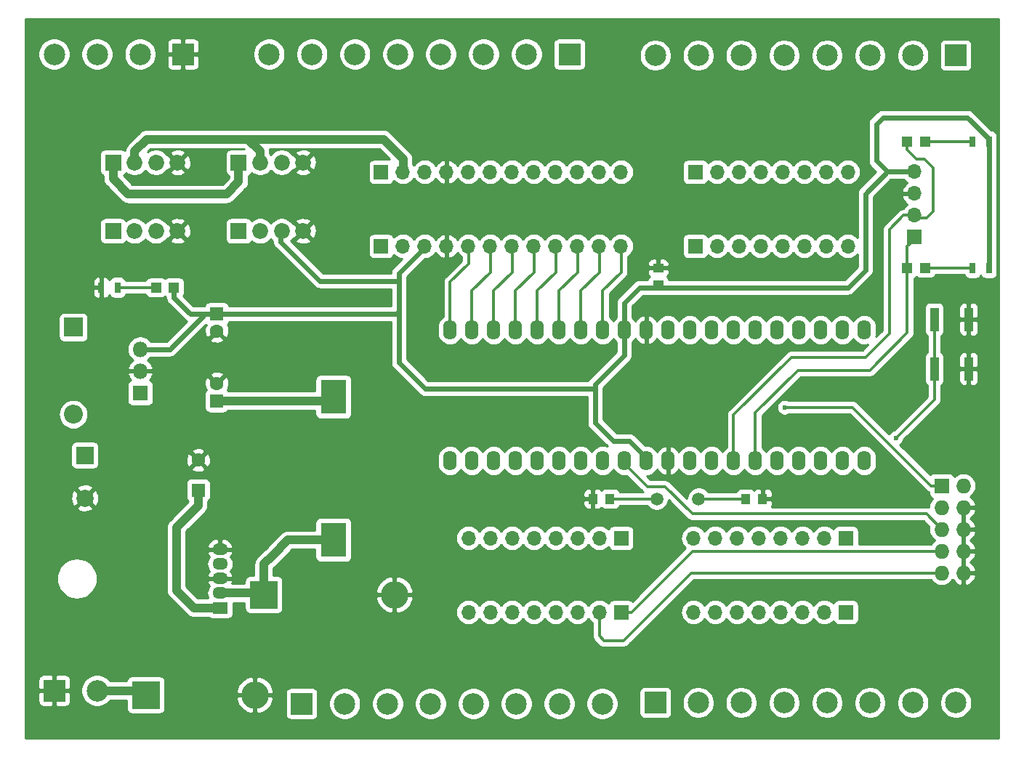
<source format=gbr>
G04 #@! TF.GenerationSoftware,KiCad,Pcbnew,5.1.1*
G04 #@! TF.CreationDate,2019-04-25T13:19:34+05:30*
G04 #@! TF.ProjectId,OpenPLC_V2,4f70656e-504c-4435-9f56-322e6b696361,rev?*
G04 #@! TF.SameCoordinates,Original*
G04 #@! TF.FileFunction,Copper,L1,Top*
G04 #@! TF.FilePolarity,Positive*
%FSLAX46Y46*%
G04 Gerber Fmt 4.6, Leading zero omitted, Abs format (unit mm)*
G04 Created by KiCad (PCBNEW 5.1.1) date 2019-04-25 13:19:34*
%MOMM*%
%LPD*%
G04 APERTURE LIST*
%ADD10C,2.500000*%
%ADD11R,2.500000X2.500000*%
%ADD12O,1.600000X2.300000*%
%ADD13R,1.727200X1.727200*%
%ADD14O,1.727200X1.727200*%
%ADD15O,1.700000X1.700000*%
%ADD16R,1.700000X1.700000*%
%ADD17C,1.501140*%
%ADD18R,1.198880X1.198880*%
%ADD19R,1.250000X1.000000*%
%ADD20R,1.000000X1.250000*%
%ADD21R,1.600000X1.600000*%
%ADD22C,1.600000*%
%ADD23O,2.200000X2.200000*%
%ADD24R,2.200000X2.200000*%
%ADD25O,1.800000X1.800000*%
%ADD26R,1.800000X1.800000*%
%ADD27O,3.200000X3.200000*%
%ADD28R,3.200000X3.200000*%
%ADD29R,3.000000X4.000000*%
%ADD30C,2.000000*%
%ADD31R,2.000000X2.000000*%
%ADD32R,0.700000X1.300000*%
%ADD33R,1.000000X2.750000*%
%ADD34O,1.800000X1.350000*%
%ADD35R,1.800000X1.350000*%
%ADD36R,1.850000X1.850000*%
%ADD37C,1.850000*%
%ADD38C,0.600000*%
%ADD39C,1.000000*%
%ADD40C,0.600000*%
%ADD41C,0.350000*%
%ADD42C,0.254000*%
G04 APERTURE END LIST*
D10*
X121026500Y-44704000D03*
X126026500Y-44704000D03*
X131026500Y-44704000D03*
X136026500Y-44704000D03*
X141026500Y-44704000D03*
X146026500Y-44704000D03*
D11*
X156026500Y-44704000D03*
D10*
X151026500Y-44704000D03*
D12*
X142113000Y-92075000D03*
X144653000Y-92075000D03*
X147193000Y-92075000D03*
X149733000Y-92075000D03*
X152273000Y-92075000D03*
X154813000Y-92075000D03*
X157353000Y-92075000D03*
X159893000Y-92075000D03*
X162433000Y-92075000D03*
X164973000Y-92075000D03*
X167513000Y-92075000D03*
X170053000Y-92075000D03*
X172593000Y-92075000D03*
X175133000Y-92075000D03*
X177673000Y-92075000D03*
X180213000Y-92075000D03*
X182753000Y-92075000D03*
X185293000Y-92075000D03*
X187833000Y-92075000D03*
X190373000Y-92075000D03*
X190373000Y-76835000D03*
X187833000Y-76835000D03*
X185293000Y-76835000D03*
X182753000Y-76835000D03*
X180213000Y-76835000D03*
X177673000Y-76835000D03*
X175133000Y-76835000D03*
X172593000Y-76835000D03*
X170053000Y-76835000D03*
X167513000Y-76835000D03*
X164973000Y-76835000D03*
X162433000Y-76835000D03*
X159893000Y-76835000D03*
X157353000Y-76835000D03*
X154813000Y-76835000D03*
X152273000Y-76835000D03*
X149733000Y-76835000D03*
X147193000Y-76835000D03*
X144653000Y-76835000D03*
X142113000Y-76835000D03*
D13*
X199390000Y-94996000D03*
D14*
X201930000Y-94996000D03*
X199390000Y-97536000D03*
X201930000Y-97536000D03*
X199390000Y-100076000D03*
X201930000Y-100076000D03*
X199390000Y-102616000D03*
X201930000Y-102616000D03*
X199390000Y-105156000D03*
X201930000Y-105156000D03*
D15*
X170465430Y-101092000D03*
X173005430Y-101092000D03*
X175545430Y-101092000D03*
X178085430Y-101092000D03*
X180625430Y-101092000D03*
X183165430Y-101092000D03*
X185705430Y-101092000D03*
D16*
X188245430Y-101092000D03*
D10*
X96012000Y-44704000D03*
X101012000Y-44704000D03*
D11*
X111012000Y-44704000D03*
D10*
X106012000Y-44704000D03*
D17*
X166204900Y-96514920D03*
X171086780Y-96514920D03*
D10*
X166041000Y-44831000D03*
X171041000Y-44831000D03*
X176041000Y-44831000D03*
X181041000Y-44831000D03*
X186041000Y-44831000D03*
X191041000Y-44831000D03*
D11*
X201041000Y-44831000D03*
D10*
X196041000Y-44831000D03*
D18*
X197485440Y-69596000D03*
X195387400Y-69596000D03*
D10*
X171041000Y-120269000D03*
D11*
X166041000Y-120269000D03*
D10*
X176041000Y-120269000D03*
X181041000Y-120269000D03*
X186041000Y-120269000D03*
X191041000Y-120269000D03*
X196041000Y-120269000D03*
X201041000Y-120269000D03*
D19*
X166375000Y-71620000D03*
X166375000Y-69620000D03*
D20*
X158766000Y-96520000D03*
X160766000Y-96520000D03*
D10*
X101012000Y-118872000D03*
D11*
X96012000Y-118872000D03*
D21*
X114935000Y-85090000D03*
D22*
X114935000Y-83090000D03*
D23*
X98231960Y-86677500D03*
D24*
X98231960Y-76517500D03*
D16*
X170688000Y-58420000D03*
D15*
X173228000Y-58420000D03*
X175768000Y-58420000D03*
X178308000Y-58420000D03*
X180848000Y-58420000D03*
X183388000Y-58420000D03*
X185928000Y-58420000D03*
X188468000Y-58420000D03*
X170465430Y-109728000D03*
X173005430Y-109728000D03*
X175545430Y-109728000D03*
X178085430Y-109728000D03*
X180625430Y-109728000D03*
X183165430Y-109728000D03*
X185705430Y-109728000D03*
D16*
X188245430Y-109728000D03*
X134092000Y-67056000D03*
D15*
X136632000Y-67056000D03*
X139172000Y-67056000D03*
X141712000Y-67056000D03*
X144252000Y-67056000D03*
X146792000Y-67056000D03*
X149332000Y-67056000D03*
X151872000Y-67056000D03*
X154412000Y-67056000D03*
X156952000Y-67056000D03*
X159492000Y-67056000D03*
X162032000Y-67056000D03*
X144262000Y-101092000D03*
X146802000Y-101092000D03*
X149342000Y-101092000D03*
X151882000Y-101092000D03*
X154422000Y-101092000D03*
X156962000Y-101092000D03*
X159502000Y-101092000D03*
D16*
X162042000Y-101092000D03*
X134092000Y-58420000D03*
D15*
X136632000Y-58420000D03*
X139172000Y-58420000D03*
X141712000Y-58420000D03*
X144252000Y-58420000D03*
X146792000Y-58420000D03*
X149332000Y-58420000D03*
X151872000Y-58420000D03*
X154412000Y-58420000D03*
X156952000Y-58420000D03*
X159492000Y-58420000D03*
X162032000Y-58420000D03*
D25*
X106030000Y-79077500D03*
X106030000Y-81617500D03*
D26*
X106030000Y-84157500D03*
D16*
X196160000Y-66030000D03*
D15*
X196160000Y-63490000D03*
X196160000Y-60950000D03*
X196160000Y-58410000D03*
D27*
X135651200Y-107696000D03*
D28*
X120411200Y-107696000D03*
D15*
X188468000Y-67056000D03*
X185928000Y-67056000D03*
X183388000Y-67056000D03*
X180848000Y-67056000D03*
X178308000Y-67056000D03*
X175768000Y-67056000D03*
X173228000Y-67056000D03*
D16*
X170688000Y-67056000D03*
D29*
X128524000Y-101294000D03*
X128524000Y-84634000D03*
D30*
X99568000Y-96440000D03*
D31*
X99568000Y-91440000D03*
D32*
X103378000Y-71882000D03*
X101478000Y-71882000D03*
D10*
X129841000Y-120396000D03*
D11*
X124841000Y-120396000D03*
D10*
X134841000Y-120396000D03*
X139841000Y-120396000D03*
X144841000Y-120396000D03*
X149841000Y-120396000D03*
X154841000Y-120396000D03*
X159841000Y-120396000D03*
D21*
X114935000Y-74962000D03*
D22*
X114935000Y-76962000D03*
D20*
X178546000Y-96520000D03*
X176546000Y-96520000D03*
D32*
X202982000Y-54864000D03*
X204882000Y-54864000D03*
D18*
X109951520Y-71882000D03*
X107853480Y-71882000D03*
D27*
X119380000Y-119380000D03*
D28*
X106680000Y-119380000D03*
D21*
X112776000Y-95504000D03*
D22*
X112776000Y-92004000D03*
D33*
X202535000Y-75613000D03*
X202535000Y-81363000D03*
X198535000Y-81363000D03*
X198535000Y-75613000D03*
D34*
X115316000Y-102420000D03*
X115316000Y-104120000D03*
X115316000Y-105820000D03*
X115316000Y-107520000D03*
D35*
X115316000Y-109220000D03*
D36*
X117500400Y-65303400D03*
D37*
X120000400Y-65303400D03*
X122500400Y-65303400D03*
X125000400Y-65303400D03*
D36*
X102870000Y-65303400D03*
D37*
X105370000Y-65303400D03*
X107870000Y-65303400D03*
X110370000Y-65303400D03*
D15*
X144262000Y-109728000D03*
X146802000Y-109728000D03*
X149342000Y-109728000D03*
X151882000Y-109728000D03*
X154422000Y-109728000D03*
X156962000Y-109728000D03*
X159502000Y-109728000D03*
D16*
X162042000Y-109728000D03*
D36*
X102870000Y-57327800D03*
D37*
X105370000Y-57327800D03*
X107870000Y-57327800D03*
X110370000Y-57327800D03*
D32*
X202982000Y-69596000D03*
X204882000Y-69596000D03*
D37*
X125000400Y-57327800D03*
X122500400Y-57327800D03*
X120000400Y-57327800D03*
D36*
X117500400Y-57327800D03*
D18*
X195387400Y-54864000D03*
X197485440Y-54864000D03*
D38*
X181102000Y-85852000D03*
X194056000Y-89408000D03*
D39*
X136652000Y-56896000D02*
X136652000Y-58420000D01*
X134366000Y-54610000D02*
X136652000Y-56896000D01*
X118336747Y-54610000D02*
X134366000Y-54610000D01*
X114935000Y-85090000D02*
X128068000Y-85090000D01*
X128068000Y-85090000D02*
X128524000Y-84634000D01*
X120000400Y-56019653D02*
X118590747Y-54610000D01*
X118590747Y-54610000D02*
X118336747Y-54610000D01*
X120000400Y-57327800D02*
X120000400Y-56019653D01*
X106779653Y-54610000D02*
X118336747Y-54610000D01*
X105370000Y-57327800D02*
X105370000Y-56019653D01*
X105370000Y-56019653D02*
X106779653Y-54610000D01*
D40*
X136144000Y-70256400D02*
X136144000Y-71628000D01*
X136144000Y-74676000D02*
X136144000Y-80645000D01*
X136144000Y-80645000D02*
X139192000Y-83693000D01*
X135858000Y-74962000D02*
X136144000Y-74676000D01*
X162433000Y-79756000D02*
X162433000Y-76835000D01*
X164846000Y-92202000D02*
X164973000Y-92075000D01*
X111832080Y-74962000D02*
X113598500Y-74962000D01*
X109951520Y-73081440D02*
X111832080Y-74962000D01*
X109951520Y-71882000D02*
X109951520Y-73081440D01*
X119380000Y-74962000D02*
X135858000Y-74962000D01*
X161163000Y-89789000D02*
X159004000Y-87630000D01*
X159004000Y-83185000D02*
X162433000Y-79756000D01*
X159004000Y-83693000D02*
X159004000Y-83185000D01*
X159004000Y-87630000D02*
X159004000Y-83693000D01*
X139192000Y-83693000D02*
X159004000Y-83693000D01*
X122398800Y-65252600D02*
X122398800Y-66560747D01*
X122398800Y-66560747D02*
X126958053Y-71120000D01*
X126958053Y-71120000D02*
X136144000Y-71120000D01*
X136144000Y-71628000D02*
X136144000Y-74676000D01*
X136144000Y-71120000D02*
X136144000Y-71628000D01*
X139192000Y-67056000D02*
X139192000Y-67208400D01*
X139192000Y-67208400D02*
X136144000Y-70256400D01*
X109483000Y-79077500D02*
X106030000Y-79077500D01*
X113598500Y-74962000D02*
X109483000Y-79077500D01*
X113598500Y-74962000D02*
X114935000Y-74962000D01*
X119380000Y-74962000D02*
X114935000Y-74962000D01*
X204882000Y-69596000D02*
X204882000Y-54864000D01*
X162433000Y-73660000D02*
X162433000Y-76835000D01*
X164211000Y-71882000D02*
X162433000Y-73660000D01*
X193050000Y-58410000D02*
X196215000Y-58410000D01*
X191897000Y-59563000D02*
X193050000Y-58410000D01*
X191770000Y-57130000D02*
X193050000Y-58410000D01*
X191770000Y-52832000D02*
X191770000Y-57130000D01*
X192532000Y-52070000D02*
X191770000Y-52832000D01*
X202388000Y-52070000D02*
X192532000Y-52070000D01*
X204882000Y-54864000D02*
X204882000Y-54564000D01*
X204882000Y-54564000D02*
X202388000Y-52070000D01*
X164973000Y-91725000D02*
X164973000Y-92075000D01*
X163037000Y-89789000D02*
X164973000Y-91725000D01*
X161163000Y-89789000D02*
X163037000Y-89789000D01*
X190500000Y-60960000D02*
X193050000Y-58410000D01*
X188468000Y-71882000D02*
X164211000Y-71882000D01*
X190500000Y-69342000D02*
X190500000Y-69850000D01*
X190500000Y-69850000D02*
X188468000Y-71882000D01*
X190500000Y-69342000D02*
X190500000Y-60960000D01*
D41*
X161616000Y-96520000D02*
X166204900Y-96520000D01*
X160766000Y-96520000D02*
X161616000Y-96520000D01*
X171091860Y-96520000D02*
X171086780Y-96514920D01*
X176546000Y-96520000D02*
X171091860Y-96520000D01*
X189032400Y-85852000D02*
X181102000Y-85852000D01*
X199390000Y-94996000D02*
X198176400Y-94996000D01*
X198176400Y-94996000D02*
X189032400Y-85852000D01*
X167137468Y-95088011D02*
X165096011Y-95088011D01*
X170339959Y-98290502D02*
X167137468Y-95088011D01*
X162433000Y-92425000D02*
X162433000Y-92075000D01*
X199390000Y-100076000D02*
X197604502Y-98290502D01*
X165096011Y-95088011D02*
X162433000Y-92425000D01*
X197604502Y-98290502D02*
X170339959Y-98290502D01*
X198535000Y-77338000D02*
X198535000Y-81363000D01*
X198535000Y-75613000D02*
X198535000Y-77338000D01*
X198535000Y-75613000D02*
X198535000Y-84929000D01*
X198535000Y-84929000D02*
X194056000Y-89408000D01*
X163242000Y-109728000D02*
X162042000Y-109728000D01*
X170354000Y-102616000D02*
X163242000Y-109728000D01*
X199390000Y-102616000D02*
X170354000Y-102616000D01*
X199390000Y-105156000D02*
X170180000Y-105156000D01*
X170180000Y-105156000D02*
X162560000Y-112776000D01*
X162550000Y-112776000D02*
X162296000Y-113030000D01*
X162560000Y-112776000D02*
X162550000Y-112776000D01*
X162296000Y-113030000D02*
X160020000Y-113030000D01*
X159502000Y-112512000D02*
X159502000Y-109728000D01*
X160020000Y-113030000D02*
X159502000Y-112512000D01*
X103378000Y-71882000D02*
X104078000Y-71882000D01*
X104078000Y-71882000D02*
X107853480Y-71882000D01*
X197612000Y-63754000D02*
X196215000Y-63754000D01*
X195387400Y-55813440D02*
X196469960Y-56896000D01*
X195387400Y-54864000D02*
X195387400Y-55813440D01*
X196469960Y-56896000D02*
X197358000Y-56896000D01*
X197358000Y-56896000D02*
X198374000Y-57912000D01*
X198374000Y-57912000D02*
X198374000Y-62992000D01*
X198374000Y-62992000D02*
X197612000Y-63754000D01*
X175133000Y-86741000D02*
X175133000Y-92075000D01*
X194957919Y-63490000D02*
X193294000Y-65153919D01*
X196160000Y-63490000D02*
X194957919Y-63490000D01*
X193294000Y-65153919D02*
X193294000Y-77216000D01*
X190500000Y-80010000D02*
X181864000Y-80010000D01*
X193294000Y-77216000D02*
X190500000Y-80010000D01*
X181864000Y-80010000D02*
X175133000Y-86741000D01*
X195387400Y-67121600D02*
X196215000Y-66294000D01*
X195387400Y-69596000D02*
X195387400Y-67121600D01*
X195387400Y-69596000D02*
X195387400Y-77154600D01*
X195387400Y-77154600D02*
X191008000Y-81534000D01*
X191008000Y-81534000D02*
X182626000Y-81534000D01*
X177673000Y-86487000D02*
X177673000Y-92075000D01*
X182626000Y-81534000D02*
X177673000Y-86487000D01*
D39*
X101012000Y-118872000D02*
X106172000Y-118872000D01*
X106172000Y-118872000D02*
X106680000Y-119380000D01*
X110236000Y-107188000D02*
X112268000Y-109220000D01*
X112268000Y-109220000D02*
X115316000Y-109220000D01*
X110236000Y-99844000D02*
X110236000Y-107188000D01*
X112776000Y-95504000D02*
X112776000Y-97304000D01*
X112776000Y-97304000D02*
X110236000Y-99844000D01*
X117500400Y-59588400D02*
X117500400Y-57327800D01*
X116078000Y-61010800D02*
X117500400Y-59588400D01*
X104628000Y-61010800D02*
X116078000Y-61010800D01*
X102870000Y-59252800D02*
X104628000Y-61010800D01*
X102870000Y-57327800D02*
X102870000Y-59252800D01*
D41*
X197485440Y-54864000D02*
X202982000Y-54864000D01*
X197485440Y-69596000D02*
X202982000Y-69596000D01*
X180848000Y-101377000D02*
X180848000Y-101092000D01*
X185674000Y-67310000D02*
X185928000Y-67056000D01*
X170307000Y-67437000D02*
X170688000Y-67056000D01*
X159893000Y-72263000D02*
X162052000Y-70104000D01*
X162052000Y-70104000D02*
X162052000Y-67056000D01*
X159893000Y-76835000D02*
X159893000Y-72263000D01*
X157353000Y-72263000D02*
X159512000Y-70104000D01*
X159512000Y-70104000D02*
X159512000Y-67056000D01*
X157353000Y-76835000D02*
X157353000Y-72263000D01*
X154813000Y-72263000D02*
X156972000Y-70104000D01*
X156972000Y-70104000D02*
X156972000Y-67056000D01*
X154813000Y-76835000D02*
X154813000Y-72263000D01*
X152273000Y-72263000D02*
X154432000Y-70104000D01*
X154432000Y-70104000D02*
X154432000Y-67056000D01*
X152273000Y-76835000D02*
X152273000Y-72263000D01*
X149733000Y-72263000D02*
X151892000Y-70104000D01*
X151892000Y-70104000D02*
X151892000Y-67056000D01*
X149733000Y-76835000D02*
X149733000Y-72263000D01*
X147193000Y-72263000D02*
X149352000Y-70104000D01*
X149352000Y-70104000D02*
X149352000Y-67056000D01*
X147193000Y-76835000D02*
X147193000Y-72263000D01*
X146812000Y-70104000D02*
X146812000Y-67056000D01*
X144653000Y-76835000D02*
X144653000Y-72263000D01*
X144653000Y-72263000D02*
X146812000Y-70104000D01*
X144272000Y-69088000D02*
X144272000Y-67056000D01*
X142113000Y-71247000D02*
X144272000Y-69088000D01*
X142113000Y-76835000D02*
X142113000Y-71247000D01*
X144272000Y-67056000D02*
X144322800Y-67056000D01*
X121236000Y-107520000D02*
X121412000Y-107696000D01*
D39*
X123242000Y-101294000D02*
X121412000Y-103124000D01*
X128524000Y-101294000D02*
X123242000Y-101294000D01*
X120411200Y-104124800D02*
X120411200Y-107696000D01*
X121412000Y-103124000D02*
X120411200Y-104124800D01*
X120235200Y-107520000D02*
X120411200Y-107696000D01*
X115316000Y-107520000D02*
X120235200Y-107520000D01*
D42*
G36*
X206046001Y-124385000D02*
G01*
X92658000Y-124385000D01*
X92658000Y-120122000D01*
X94123928Y-120122000D01*
X94136188Y-120246482D01*
X94172498Y-120366180D01*
X94231463Y-120476494D01*
X94310815Y-120573185D01*
X94407506Y-120652537D01*
X94517820Y-120711502D01*
X94637518Y-120747812D01*
X94762000Y-120760072D01*
X95726250Y-120757000D01*
X95885000Y-120598250D01*
X95885000Y-118999000D01*
X96139000Y-118999000D01*
X96139000Y-120598250D01*
X96297750Y-120757000D01*
X97262000Y-120760072D01*
X97386482Y-120747812D01*
X97506180Y-120711502D01*
X97616494Y-120652537D01*
X97713185Y-120573185D01*
X97792537Y-120476494D01*
X97851502Y-120366180D01*
X97887812Y-120246482D01*
X97900072Y-120122000D01*
X97897000Y-119157750D01*
X97738250Y-118999000D01*
X96139000Y-118999000D01*
X95885000Y-118999000D01*
X94285750Y-118999000D01*
X94127000Y-119157750D01*
X94123928Y-120122000D01*
X92658000Y-120122000D01*
X92658000Y-117622000D01*
X94123928Y-117622000D01*
X94127000Y-118586250D01*
X94285750Y-118745000D01*
X95885000Y-118745000D01*
X95885000Y-117145750D01*
X96139000Y-117145750D01*
X96139000Y-118745000D01*
X97738250Y-118745000D01*
X97796906Y-118686344D01*
X99127000Y-118686344D01*
X99127000Y-119057656D01*
X99199439Y-119421834D01*
X99341534Y-119764882D01*
X99547825Y-120073618D01*
X99810382Y-120336175D01*
X100119118Y-120542466D01*
X100462166Y-120684561D01*
X100826344Y-120757000D01*
X101197656Y-120757000D01*
X101561834Y-120684561D01*
X101904882Y-120542466D01*
X102213618Y-120336175D01*
X102476175Y-120073618D01*
X102520688Y-120007000D01*
X104441928Y-120007000D01*
X104441928Y-120980000D01*
X104454188Y-121104482D01*
X104490498Y-121224180D01*
X104549463Y-121334494D01*
X104628815Y-121431185D01*
X104725506Y-121510537D01*
X104835820Y-121569502D01*
X104955518Y-121605812D01*
X105080000Y-121618072D01*
X108280000Y-121618072D01*
X108404482Y-121605812D01*
X108524180Y-121569502D01*
X108634494Y-121510537D01*
X108731185Y-121431185D01*
X108810537Y-121334494D01*
X108869502Y-121224180D01*
X108905812Y-121104482D01*
X108918072Y-120980000D01*
X108918072Y-119854503D01*
X117195950Y-119854503D01*
X117300407Y-120198861D01*
X117500118Y-120588835D01*
X117772071Y-120932354D01*
X118105816Y-121216217D01*
X118488527Y-121429516D01*
X118905497Y-121564053D01*
X119253000Y-121452642D01*
X119253000Y-119507000D01*
X119507000Y-119507000D01*
X119507000Y-121452642D01*
X119854503Y-121564053D01*
X120271473Y-121429516D01*
X120654184Y-121216217D01*
X120987929Y-120932354D01*
X121259882Y-120588835D01*
X121459593Y-120198861D01*
X121564050Y-119854503D01*
X121452362Y-119507000D01*
X119507000Y-119507000D01*
X119253000Y-119507000D01*
X117307638Y-119507000D01*
X117195950Y-119854503D01*
X108918072Y-119854503D01*
X108918072Y-118905497D01*
X117195950Y-118905497D01*
X117307638Y-119253000D01*
X119253000Y-119253000D01*
X119253000Y-117307358D01*
X119507000Y-117307358D01*
X119507000Y-119253000D01*
X121452362Y-119253000D01*
X121486751Y-119146000D01*
X122952928Y-119146000D01*
X122952928Y-121646000D01*
X122965188Y-121770482D01*
X123001498Y-121890180D01*
X123060463Y-122000494D01*
X123139815Y-122097185D01*
X123236506Y-122176537D01*
X123346820Y-122235502D01*
X123466518Y-122271812D01*
X123591000Y-122284072D01*
X126091000Y-122284072D01*
X126215482Y-122271812D01*
X126335180Y-122235502D01*
X126445494Y-122176537D01*
X126542185Y-122097185D01*
X126621537Y-122000494D01*
X126680502Y-121890180D01*
X126716812Y-121770482D01*
X126729072Y-121646000D01*
X126729072Y-120210344D01*
X127956000Y-120210344D01*
X127956000Y-120581656D01*
X128028439Y-120945834D01*
X128170534Y-121288882D01*
X128376825Y-121597618D01*
X128639382Y-121860175D01*
X128948118Y-122066466D01*
X129291166Y-122208561D01*
X129655344Y-122281000D01*
X130026656Y-122281000D01*
X130390834Y-122208561D01*
X130733882Y-122066466D01*
X131042618Y-121860175D01*
X131305175Y-121597618D01*
X131511466Y-121288882D01*
X131653561Y-120945834D01*
X131726000Y-120581656D01*
X131726000Y-120210344D01*
X132956000Y-120210344D01*
X132956000Y-120581656D01*
X133028439Y-120945834D01*
X133170534Y-121288882D01*
X133376825Y-121597618D01*
X133639382Y-121860175D01*
X133948118Y-122066466D01*
X134291166Y-122208561D01*
X134655344Y-122281000D01*
X135026656Y-122281000D01*
X135390834Y-122208561D01*
X135733882Y-122066466D01*
X136042618Y-121860175D01*
X136305175Y-121597618D01*
X136511466Y-121288882D01*
X136653561Y-120945834D01*
X136726000Y-120581656D01*
X136726000Y-120210344D01*
X137956000Y-120210344D01*
X137956000Y-120581656D01*
X138028439Y-120945834D01*
X138170534Y-121288882D01*
X138376825Y-121597618D01*
X138639382Y-121860175D01*
X138948118Y-122066466D01*
X139291166Y-122208561D01*
X139655344Y-122281000D01*
X140026656Y-122281000D01*
X140390834Y-122208561D01*
X140733882Y-122066466D01*
X141042618Y-121860175D01*
X141305175Y-121597618D01*
X141511466Y-121288882D01*
X141653561Y-120945834D01*
X141726000Y-120581656D01*
X141726000Y-120210344D01*
X142956000Y-120210344D01*
X142956000Y-120581656D01*
X143028439Y-120945834D01*
X143170534Y-121288882D01*
X143376825Y-121597618D01*
X143639382Y-121860175D01*
X143948118Y-122066466D01*
X144291166Y-122208561D01*
X144655344Y-122281000D01*
X145026656Y-122281000D01*
X145390834Y-122208561D01*
X145733882Y-122066466D01*
X146042618Y-121860175D01*
X146305175Y-121597618D01*
X146511466Y-121288882D01*
X146653561Y-120945834D01*
X146726000Y-120581656D01*
X146726000Y-120210344D01*
X147956000Y-120210344D01*
X147956000Y-120581656D01*
X148028439Y-120945834D01*
X148170534Y-121288882D01*
X148376825Y-121597618D01*
X148639382Y-121860175D01*
X148948118Y-122066466D01*
X149291166Y-122208561D01*
X149655344Y-122281000D01*
X150026656Y-122281000D01*
X150390834Y-122208561D01*
X150733882Y-122066466D01*
X151042618Y-121860175D01*
X151305175Y-121597618D01*
X151511466Y-121288882D01*
X151653561Y-120945834D01*
X151726000Y-120581656D01*
X151726000Y-120210344D01*
X152956000Y-120210344D01*
X152956000Y-120581656D01*
X153028439Y-120945834D01*
X153170534Y-121288882D01*
X153376825Y-121597618D01*
X153639382Y-121860175D01*
X153948118Y-122066466D01*
X154291166Y-122208561D01*
X154655344Y-122281000D01*
X155026656Y-122281000D01*
X155390834Y-122208561D01*
X155733882Y-122066466D01*
X156042618Y-121860175D01*
X156305175Y-121597618D01*
X156511466Y-121288882D01*
X156653561Y-120945834D01*
X156726000Y-120581656D01*
X156726000Y-120210344D01*
X157956000Y-120210344D01*
X157956000Y-120581656D01*
X158028439Y-120945834D01*
X158170534Y-121288882D01*
X158376825Y-121597618D01*
X158639382Y-121860175D01*
X158948118Y-122066466D01*
X159291166Y-122208561D01*
X159655344Y-122281000D01*
X160026656Y-122281000D01*
X160390834Y-122208561D01*
X160733882Y-122066466D01*
X161042618Y-121860175D01*
X161305175Y-121597618D01*
X161511466Y-121288882D01*
X161653561Y-120945834D01*
X161726000Y-120581656D01*
X161726000Y-120210344D01*
X161653561Y-119846166D01*
X161511466Y-119503118D01*
X161305175Y-119194382D01*
X161129793Y-119019000D01*
X164152928Y-119019000D01*
X164152928Y-121519000D01*
X164165188Y-121643482D01*
X164201498Y-121763180D01*
X164260463Y-121873494D01*
X164339815Y-121970185D01*
X164436506Y-122049537D01*
X164546820Y-122108502D01*
X164666518Y-122144812D01*
X164791000Y-122157072D01*
X167291000Y-122157072D01*
X167415482Y-122144812D01*
X167535180Y-122108502D01*
X167645494Y-122049537D01*
X167742185Y-121970185D01*
X167821537Y-121873494D01*
X167880502Y-121763180D01*
X167916812Y-121643482D01*
X167929072Y-121519000D01*
X167929072Y-120083344D01*
X169156000Y-120083344D01*
X169156000Y-120454656D01*
X169228439Y-120818834D01*
X169370534Y-121161882D01*
X169576825Y-121470618D01*
X169839382Y-121733175D01*
X170148118Y-121939466D01*
X170491166Y-122081561D01*
X170855344Y-122154000D01*
X171226656Y-122154000D01*
X171590834Y-122081561D01*
X171933882Y-121939466D01*
X172242618Y-121733175D01*
X172505175Y-121470618D01*
X172711466Y-121161882D01*
X172853561Y-120818834D01*
X172926000Y-120454656D01*
X172926000Y-120083344D01*
X174156000Y-120083344D01*
X174156000Y-120454656D01*
X174228439Y-120818834D01*
X174370534Y-121161882D01*
X174576825Y-121470618D01*
X174839382Y-121733175D01*
X175148118Y-121939466D01*
X175491166Y-122081561D01*
X175855344Y-122154000D01*
X176226656Y-122154000D01*
X176590834Y-122081561D01*
X176933882Y-121939466D01*
X177242618Y-121733175D01*
X177505175Y-121470618D01*
X177711466Y-121161882D01*
X177853561Y-120818834D01*
X177926000Y-120454656D01*
X177926000Y-120083344D01*
X179156000Y-120083344D01*
X179156000Y-120454656D01*
X179228439Y-120818834D01*
X179370534Y-121161882D01*
X179576825Y-121470618D01*
X179839382Y-121733175D01*
X180148118Y-121939466D01*
X180491166Y-122081561D01*
X180855344Y-122154000D01*
X181226656Y-122154000D01*
X181590834Y-122081561D01*
X181933882Y-121939466D01*
X182242618Y-121733175D01*
X182505175Y-121470618D01*
X182711466Y-121161882D01*
X182853561Y-120818834D01*
X182926000Y-120454656D01*
X182926000Y-120083344D01*
X184156000Y-120083344D01*
X184156000Y-120454656D01*
X184228439Y-120818834D01*
X184370534Y-121161882D01*
X184576825Y-121470618D01*
X184839382Y-121733175D01*
X185148118Y-121939466D01*
X185491166Y-122081561D01*
X185855344Y-122154000D01*
X186226656Y-122154000D01*
X186590834Y-122081561D01*
X186933882Y-121939466D01*
X187242618Y-121733175D01*
X187505175Y-121470618D01*
X187711466Y-121161882D01*
X187853561Y-120818834D01*
X187926000Y-120454656D01*
X187926000Y-120083344D01*
X189156000Y-120083344D01*
X189156000Y-120454656D01*
X189228439Y-120818834D01*
X189370534Y-121161882D01*
X189576825Y-121470618D01*
X189839382Y-121733175D01*
X190148118Y-121939466D01*
X190491166Y-122081561D01*
X190855344Y-122154000D01*
X191226656Y-122154000D01*
X191590834Y-122081561D01*
X191933882Y-121939466D01*
X192242618Y-121733175D01*
X192505175Y-121470618D01*
X192711466Y-121161882D01*
X192853561Y-120818834D01*
X192926000Y-120454656D01*
X192926000Y-120083344D01*
X194156000Y-120083344D01*
X194156000Y-120454656D01*
X194228439Y-120818834D01*
X194370534Y-121161882D01*
X194576825Y-121470618D01*
X194839382Y-121733175D01*
X195148118Y-121939466D01*
X195491166Y-122081561D01*
X195855344Y-122154000D01*
X196226656Y-122154000D01*
X196590834Y-122081561D01*
X196933882Y-121939466D01*
X197242618Y-121733175D01*
X197505175Y-121470618D01*
X197711466Y-121161882D01*
X197853561Y-120818834D01*
X197926000Y-120454656D01*
X197926000Y-120083344D01*
X199156000Y-120083344D01*
X199156000Y-120454656D01*
X199228439Y-120818834D01*
X199370534Y-121161882D01*
X199576825Y-121470618D01*
X199839382Y-121733175D01*
X200148118Y-121939466D01*
X200491166Y-122081561D01*
X200855344Y-122154000D01*
X201226656Y-122154000D01*
X201590834Y-122081561D01*
X201933882Y-121939466D01*
X202242618Y-121733175D01*
X202505175Y-121470618D01*
X202711466Y-121161882D01*
X202853561Y-120818834D01*
X202926000Y-120454656D01*
X202926000Y-120083344D01*
X202853561Y-119719166D01*
X202711466Y-119376118D01*
X202505175Y-119067382D01*
X202242618Y-118804825D01*
X201933882Y-118598534D01*
X201590834Y-118456439D01*
X201226656Y-118384000D01*
X200855344Y-118384000D01*
X200491166Y-118456439D01*
X200148118Y-118598534D01*
X199839382Y-118804825D01*
X199576825Y-119067382D01*
X199370534Y-119376118D01*
X199228439Y-119719166D01*
X199156000Y-120083344D01*
X197926000Y-120083344D01*
X197853561Y-119719166D01*
X197711466Y-119376118D01*
X197505175Y-119067382D01*
X197242618Y-118804825D01*
X196933882Y-118598534D01*
X196590834Y-118456439D01*
X196226656Y-118384000D01*
X195855344Y-118384000D01*
X195491166Y-118456439D01*
X195148118Y-118598534D01*
X194839382Y-118804825D01*
X194576825Y-119067382D01*
X194370534Y-119376118D01*
X194228439Y-119719166D01*
X194156000Y-120083344D01*
X192926000Y-120083344D01*
X192853561Y-119719166D01*
X192711466Y-119376118D01*
X192505175Y-119067382D01*
X192242618Y-118804825D01*
X191933882Y-118598534D01*
X191590834Y-118456439D01*
X191226656Y-118384000D01*
X190855344Y-118384000D01*
X190491166Y-118456439D01*
X190148118Y-118598534D01*
X189839382Y-118804825D01*
X189576825Y-119067382D01*
X189370534Y-119376118D01*
X189228439Y-119719166D01*
X189156000Y-120083344D01*
X187926000Y-120083344D01*
X187853561Y-119719166D01*
X187711466Y-119376118D01*
X187505175Y-119067382D01*
X187242618Y-118804825D01*
X186933882Y-118598534D01*
X186590834Y-118456439D01*
X186226656Y-118384000D01*
X185855344Y-118384000D01*
X185491166Y-118456439D01*
X185148118Y-118598534D01*
X184839382Y-118804825D01*
X184576825Y-119067382D01*
X184370534Y-119376118D01*
X184228439Y-119719166D01*
X184156000Y-120083344D01*
X182926000Y-120083344D01*
X182853561Y-119719166D01*
X182711466Y-119376118D01*
X182505175Y-119067382D01*
X182242618Y-118804825D01*
X181933882Y-118598534D01*
X181590834Y-118456439D01*
X181226656Y-118384000D01*
X180855344Y-118384000D01*
X180491166Y-118456439D01*
X180148118Y-118598534D01*
X179839382Y-118804825D01*
X179576825Y-119067382D01*
X179370534Y-119376118D01*
X179228439Y-119719166D01*
X179156000Y-120083344D01*
X177926000Y-120083344D01*
X177853561Y-119719166D01*
X177711466Y-119376118D01*
X177505175Y-119067382D01*
X177242618Y-118804825D01*
X176933882Y-118598534D01*
X176590834Y-118456439D01*
X176226656Y-118384000D01*
X175855344Y-118384000D01*
X175491166Y-118456439D01*
X175148118Y-118598534D01*
X174839382Y-118804825D01*
X174576825Y-119067382D01*
X174370534Y-119376118D01*
X174228439Y-119719166D01*
X174156000Y-120083344D01*
X172926000Y-120083344D01*
X172853561Y-119719166D01*
X172711466Y-119376118D01*
X172505175Y-119067382D01*
X172242618Y-118804825D01*
X171933882Y-118598534D01*
X171590834Y-118456439D01*
X171226656Y-118384000D01*
X170855344Y-118384000D01*
X170491166Y-118456439D01*
X170148118Y-118598534D01*
X169839382Y-118804825D01*
X169576825Y-119067382D01*
X169370534Y-119376118D01*
X169228439Y-119719166D01*
X169156000Y-120083344D01*
X167929072Y-120083344D01*
X167929072Y-119019000D01*
X167916812Y-118894518D01*
X167880502Y-118774820D01*
X167821537Y-118664506D01*
X167742185Y-118567815D01*
X167645494Y-118488463D01*
X167535180Y-118429498D01*
X167415482Y-118393188D01*
X167291000Y-118380928D01*
X164791000Y-118380928D01*
X164666518Y-118393188D01*
X164546820Y-118429498D01*
X164436506Y-118488463D01*
X164339815Y-118567815D01*
X164260463Y-118664506D01*
X164201498Y-118774820D01*
X164165188Y-118894518D01*
X164152928Y-119019000D01*
X161129793Y-119019000D01*
X161042618Y-118931825D01*
X160733882Y-118725534D01*
X160390834Y-118583439D01*
X160026656Y-118511000D01*
X159655344Y-118511000D01*
X159291166Y-118583439D01*
X158948118Y-118725534D01*
X158639382Y-118931825D01*
X158376825Y-119194382D01*
X158170534Y-119503118D01*
X158028439Y-119846166D01*
X157956000Y-120210344D01*
X156726000Y-120210344D01*
X156653561Y-119846166D01*
X156511466Y-119503118D01*
X156305175Y-119194382D01*
X156042618Y-118931825D01*
X155733882Y-118725534D01*
X155390834Y-118583439D01*
X155026656Y-118511000D01*
X154655344Y-118511000D01*
X154291166Y-118583439D01*
X153948118Y-118725534D01*
X153639382Y-118931825D01*
X153376825Y-119194382D01*
X153170534Y-119503118D01*
X153028439Y-119846166D01*
X152956000Y-120210344D01*
X151726000Y-120210344D01*
X151653561Y-119846166D01*
X151511466Y-119503118D01*
X151305175Y-119194382D01*
X151042618Y-118931825D01*
X150733882Y-118725534D01*
X150390834Y-118583439D01*
X150026656Y-118511000D01*
X149655344Y-118511000D01*
X149291166Y-118583439D01*
X148948118Y-118725534D01*
X148639382Y-118931825D01*
X148376825Y-119194382D01*
X148170534Y-119503118D01*
X148028439Y-119846166D01*
X147956000Y-120210344D01*
X146726000Y-120210344D01*
X146653561Y-119846166D01*
X146511466Y-119503118D01*
X146305175Y-119194382D01*
X146042618Y-118931825D01*
X145733882Y-118725534D01*
X145390834Y-118583439D01*
X145026656Y-118511000D01*
X144655344Y-118511000D01*
X144291166Y-118583439D01*
X143948118Y-118725534D01*
X143639382Y-118931825D01*
X143376825Y-119194382D01*
X143170534Y-119503118D01*
X143028439Y-119846166D01*
X142956000Y-120210344D01*
X141726000Y-120210344D01*
X141653561Y-119846166D01*
X141511466Y-119503118D01*
X141305175Y-119194382D01*
X141042618Y-118931825D01*
X140733882Y-118725534D01*
X140390834Y-118583439D01*
X140026656Y-118511000D01*
X139655344Y-118511000D01*
X139291166Y-118583439D01*
X138948118Y-118725534D01*
X138639382Y-118931825D01*
X138376825Y-119194382D01*
X138170534Y-119503118D01*
X138028439Y-119846166D01*
X137956000Y-120210344D01*
X136726000Y-120210344D01*
X136653561Y-119846166D01*
X136511466Y-119503118D01*
X136305175Y-119194382D01*
X136042618Y-118931825D01*
X135733882Y-118725534D01*
X135390834Y-118583439D01*
X135026656Y-118511000D01*
X134655344Y-118511000D01*
X134291166Y-118583439D01*
X133948118Y-118725534D01*
X133639382Y-118931825D01*
X133376825Y-119194382D01*
X133170534Y-119503118D01*
X133028439Y-119846166D01*
X132956000Y-120210344D01*
X131726000Y-120210344D01*
X131653561Y-119846166D01*
X131511466Y-119503118D01*
X131305175Y-119194382D01*
X131042618Y-118931825D01*
X130733882Y-118725534D01*
X130390834Y-118583439D01*
X130026656Y-118511000D01*
X129655344Y-118511000D01*
X129291166Y-118583439D01*
X128948118Y-118725534D01*
X128639382Y-118931825D01*
X128376825Y-119194382D01*
X128170534Y-119503118D01*
X128028439Y-119846166D01*
X127956000Y-120210344D01*
X126729072Y-120210344D01*
X126729072Y-119146000D01*
X126716812Y-119021518D01*
X126680502Y-118901820D01*
X126621537Y-118791506D01*
X126542185Y-118694815D01*
X126445494Y-118615463D01*
X126335180Y-118556498D01*
X126215482Y-118520188D01*
X126091000Y-118507928D01*
X123591000Y-118507928D01*
X123466518Y-118520188D01*
X123346820Y-118556498D01*
X123236506Y-118615463D01*
X123139815Y-118694815D01*
X123060463Y-118791506D01*
X123001498Y-118901820D01*
X122965188Y-119021518D01*
X122952928Y-119146000D01*
X121486751Y-119146000D01*
X121564050Y-118905497D01*
X121459593Y-118561139D01*
X121259882Y-118171165D01*
X120987929Y-117827646D01*
X120654184Y-117543783D01*
X120271473Y-117330484D01*
X119854503Y-117195947D01*
X119507000Y-117307358D01*
X119253000Y-117307358D01*
X118905497Y-117195947D01*
X118488527Y-117330484D01*
X118105816Y-117543783D01*
X117772071Y-117827646D01*
X117500118Y-118171165D01*
X117300407Y-118561139D01*
X117195950Y-118905497D01*
X108918072Y-118905497D01*
X108918072Y-117780000D01*
X108905812Y-117655518D01*
X108869502Y-117535820D01*
X108810537Y-117425506D01*
X108731185Y-117328815D01*
X108634494Y-117249463D01*
X108524180Y-117190498D01*
X108404482Y-117154188D01*
X108280000Y-117141928D01*
X105080000Y-117141928D01*
X104955518Y-117154188D01*
X104835820Y-117190498D01*
X104725506Y-117249463D01*
X104628815Y-117328815D01*
X104549463Y-117425506D01*
X104490498Y-117535820D01*
X104454188Y-117655518D01*
X104446163Y-117737000D01*
X102520688Y-117737000D01*
X102476175Y-117670382D01*
X102213618Y-117407825D01*
X101904882Y-117201534D01*
X101561834Y-117059439D01*
X101197656Y-116987000D01*
X100826344Y-116987000D01*
X100462166Y-117059439D01*
X100119118Y-117201534D01*
X99810382Y-117407825D01*
X99547825Y-117670382D01*
X99341534Y-117979118D01*
X99199439Y-118322166D01*
X99127000Y-118686344D01*
X97796906Y-118686344D01*
X97897000Y-118586250D01*
X97900072Y-117622000D01*
X97887812Y-117497518D01*
X97851502Y-117377820D01*
X97792537Y-117267506D01*
X97713185Y-117170815D01*
X97616494Y-117091463D01*
X97506180Y-117032498D01*
X97386482Y-116996188D01*
X97262000Y-116983928D01*
X96297750Y-116987000D01*
X96139000Y-117145750D01*
X95885000Y-117145750D01*
X95726250Y-116987000D01*
X94762000Y-116983928D01*
X94637518Y-116996188D01*
X94517820Y-117032498D01*
X94407506Y-117091463D01*
X94310815Y-117170815D01*
X94231463Y-117267506D01*
X94172498Y-117377820D01*
X94136188Y-117497518D01*
X94123928Y-117622000D01*
X92658000Y-117622000D01*
X92658000Y-105820000D01*
X96259461Y-105820000D01*
X96305510Y-106287542D01*
X96441887Y-106737116D01*
X96663351Y-107151446D01*
X96961391Y-107514609D01*
X97324554Y-107812649D01*
X97738884Y-108034113D01*
X98188458Y-108170490D01*
X98538843Y-108205000D01*
X98773157Y-108205000D01*
X99123542Y-108170490D01*
X99573116Y-108034113D01*
X99987446Y-107812649D01*
X100350609Y-107514609D01*
X100648649Y-107151446D01*
X100870113Y-106737116D01*
X101006490Y-106287542D01*
X101052539Y-105820000D01*
X101006490Y-105352458D01*
X100870113Y-104902884D01*
X100648649Y-104488554D01*
X100350609Y-104125391D01*
X99987446Y-103827351D01*
X99573116Y-103605887D01*
X99123542Y-103469510D01*
X98773157Y-103435000D01*
X98538843Y-103435000D01*
X98188458Y-103469510D01*
X97738884Y-103605887D01*
X97324554Y-103827351D01*
X96961391Y-104125391D01*
X96663351Y-104488554D01*
X96441887Y-104902884D01*
X96305510Y-105352458D01*
X96259461Y-105820000D01*
X92658000Y-105820000D01*
X92658000Y-99844000D01*
X109095509Y-99844000D01*
X109101000Y-99899752D01*
X109101001Y-107132239D01*
X109095509Y-107188000D01*
X109117423Y-107410498D01*
X109182324Y-107624446D01*
X109231384Y-107716230D01*
X109287717Y-107821623D01*
X109429552Y-107994449D01*
X109472860Y-108029991D01*
X111426009Y-109983141D01*
X111461551Y-110026449D01*
X111634377Y-110168284D01*
X111831553Y-110273676D01*
X112045501Y-110338577D01*
X112268000Y-110360491D01*
X112323751Y-110355000D01*
X113975556Y-110355000D01*
X114061506Y-110425537D01*
X114171820Y-110484502D01*
X114291518Y-110520812D01*
X114416000Y-110533072D01*
X116216000Y-110533072D01*
X116340482Y-110520812D01*
X116460180Y-110484502D01*
X116570494Y-110425537D01*
X116667185Y-110346185D01*
X116746537Y-110249494D01*
X116805502Y-110139180D01*
X116841812Y-110019482D01*
X116854072Y-109895000D01*
X116854072Y-108655000D01*
X118173128Y-108655000D01*
X118173128Y-109296000D01*
X118185388Y-109420482D01*
X118221698Y-109540180D01*
X118280663Y-109650494D01*
X118360015Y-109747185D01*
X118456706Y-109826537D01*
X118567020Y-109885502D01*
X118686718Y-109921812D01*
X118811200Y-109934072D01*
X122011200Y-109934072D01*
X122135682Y-109921812D01*
X122255380Y-109885502D01*
X122365694Y-109826537D01*
X122462385Y-109747185D01*
X122541737Y-109650494D01*
X122600702Y-109540180D01*
X122637012Y-109420482D01*
X122649272Y-109296000D01*
X122649272Y-108170503D01*
X133467150Y-108170503D01*
X133571607Y-108514861D01*
X133771318Y-108904835D01*
X134043271Y-109248354D01*
X134377016Y-109532217D01*
X134759727Y-109745516D01*
X135176697Y-109880053D01*
X135524200Y-109768642D01*
X135524200Y-107823000D01*
X135778200Y-107823000D01*
X135778200Y-109768642D01*
X136125703Y-109880053D01*
X136542673Y-109745516D01*
X136925384Y-109532217D01*
X137259129Y-109248354D01*
X137531082Y-108904835D01*
X137730793Y-108514861D01*
X137835250Y-108170503D01*
X137723562Y-107823000D01*
X135778200Y-107823000D01*
X135524200Y-107823000D01*
X133578838Y-107823000D01*
X133467150Y-108170503D01*
X122649272Y-108170503D01*
X122649272Y-107221497D01*
X133467150Y-107221497D01*
X133578838Y-107569000D01*
X135524200Y-107569000D01*
X135524200Y-105623358D01*
X135778200Y-105623358D01*
X135778200Y-107569000D01*
X137723562Y-107569000D01*
X137835250Y-107221497D01*
X137730793Y-106877139D01*
X137531082Y-106487165D01*
X137259129Y-106143646D01*
X136925384Y-105859783D01*
X136542673Y-105646484D01*
X136125703Y-105511947D01*
X135778200Y-105623358D01*
X135524200Y-105623358D01*
X135176697Y-105511947D01*
X134759727Y-105646484D01*
X134377016Y-105859783D01*
X134043271Y-106143646D01*
X133771318Y-106487165D01*
X133571607Y-106877139D01*
X133467150Y-107221497D01*
X122649272Y-107221497D01*
X122649272Y-106096000D01*
X122637012Y-105971518D01*
X122600702Y-105851820D01*
X122541737Y-105741506D01*
X122462385Y-105644815D01*
X122365694Y-105565463D01*
X122255380Y-105506498D01*
X122135682Y-105470188D01*
X122011200Y-105457928D01*
X121546200Y-105457928D01*
X121546200Y-104594931D01*
X122253988Y-103887144D01*
X122253992Y-103887139D01*
X123712132Y-102429000D01*
X126385928Y-102429000D01*
X126385928Y-103294000D01*
X126398188Y-103418482D01*
X126434498Y-103538180D01*
X126493463Y-103648494D01*
X126572815Y-103745185D01*
X126669506Y-103824537D01*
X126779820Y-103883502D01*
X126899518Y-103919812D01*
X127024000Y-103932072D01*
X130024000Y-103932072D01*
X130148482Y-103919812D01*
X130268180Y-103883502D01*
X130378494Y-103824537D01*
X130475185Y-103745185D01*
X130554537Y-103648494D01*
X130613502Y-103538180D01*
X130649812Y-103418482D01*
X130662072Y-103294000D01*
X130662072Y-101092000D01*
X142769815Y-101092000D01*
X142798487Y-101383111D01*
X142883401Y-101663034D01*
X143021294Y-101921014D01*
X143206866Y-102147134D01*
X143432986Y-102332706D01*
X143690966Y-102470599D01*
X143970889Y-102555513D01*
X144189050Y-102577000D01*
X144334950Y-102577000D01*
X144553111Y-102555513D01*
X144833034Y-102470599D01*
X145091014Y-102332706D01*
X145317134Y-102147134D01*
X145502706Y-101921014D01*
X145532000Y-101866209D01*
X145561294Y-101921014D01*
X145746866Y-102147134D01*
X145972986Y-102332706D01*
X146230966Y-102470599D01*
X146510889Y-102555513D01*
X146729050Y-102577000D01*
X146874950Y-102577000D01*
X147093111Y-102555513D01*
X147373034Y-102470599D01*
X147631014Y-102332706D01*
X147857134Y-102147134D01*
X148042706Y-101921014D01*
X148072000Y-101866209D01*
X148101294Y-101921014D01*
X148286866Y-102147134D01*
X148512986Y-102332706D01*
X148770966Y-102470599D01*
X149050889Y-102555513D01*
X149269050Y-102577000D01*
X149414950Y-102577000D01*
X149633111Y-102555513D01*
X149913034Y-102470599D01*
X150171014Y-102332706D01*
X150397134Y-102147134D01*
X150582706Y-101921014D01*
X150612000Y-101866209D01*
X150641294Y-101921014D01*
X150826866Y-102147134D01*
X151052986Y-102332706D01*
X151310966Y-102470599D01*
X151590889Y-102555513D01*
X151809050Y-102577000D01*
X151954950Y-102577000D01*
X152173111Y-102555513D01*
X152453034Y-102470599D01*
X152711014Y-102332706D01*
X152937134Y-102147134D01*
X153122706Y-101921014D01*
X153152000Y-101866209D01*
X153181294Y-101921014D01*
X153366866Y-102147134D01*
X153592986Y-102332706D01*
X153850966Y-102470599D01*
X154130889Y-102555513D01*
X154349050Y-102577000D01*
X154494950Y-102577000D01*
X154713111Y-102555513D01*
X154993034Y-102470599D01*
X155251014Y-102332706D01*
X155477134Y-102147134D01*
X155662706Y-101921014D01*
X155692000Y-101866209D01*
X155721294Y-101921014D01*
X155906866Y-102147134D01*
X156132986Y-102332706D01*
X156390966Y-102470599D01*
X156670889Y-102555513D01*
X156889050Y-102577000D01*
X157034950Y-102577000D01*
X157253111Y-102555513D01*
X157533034Y-102470599D01*
X157791014Y-102332706D01*
X158017134Y-102147134D01*
X158202706Y-101921014D01*
X158232000Y-101866209D01*
X158261294Y-101921014D01*
X158446866Y-102147134D01*
X158672986Y-102332706D01*
X158930966Y-102470599D01*
X159210889Y-102555513D01*
X159429050Y-102577000D01*
X159574950Y-102577000D01*
X159793111Y-102555513D01*
X160073034Y-102470599D01*
X160331014Y-102332706D01*
X160557134Y-102147134D01*
X160581607Y-102117313D01*
X160602498Y-102186180D01*
X160661463Y-102296494D01*
X160740815Y-102393185D01*
X160837506Y-102472537D01*
X160947820Y-102531502D01*
X161067518Y-102567812D01*
X161192000Y-102580072D01*
X162892000Y-102580072D01*
X163016482Y-102567812D01*
X163136180Y-102531502D01*
X163246494Y-102472537D01*
X163343185Y-102393185D01*
X163422537Y-102296494D01*
X163481502Y-102186180D01*
X163517812Y-102066482D01*
X163530072Y-101942000D01*
X163530072Y-100242000D01*
X163517812Y-100117518D01*
X163481502Y-99997820D01*
X163422537Y-99887506D01*
X163343185Y-99790815D01*
X163246494Y-99711463D01*
X163136180Y-99652498D01*
X163016482Y-99616188D01*
X162892000Y-99603928D01*
X161192000Y-99603928D01*
X161067518Y-99616188D01*
X160947820Y-99652498D01*
X160837506Y-99711463D01*
X160740815Y-99790815D01*
X160661463Y-99887506D01*
X160602498Y-99997820D01*
X160581607Y-100066687D01*
X160557134Y-100036866D01*
X160331014Y-99851294D01*
X160073034Y-99713401D01*
X159793111Y-99628487D01*
X159574950Y-99607000D01*
X159429050Y-99607000D01*
X159210889Y-99628487D01*
X158930966Y-99713401D01*
X158672986Y-99851294D01*
X158446866Y-100036866D01*
X158261294Y-100262986D01*
X158232000Y-100317791D01*
X158202706Y-100262986D01*
X158017134Y-100036866D01*
X157791014Y-99851294D01*
X157533034Y-99713401D01*
X157253111Y-99628487D01*
X157034950Y-99607000D01*
X156889050Y-99607000D01*
X156670889Y-99628487D01*
X156390966Y-99713401D01*
X156132986Y-99851294D01*
X155906866Y-100036866D01*
X155721294Y-100262986D01*
X155692000Y-100317791D01*
X155662706Y-100262986D01*
X155477134Y-100036866D01*
X155251014Y-99851294D01*
X154993034Y-99713401D01*
X154713111Y-99628487D01*
X154494950Y-99607000D01*
X154349050Y-99607000D01*
X154130889Y-99628487D01*
X153850966Y-99713401D01*
X153592986Y-99851294D01*
X153366866Y-100036866D01*
X153181294Y-100262986D01*
X153152000Y-100317791D01*
X153122706Y-100262986D01*
X152937134Y-100036866D01*
X152711014Y-99851294D01*
X152453034Y-99713401D01*
X152173111Y-99628487D01*
X151954950Y-99607000D01*
X151809050Y-99607000D01*
X151590889Y-99628487D01*
X151310966Y-99713401D01*
X151052986Y-99851294D01*
X150826866Y-100036866D01*
X150641294Y-100262986D01*
X150612000Y-100317791D01*
X150582706Y-100262986D01*
X150397134Y-100036866D01*
X150171014Y-99851294D01*
X149913034Y-99713401D01*
X149633111Y-99628487D01*
X149414950Y-99607000D01*
X149269050Y-99607000D01*
X149050889Y-99628487D01*
X148770966Y-99713401D01*
X148512986Y-99851294D01*
X148286866Y-100036866D01*
X148101294Y-100262986D01*
X148072000Y-100317791D01*
X148042706Y-100262986D01*
X147857134Y-100036866D01*
X147631014Y-99851294D01*
X147373034Y-99713401D01*
X147093111Y-99628487D01*
X146874950Y-99607000D01*
X146729050Y-99607000D01*
X146510889Y-99628487D01*
X146230966Y-99713401D01*
X145972986Y-99851294D01*
X145746866Y-100036866D01*
X145561294Y-100262986D01*
X145532000Y-100317791D01*
X145502706Y-100262986D01*
X145317134Y-100036866D01*
X145091014Y-99851294D01*
X144833034Y-99713401D01*
X144553111Y-99628487D01*
X144334950Y-99607000D01*
X144189050Y-99607000D01*
X143970889Y-99628487D01*
X143690966Y-99713401D01*
X143432986Y-99851294D01*
X143206866Y-100036866D01*
X143021294Y-100262986D01*
X142883401Y-100520966D01*
X142798487Y-100800889D01*
X142769815Y-101092000D01*
X130662072Y-101092000D01*
X130662072Y-99294000D01*
X130649812Y-99169518D01*
X130613502Y-99049820D01*
X130554537Y-98939506D01*
X130475185Y-98842815D01*
X130378494Y-98763463D01*
X130268180Y-98704498D01*
X130148482Y-98668188D01*
X130024000Y-98655928D01*
X127024000Y-98655928D01*
X126899518Y-98668188D01*
X126779820Y-98704498D01*
X126669506Y-98763463D01*
X126572815Y-98842815D01*
X126493463Y-98939506D01*
X126434498Y-99049820D01*
X126398188Y-99169518D01*
X126385928Y-99294000D01*
X126385928Y-100159000D01*
X123297752Y-100159000D01*
X123242000Y-100153509D01*
X123186248Y-100159000D01*
X123019501Y-100175423D01*
X122805553Y-100240324D01*
X122608377Y-100345716D01*
X122435551Y-100487551D01*
X122400009Y-100530860D01*
X120648861Y-102282008D01*
X120648856Y-102282012D01*
X119648064Y-103282804D01*
X119604751Y-103318351D01*
X119462916Y-103491177D01*
X119374069Y-103657400D01*
X119357524Y-103688354D01*
X119292623Y-103902302D01*
X119270709Y-104124800D01*
X119276200Y-104180552D01*
X119276200Y-105457928D01*
X118811200Y-105457928D01*
X118686718Y-105470188D01*
X118567020Y-105506498D01*
X118456706Y-105565463D01*
X118360015Y-105644815D01*
X118280663Y-105741506D01*
X118221698Y-105851820D01*
X118185388Y-105971518D01*
X118173128Y-106096000D01*
X118173128Y-106385000D01*
X116726129Y-106385000D01*
X116796533Y-106222212D01*
X116808910Y-106149400D01*
X116685224Y-105947000D01*
X115443000Y-105947000D01*
X115443000Y-105967000D01*
X115189000Y-105967000D01*
X115189000Y-105947000D01*
X113946776Y-105947000D01*
X113823090Y-106149400D01*
X113835467Y-106222212D01*
X113938059Y-106459426D01*
X114084958Y-106672067D01*
X114088995Y-106675981D01*
X113996505Y-106788682D01*
X113874862Y-107016259D01*
X113799955Y-107263195D01*
X113774662Y-107520000D01*
X113799955Y-107776805D01*
X113874862Y-108023741D01*
X113907606Y-108085000D01*
X112738132Y-108085000D01*
X111371000Y-106717869D01*
X111371000Y-104120000D01*
X113774662Y-104120000D01*
X113799955Y-104376805D01*
X113874862Y-104623741D01*
X113996505Y-104851318D01*
X114088995Y-104964019D01*
X114084958Y-104967933D01*
X113938059Y-105180574D01*
X113835467Y-105417788D01*
X113823090Y-105490600D01*
X113946776Y-105693000D01*
X115189000Y-105693000D01*
X115189000Y-105673000D01*
X115443000Y-105673000D01*
X115443000Y-105693000D01*
X116685224Y-105693000D01*
X116808910Y-105490600D01*
X116796533Y-105417788D01*
X116693941Y-105180574D01*
X116547042Y-104967933D01*
X116543005Y-104964019D01*
X116635495Y-104851318D01*
X116757138Y-104623741D01*
X116832045Y-104376805D01*
X116857338Y-104120000D01*
X116832045Y-103863195D01*
X116757138Y-103616259D01*
X116635495Y-103388682D01*
X116543005Y-103275981D01*
X116547042Y-103272067D01*
X116693941Y-103059426D01*
X116796533Y-102822212D01*
X116808910Y-102749400D01*
X116685224Y-102547000D01*
X115443000Y-102547000D01*
X115443000Y-102567000D01*
X115189000Y-102567000D01*
X115189000Y-102547000D01*
X113946776Y-102547000D01*
X113823090Y-102749400D01*
X113835467Y-102822212D01*
X113938059Y-103059426D01*
X114084958Y-103272067D01*
X114088995Y-103275981D01*
X113996505Y-103388682D01*
X113874862Y-103616259D01*
X113799955Y-103863195D01*
X113774662Y-104120000D01*
X111371000Y-104120000D01*
X111371000Y-102090600D01*
X113823090Y-102090600D01*
X113946776Y-102293000D01*
X115189000Y-102293000D01*
X115189000Y-101264012D01*
X115443000Y-101264012D01*
X115443000Y-102293000D01*
X116685224Y-102293000D01*
X116808910Y-102090600D01*
X116796533Y-102017788D01*
X116693941Y-101780574D01*
X116547042Y-101567933D01*
X116361481Y-101388036D01*
X116144390Y-101247797D01*
X115904111Y-101152605D01*
X115649877Y-101106118D01*
X115443000Y-101264012D01*
X115189000Y-101264012D01*
X114982123Y-101106118D01*
X114727889Y-101152605D01*
X114487610Y-101247797D01*
X114270519Y-101388036D01*
X114084958Y-101567933D01*
X113938059Y-101780574D01*
X113835467Y-102017788D01*
X113823090Y-102090600D01*
X111371000Y-102090600D01*
X111371000Y-100314131D01*
X113539141Y-98145991D01*
X113582449Y-98110449D01*
X113724284Y-97937623D01*
X113829676Y-97740447D01*
X113894577Y-97526499D01*
X113911000Y-97359752D01*
X113911000Y-97359743D01*
X113916490Y-97304001D01*
X113911000Y-97248259D01*
X113911000Y-97145000D01*
X157627928Y-97145000D01*
X157640188Y-97269482D01*
X157676498Y-97389180D01*
X157735463Y-97499494D01*
X157814815Y-97596185D01*
X157911506Y-97675537D01*
X158021820Y-97734502D01*
X158141518Y-97770812D01*
X158266000Y-97783072D01*
X158480250Y-97780000D01*
X158639000Y-97621250D01*
X158639000Y-96647000D01*
X157789750Y-96647000D01*
X157631000Y-96805750D01*
X157627928Y-97145000D01*
X113911000Y-97145000D01*
X113911000Y-96844957D01*
X113930494Y-96834537D01*
X114027185Y-96755185D01*
X114106537Y-96658494D01*
X114165502Y-96548180D01*
X114201812Y-96428482D01*
X114214072Y-96304000D01*
X114214072Y-95895000D01*
X157627928Y-95895000D01*
X157631000Y-96234250D01*
X157789750Y-96393000D01*
X158639000Y-96393000D01*
X158639000Y-95418750D01*
X158480250Y-95260000D01*
X158266000Y-95256928D01*
X158141518Y-95269188D01*
X158021820Y-95305498D01*
X157911506Y-95364463D01*
X157814815Y-95443815D01*
X157735463Y-95540506D01*
X157676498Y-95650820D01*
X157640188Y-95770518D01*
X157627928Y-95895000D01*
X114214072Y-95895000D01*
X114214072Y-94704000D01*
X114201812Y-94579518D01*
X114165502Y-94459820D01*
X114106537Y-94349506D01*
X114027185Y-94252815D01*
X113930494Y-94173463D01*
X113820180Y-94114498D01*
X113700482Y-94078188D01*
X113576000Y-94065928D01*
X111976000Y-94065928D01*
X111851518Y-94078188D01*
X111731820Y-94114498D01*
X111621506Y-94173463D01*
X111524815Y-94252815D01*
X111445463Y-94349506D01*
X111386498Y-94459820D01*
X111350188Y-94579518D01*
X111337928Y-94704000D01*
X111337928Y-96304000D01*
X111350188Y-96428482D01*
X111386498Y-96548180D01*
X111445463Y-96658494D01*
X111524815Y-96755185D01*
X111621506Y-96834537D01*
X111633774Y-96841094D01*
X109472865Y-99002004D01*
X109429551Y-99037551D01*
X109287716Y-99210377D01*
X109239248Y-99301056D01*
X109182324Y-99407554D01*
X109117423Y-99621502D01*
X109095509Y-99844000D01*
X92658000Y-99844000D01*
X92658000Y-97575413D01*
X98612192Y-97575413D01*
X98707956Y-97839814D01*
X98997571Y-97980704D01*
X99309108Y-98062384D01*
X99630595Y-98081718D01*
X99949675Y-98037961D01*
X100254088Y-97932795D01*
X100428044Y-97839814D01*
X100523808Y-97575413D01*
X99568000Y-96619605D01*
X98612192Y-97575413D01*
X92658000Y-97575413D01*
X92658000Y-96502595D01*
X97926282Y-96502595D01*
X97970039Y-96821675D01*
X98075205Y-97126088D01*
X98168186Y-97300044D01*
X98432587Y-97395808D01*
X99388395Y-96440000D01*
X99747605Y-96440000D01*
X100703413Y-97395808D01*
X100967814Y-97300044D01*
X101108704Y-97010429D01*
X101190384Y-96698892D01*
X101209718Y-96377405D01*
X101165961Y-96058325D01*
X101060795Y-95753912D01*
X100967814Y-95579956D01*
X100703413Y-95484192D01*
X99747605Y-96440000D01*
X99388395Y-96440000D01*
X98432587Y-95484192D01*
X98168186Y-95579956D01*
X98027296Y-95869571D01*
X97945616Y-96181108D01*
X97926282Y-96502595D01*
X92658000Y-96502595D01*
X92658000Y-95304587D01*
X98612192Y-95304587D01*
X99568000Y-96260395D01*
X100523808Y-95304587D01*
X100428044Y-95040186D01*
X100138429Y-94899296D01*
X99826892Y-94817616D01*
X99505405Y-94798282D01*
X99186325Y-94842039D01*
X98881912Y-94947205D01*
X98707956Y-95040186D01*
X98612192Y-95304587D01*
X92658000Y-95304587D01*
X92658000Y-90440000D01*
X97929928Y-90440000D01*
X97929928Y-92440000D01*
X97942188Y-92564482D01*
X97978498Y-92684180D01*
X98037463Y-92794494D01*
X98116815Y-92891185D01*
X98213506Y-92970537D01*
X98323820Y-93029502D01*
X98443518Y-93065812D01*
X98568000Y-93078072D01*
X100568000Y-93078072D01*
X100692482Y-93065812D01*
X100812180Y-93029502D01*
X100873543Y-92996702D01*
X111962903Y-92996702D01*
X112034486Y-93240671D01*
X112289996Y-93361571D01*
X112564184Y-93430300D01*
X112846512Y-93444217D01*
X113126130Y-93402787D01*
X113392292Y-93307603D01*
X113517514Y-93240671D01*
X113589097Y-92996702D01*
X112776000Y-92183605D01*
X111962903Y-92996702D01*
X100873543Y-92996702D01*
X100922494Y-92970537D01*
X101019185Y-92891185D01*
X101098537Y-92794494D01*
X101157502Y-92684180D01*
X101193812Y-92564482D01*
X101206072Y-92440000D01*
X101206072Y-92074512D01*
X111335783Y-92074512D01*
X111377213Y-92354130D01*
X111472397Y-92620292D01*
X111539329Y-92745514D01*
X111783298Y-92817097D01*
X112596395Y-92004000D01*
X112955605Y-92004000D01*
X113768702Y-92817097D01*
X114012671Y-92745514D01*
X114133571Y-92490004D01*
X114202300Y-92215816D01*
X114216217Y-91933488D01*
X114174787Y-91653870D01*
X114079603Y-91387708D01*
X114012671Y-91262486D01*
X113768702Y-91190903D01*
X112955605Y-92004000D01*
X112596395Y-92004000D01*
X111783298Y-91190903D01*
X111539329Y-91262486D01*
X111418429Y-91517996D01*
X111349700Y-91792184D01*
X111335783Y-92074512D01*
X101206072Y-92074512D01*
X101206072Y-91011298D01*
X111962903Y-91011298D01*
X112776000Y-91824395D01*
X113589097Y-91011298D01*
X113517514Y-90767329D01*
X113262004Y-90646429D01*
X112987816Y-90577700D01*
X112705488Y-90563783D01*
X112425870Y-90605213D01*
X112159708Y-90700397D01*
X112034486Y-90767329D01*
X111962903Y-91011298D01*
X101206072Y-91011298D01*
X101206072Y-90440000D01*
X101193812Y-90315518D01*
X101157502Y-90195820D01*
X101098537Y-90085506D01*
X101019185Y-89988815D01*
X100922494Y-89909463D01*
X100812180Y-89850498D01*
X100692482Y-89814188D01*
X100568000Y-89801928D01*
X98568000Y-89801928D01*
X98443518Y-89814188D01*
X98323820Y-89850498D01*
X98213506Y-89909463D01*
X98116815Y-89988815D01*
X98037463Y-90085506D01*
X97978498Y-90195820D01*
X97942188Y-90315518D01*
X97929928Y-90440000D01*
X92658000Y-90440000D01*
X92658000Y-86677500D01*
X96488566Y-86677500D01*
X96522065Y-87017619D01*
X96621274Y-87344668D01*
X96782381Y-87646078D01*
X96999194Y-87910266D01*
X97263382Y-88127079D01*
X97564792Y-88288186D01*
X97891841Y-88387395D01*
X98146735Y-88412500D01*
X98317185Y-88412500D01*
X98572079Y-88387395D01*
X98899128Y-88288186D01*
X99200538Y-88127079D01*
X99464726Y-87910266D01*
X99681539Y-87646078D01*
X99842646Y-87344668D01*
X99941855Y-87017619D01*
X99975354Y-86677500D01*
X99941855Y-86337381D01*
X99842646Y-86010332D01*
X99681539Y-85708922D01*
X99464726Y-85444734D01*
X99200538Y-85227921D01*
X98899128Y-85066814D01*
X98572079Y-84967605D01*
X98317185Y-84942500D01*
X98146735Y-84942500D01*
X97891841Y-84967605D01*
X97564792Y-85066814D01*
X97263382Y-85227921D01*
X96999194Y-85444734D01*
X96782381Y-85708922D01*
X96621274Y-86010332D01*
X96522065Y-86337381D01*
X96488566Y-86677500D01*
X92658000Y-86677500D01*
X92658000Y-83257500D01*
X104491928Y-83257500D01*
X104491928Y-85057500D01*
X104504188Y-85181982D01*
X104540498Y-85301680D01*
X104599463Y-85411994D01*
X104678815Y-85508685D01*
X104775506Y-85588037D01*
X104885820Y-85647002D01*
X105005518Y-85683312D01*
X105130000Y-85695572D01*
X106930000Y-85695572D01*
X107054482Y-85683312D01*
X107174180Y-85647002D01*
X107284494Y-85588037D01*
X107381185Y-85508685D01*
X107460537Y-85411994D01*
X107519502Y-85301680D01*
X107555812Y-85181982D01*
X107568072Y-85057500D01*
X107568072Y-83257500D01*
X107558520Y-83160512D01*
X113494783Y-83160512D01*
X113536213Y-83440130D01*
X113631397Y-83706292D01*
X113696616Y-83828309D01*
X113683815Y-83838815D01*
X113604463Y-83935506D01*
X113545498Y-84045820D01*
X113509188Y-84165518D01*
X113496928Y-84290000D01*
X113496928Y-85890000D01*
X113509188Y-86014482D01*
X113545498Y-86134180D01*
X113604463Y-86244494D01*
X113683815Y-86341185D01*
X113780506Y-86420537D01*
X113890820Y-86479502D01*
X114010518Y-86515812D01*
X114135000Y-86528072D01*
X115735000Y-86528072D01*
X115859482Y-86515812D01*
X115979180Y-86479502D01*
X116089494Y-86420537D01*
X116186185Y-86341185D01*
X116265537Y-86244494D01*
X116275957Y-86225000D01*
X126385928Y-86225000D01*
X126385928Y-86634000D01*
X126398188Y-86758482D01*
X126434498Y-86878180D01*
X126493463Y-86988494D01*
X126572815Y-87085185D01*
X126669506Y-87164537D01*
X126779820Y-87223502D01*
X126899518Y-87259812D01*
X127024000Y-87272072D01*
X130024000Y-87272072D01*
X130148482Y-87259812D01*
X130268180Y-87223502D01*
X130378494Y-87164537D01*
X130475185Y-87085185D01*
X130554537Y-86988494D01*
X130613502Y-86878180D01*
X130649812Y-86758482D01*
X130662072Y-86634000D01*
X130662072Y-82634000D01*
X130649812Y-82509518D01*
X130613502Y-82389820D01*
X130554537Y-82279506D01*
X130475185Y-82182815D01*
X130378494Y-82103463D01*
X130268180Y-82044498D01*
X130148482Y-82008188D01*
X130024000Y-81995928D01*
X127024000Y-81995928D01*
X126899518Y-82008188D01*
X126779820Y-82044498D01*
X126669506Y-82103463D01*
X126572815Y-82182815D01*
X126493463Y-82279506D01*
X126434498Y-82389820D01*
X126398188Y-82509518D01*
X126385928Y-82634000D01*
X126385928Y-83955000D01*
X116275957Y-83955000D01*
X116265537Y-83935506D01*
X116186185Y-83838815D01*
X116173242Y-83828193D01*
X116292571Y-83576004D01*
X116361300Y-83301816D01*
X116375217Y-83019488D01*
X116333787Y-82739870D01*
X116238603Y-82473708D01*
X116171671Y-82348486D01*
X115927702Y-82276903D01*
X115114605Y-83090000D01*
X115128748Y-83104143D01*
X114949143Y-83283748D01*
X114935000Y-83269605D01*
X114920858Y-83283748D01*
X114741253Y-83104143D01*
X114755395Y-83090000D01*
X113942298Y-82276903D01*
X113698329Y-82348486D01*
X113577429Y-82603996D01*
X113508700Y-82878184D01*
X113494783Y-83160512D01*
X107558520Y-83160512D01*
X107555812Y-83133018D01*
X107519502Y-83013320D01*
X107460537Y-82903006D01*
X107381185Y-82806315D01*
X107284494Y-82726963D01*
X107174180Y-82667998D01*
X107147192Y-82659811D01*
X107267962Y-82525073D01*
X107421234Y-82266120D01*
X107480588Y-82097298D01*
X114121903Y-82097298D01*
X114935000Y-82910395D01*
X115748097Y-82097298D01*
X115676514Y-81853329D01*
X115421004Y-81732429D01*
X115146816Y-81663700D01*
X114864488Y-81649783D01*
X114584870Y-81691213D01*
X114318708Y-81786397D01*
X114193486Y-81853329D01*
X114121903Y-82097298D01*
X107480588Y-82097298D01*
X107521041Y-81982241D01*
X107400992Y-81744500D01*
X106157000Y-81744500D01*
X106157000Y-81764500D01*
X105903000Y-81764500D01*
X105903000Y-81744500D01*
X104659008Y-81744500D01*
X104538959Y-81982241D01*
X104638766Y-82266120D01*
X104792038Y-82525073D01*
X104912808Y-82659811D01*
X104885820Y-82667998D01*
X104775506Y-82726963D01*
X104678815Y-82806315D01*
X104599463Y-82903006D01*
X104540498Y-83013320D01*
X104504188Y-83133018D01*
X104491928Y-83257500D01*
X92658000Y-83257500D01*
X92658000Y-75417500D01*
X96493888Y-75417500D01*
X96493888Y-77617500D01*
X96506148Y-77741982D01*
X96542458Y-77861680D01*
X96601423Y-77971994D01*
X96680775Y-78068685D01*
X96777466Y-78148037D01*
X96887780Y-78207002D01*
X97007478Y-78243312D01*
X97131960Y-78255572D01*
X99331960Y-78255572D01*
X99456442Y-78243312D01*
X99576140Y-78207002D01*
X99686454Y-78148037D01*
X99783145Y-78068685D01*
X99862497Y-77971994D01*
X99921462Y-77861680D01*
X99957772Y-77741982D01*
X99970032Y-77617500D01*
X99970032Y-75417500D01*
X99957772Y-75293018D01*
X99921462Y-75173320D01*
X99862497Y-75063006D01*
X99783145Y-74966315D01*
X99686454Y-74886963D01*
X99576140Y-74827998D01*
X99456442Y-74791688D01*
X99331960Y-74779428D01*
X97131960Y-74779428D01*
X97007478Y-74791688D01*
X96887780Y-74827998D01*
X96777466Y-74886963D01*
X96680775Y-74966315D01*
X96601423Y-75063006D01*
X96542458Y-75173320D01*
X96506148Y-75293018D01*
X96493888Y-75417500D01*
X92658000Y-75417500D01*
X92658000Y-72532000D01*
X100489928Y-72532000D01*
X100502188Y-72656482D01*
X100538498Y-72776180D01*
X100597463Y-72886494D01*
X100676815Y-72983185D01*
X100773506Y-73062537D01*
X100883820Y-73121502D01*
X101003518Y-73157812D01*
X101128000Y-73170072D01*
X101192250Y-73167000D01*
X101351000Y-73008250D01*
X101351000Y-72009000D01*
X100651750Y-72009000D01*
X100493000Y-72167750D01*
X100489928Y-72532000D01*
X92658000Y-72532000D01*
X92658000Y-71232000D01*
X100489928Y-71232000D01*
X100493000Y-71596250D01*
X100651750Y-71755000D01*
X101351000Y-71755000D01*
X101351000Y-70755750D01*
X101605000Y-70755750D01*
X101605000Y-71755000D01*
X101625000Y-71755000D01*
X101625000Y-72009000D01*
X101605000Y-72009000D01*
X101605000Y-73008250D01*
X101763750Y-73167000D01*
X101828000Y-73170072D01*
X101952482Y-73157812D01*
X102072180Y-73121502D01*
X102182494Y-73062537D01*
X102279185Y-72983185D01*
X102358537Y-72886494D01*
X102417502Y-72776180D01*
X102428000Y-72741573D01*
X102438498Y-72776180D01*
X102497463Y-72886494D01*
X102576815Y-72983185D01*
X102673506Y-73062537D01*
X102783820Y-73121502D01*
X102903518Y-73157812D01*
X103028000Y-73170072D01*
X103728000Y-73170072D01*
X103852482Y-73157812D01*
X103972180Y-73121502D01*
X104082494Y-73062537D01*
X104179185Y-72983185D01*
X104258537Y-72886494D01*
X104317502Y-72776180D01*
X104343038Y-72692000D01*
X106654339Y-72692000D01*
X106664538Y-72725620D01*
X106723503Y-72835934D01*
X106802855Y-72932625D01*
X106899546Y-73011977D01*
X107009860Y-73070942D01*
X107129558Y-73107252D01*
X107254040Y-73119512D01*
X108452920Y-73119512D01*
X108577402Y-73107252D01*
X108697100Y-73070942D01*
X108807414Y-73011977D01*
X108902500Y-72933942D01*
X108997586Y-73011977D01*
X109016521Y-73022098D01*
X109016521Y-73035499D01*
X109011996Y-73081440D01*
X109030049Y-73264731D01*
X109040888Y-73300461D01*
X109083514Y-73440980D01*
X109170335Y-73603412D01*
X109287177Y-73745784D01*
X109322856Y-73775065D01*
X111138454Y-75590664D01*
X111167736Y-75626344D01*
X111310108Y-75743186D01*
X111430614Y-75807597D01*
X109095711Y-78142500D01*
X107248408Y-78142500D01*
X107120661Y-77986839D01*
X106886927Y-77795019D01*
X106620261Y-77652483D01*
X106330913Y-77564710D01*
X106105408Y-77542500D01*
X105954592Y-77542500D01*
X105729087Y-77564710D01*
X105439739Y-77652483D01*
X105173073Y-77795019D01*
X104939339Y-77986839D01*
X104747519Y-78220573D01*
X104604983Y-78487239D01*
X104517210Y-78776587D01*
X104487573Y-79077500D01*
X104517210Y-79378413D01*
X104604983Y-79667761D01*
X104747519Y-79934427D01*
X104939339Y-80168161D01*
X105167142Y-80355114D01*
X104992884Y-80485851D01*
X104792038Y-80709927D01*
X104638766Y-80968880D01*
X104538959Y-81252759D01*
X104659008Y-81490500D01*
X105903000Y-81490500D01*
X105903000Y-81470500D01*
X106157000Y-81470500D01*
X106157000Y-81490500D01*
X107400992Y-81490500D01*
X107521041Y-81252759D01*
X107421234Y-80968880D01*
X107267962Y-80709927D01*
X107067116Y-80485851D01*
X106892858Y-80355114D01*
X107120661Y-80168161D01*
X107248408Y-80012500D01*
X109437068Y-80012500D01*
X109483000Y-80017024D01*
X109528932Y-80012500D01*
X109666292Y-79998971D01*
X109842540Y-79945507D01*
X110004972Y-79858686D01*
X110147344Y-79741844D01*
X110176630Y-79706159D01*
X111928087Y-77954702D01*
X114121903Y-77954702D01*
X114193486Y-78198671D01*
X114448996Y-78319571D01*
X114723184Y-78388300D01*
X115005512Y-78402217D01*
X115285130Y-78360787D01*
X115551292Y-78265603D01*
X115676514Y-78198671D01*
X115748097Y-77954702D01*
X114935000Y-77141605D01*
X114121903Y-77954702D01*
X111928087Y-77954702D01*
X113677409Y-76205380D01*
X113683815Y-76213185D01*
X113696758Y-76223807D01*
X113577429Y-76475996D01*
X113508700Y-76750184D01*
X113494783Y-77032512D01*
X113536213Y-77312130D01*
X113631397Y-77578292D01*
X113698329Y-77703514D01*
X113942298Y-77775097D01*
X114755395Y-76962000D01*
X114741253Y-76947858D01*
X114920858Y-76768253D01*
X114935000Y-76782395D01*
X114949143Y-76768253D01*
X115128748Y-76947858D01*
X115114605Y-76962000D01*
X115927702Y-77775097D01*
X116171671Y-77703514D01*
X116292571Y-77448004D01*
X116361300Y-77173816D01*
X116375217Y-76891488D01*
X116333787Y-76611870D01*
X116238603Y-76345708D01*
X116173384Y-76223691D01*
X116186185Y-76213185D01*
X116265537Y-76116494D01*
X116324502Y-76006180D01*
X116357621Y-75897000D01*
X135209000Y-75897000D01*
X135209001Y-80599058D01*
X135204476Y-80645000D01*
X135222529Y-80828291D01*
X135254325Y-80933107D01*
X135275994Y-81004540D01*
X135362815Y-81166972D01*
X135479657Y-81309344D01*
X135515336Y-81338625D01*
X138498370Y-84321659D01*
X138527656Y-84357344D01*
X138670028Y-84474186D01*
X138832460Y-84561007D01*
X139008708Y-84614471D01*
X139192000Y-84632524D01*
X139237932Y-84628000D01*
X158069001Y-84628000D01*
X158069000Y-87584068D01*
X158064476Y-87630000D01*
X158069000Y-87675931D01*
X158082529Y-87813291D01*
X158135993Y-87989539D01*
X158222814Y-88151971D01*
X158339656Y-88294344D01*
X158375341Y-88323630D01*
X160444407Y-90392697D01*
X160174308Y-90310764D01*
X159893000Y-90283057D01*
X159611691Y-90310764D01*
X159341192Y-90392818D01*
X159091899Y-90526068D01*
X158873392Y-90705393D01*
X158694068Y-90923900D01*
X158623000Y-91056858D01*
X158551932Y-90923899D01*
X158372607Y-90705392D01*
X158154100Y-90526068D01*
X157904807Y-90392818D01*
X157634308Y-90310764D01*
X157353000Y-90283057D01*
X157071691Y-90310764D01*
X156801192Y-90392818D01*
X156551899Y-90526068D01*
X156333392Y-90705393D01*
X156154068Y-90923900D01*
X156083000Y-91056858D01*
X156011932Y-90923899D01*
X155832607Y-90705392D01*
X155614100Y-90526068D01*
X155364807Y-90392818D01*
X155094308Y-90310764D01*
X154813000Y-90283057D01*
X154531691Y-90310764D01*
X154261192Y-90392818D01*
X154011899Y-90526068D01*
X153793392Y-90705393D01*
X153614068Y-90923900D01*
X153543000Y-91056858D01*
X153471932Y-90923899D01*
X153292607Y-90705392D01*
X153074100Y-90526068D01*
X152824807Y-90392818D01*
X152554308Y-90310764D01*
X152273000Y-90283057D01*
X151991691Y-90310764D01*
X151721192Y-90392818D01*
X151471899Y-90526068D01*
X151253392Y-90705393D01*
X151074068Y-90923900D01*
X151003000Y-91056858D01*
X150931932Y-90923899D01*
X150752607Y-90705392D01*
X150534100Y-90526068D01*
X150284807Y-90392818D01*
X150014308Y-90310764D01*
X149733000Y-90283057D01*
X149451691Y-90310764D01*
X149181192Y-90392818D01*
X148931899Y-90526068D01*
X148713392Y-90705393D01*
X148534068Y-90923900D01*
X148463000Y-91056858D01*
X148391932Y-90923899D01*
X148212607Y-90705392D01*
X147994100Y-90526068D01*
X147744807Y-90392818D01*
X147474308Y-90310764D01*
X147193000Y-90283057D01*
X146911691Y-90310764D01*
X146641192Y-90392818D01*
X146391899Y-90526068D01*
X146173392Y-90705393D01*
X145994068Y-90923900D01*
X145923000Y-91056858D01*
X145851932Y-90923899D01*
X145672607Y-90705392D01*
X145454100Y-90526068D01*
X145204807Y-90392818D01*
X144934308Y-90310764D01*
X144653000Y-90283057D01*
X144371691Y-90310764D01*
X144101192Y-90392818D01*
X143851899Y-90526068D01*
X143633392Y-90705393D01*
X143454068Y-90923900D01*
X143383000Y-91056858D01*
X143311932Y-90923899D01*
X143132607Y-90705392D01*
X142914100Y-90526068D01*
X142664807Y-90392818D01*
X142394308Y-90310764D01*
X142113000Y-90283057D01*
X141831691Y-90310764D01*
X141561192Y-90392818D01*
X141311899Y-90526068D01*
X141093392Y-90705393D01*
X140914068Y-90923900D01*
X140780818Y-91173193D01*
X140698764Y-91443692D01*
X140678000Y-91654509D01*
X140678000Y-92495492D01*
X140698764Y-92706309D01*
X140780818Y-92976808D01*
X140914068Y-93226101D01*
X141093393Y-93444608D01*
X141311900Y-93623932D01*
X141561193Y-93757182D01*
X141831692Y-93839236D01*
X142113000Y-93866943D01*
X142394309Y-93839236D01*
X142664808Y-93757182D01*
X142914101Y-93623932D01*
X143132608Y-93444608D01*
X143311932Y-93226101D01*
X143383000Y-93093142D01*
X143454068Y-93226101D01*
X143633393Y-93444608D01*
X143851900Y-93623932D01*
X144101193Y-93757182D01*
X144371692Y-93839236D01*
X144653000Y-93866943D01*
X144934309Y-93839236D01*
X145204808Y-93757182D01*
X145454101Y-93623932D01*
X145672608Y-93444608D01*
X145851932Y-93226101D01*
X145923000Y-93093142D01*
X145994068Y-93226101D01*
X146173393Y-93444608D01*
X146391900Y-93623932D01*
X146641193Y-93757182D01*
X146911692Y-93839236D01*
X147193000Y-93866943D01*
X147474309Y-93839236D01*
X147744808Y-93757182D01*
X147994101Y-93623932D01*
X148212608Y-93444608D01*
X148391932Y-93226101D01*
X148463000Y-93093142D01*
X148534068Y-93226101D01*
X148713393Y-93444608D01*
X148931900Y-93623932D01*
X149181193Y-93757182D01*
X149451692Y-93839236D01*
X149733000Y-93866943D01*
X150014309Y-93839236D01*
X150284808Y-93757182D01*
X150534101Y-93623932D01*
X150752608Y-93444608D01*
X150931932Y-93226101D01*
X151003000Y-93093142D01*
X151074068Y-93226101D01*
X151253393Y-93444608D01*
X151471900Y-93623932D01*
X151721193Y-93757182D01*
X151991692Y-93839236D01*
X152273000Y-93866943D01*
X152554309Y-93839236D01*
X152824808Y-93757182D01*
X153074101Y-93623932D01*
X153292608Y-93444608D01*
X153471932Y-93226101D01*
X153543000Y-93093142D01*
X153614068Y-93226101D01*
X153793393Y-93444608D01*
X154011900Y-93623932D01*
X154261193Y-93757182D01*
X154531692Y-93839236D01*
X154813000Y-93866943D01*
X155094309Y-93839236D01*
X155364808Y-93757182D01*
X155614101Y-93623932D01*
X155832608Y-93444608D01*
X156011932Y-93226101D01*
X156083000Y-93093142D01*
X156154068Y-93226101D01*
X156333393Y-93444608D01*
X156551900Y-93623932D01*
X156801193Y-93757182D01*
X157071692Y-93839236D01*
X157353000Y-93866943D01*
X157634309Y-93839236D01*
X157904808Y-93757182D01*
X158154101Y-93623932D01*
X158372608Y-93444608D01*
X158551932Y-93226101D01*
X158623000Y-93093142D01*
X158694068Y-93226101D01*
X158873393Y-93444608D01*
X159091900Y-93623932D01*
X159341193Y-93757182D01*
X159611692Y-93839236D01*
X159893000Y-93866943D01*
X160174309Y-93839236D01*
X160444808Y-93757182D01*
X160694101Y-93623932D01*
X160912608Y-93444608D01*
X161091932Y-93226101D01*
X161163000Y-93093142D01*
X161234068Y-93226101D01*
X161413393Y-93444608D01*
X161631900Y-93623932D01*
X161881193Y-93757182D01*
X162151692Y-93839236D01*
X162433000Y-93866943D01*
X162702852Y-93840364D01*
X164495116Y-95632629D01*
X164520483Y-95663539D01*
X164566131Y-95701001D01*
X164577096Y-95710000D01*
X161873454Y-95710000D01*
X161855502Y-95650820D01*
X161796537Y-95540506D01*
X161717185Y-95443815D01*
X161620494Y-95364463D01*
X161510180Y-95305498D01*
X161390482Y-95269188D01*
X161266000Y-95256928D01*
X160266000Y-95256928D01*
X160141518Y-95269188D01*
X160021820Y-95305498D01*
X159911506Y-95364463D01*
X159814815Y-95443815D01*
X159766000Y-95503296D01*
X159717185Y-95443815D01*
X159620494Y-95364463D01*
X159510180Y-95305498D01*
X159390482Y-95269188D01*
X159266000Y-95256928D01*
X159051750Y-95260000D01*
X158893000Y-95418750D01*
X158893000Y-96393000D01*
X158913000Y-96393000D01*
X158913000Y-96647000D01*
X158893000Y-96647000D01*
X158893000Y-97621250D01*
X159051750Y-97780000D01*
X159266000Y-97783072D01*
X159390482Y-97770812D01*
X159510180Y-97734502D01*
X159620494Y-97675537D01*
X159717185Y-97596185D01*
X159766000Y-97536704D01*
X159814815Y-97596185D01*
X159911506Y-97675537D01*
X160021820Y-97734502D01*
X160141518Y-97770812D01*
X160266000Y-97783072D01*
X161266000Y-97783072D01*
X161390482Y-97770812D01*
X161510180Y-97734502D01*
X161620494Y-97675537D01*
X161717185Y-97596185D01*
X161796537Y-97499494D01*
X161855502Y-97389180D01*
X161873454Y-97330000D01*
X165083109Y-97330000D01*
X165128658Y-97398169D01*
X165321651Y-97591162D01*
X165548587Y-97742796D01*
X165800744Y-97847243D01*
X166068433Y-97900490D01*
X166341367Y-97900490D01*
X166609056Y-97847243D01*
X166861213Y-97742796D01*
X167088149Y-97591162D01*
X167281142Y-97398169D01*
X167432776Y-97171233D01*
X167537223Y-96919076D01*
X167584640Y-96680695D01*
X169739064Y-98835120D01*
X169764431Y-98866030D01*
X169800604Y-98895716D01*
X169887769Y-98967251D01*
X169932132Y-98990963D01*
X170028486Y-99042465D01*
X170181171Y-99088782D01*
X170300168Y-99100502D01*
X170300170Y-99100502D01*
X170339958Y-99104421D01*
X170379746Y-99100502D01*
X197268990Y-99100502D01*
X197921841Y-99753354D01*
X197913084Y-99782223D01*
X197884149Y-100076000D01*
X197913084Y-100369777D01*
X197998775Y-100652264D01*
X198137931Y-100912606D01*
X198325203Y-101140797D01*
X198553394Y-101328069D01*
X198586940Y-101346000D01*
X198553394Y-101363931D01*
X198325203Y-101551203D01*
X198137931Y-101779394D01*
X198123710Y-101806000D01*
X189733502Y-101806000D01*
X189733502Y-100242000D01*
X189721242Y-100117518D01*
X189684932Y-99997820D01*
X189625967Y-99887506D01*
X189546615Y-99790815D01*
X189449924Y-99711463D01*
X189339610Y-99652498D01*
X189219912Y-99616188D01*
X189095430Y-99603928D01*
X187395430Y-99603928D01*
X187270948Y-99616188D01*
X187151250Y-99652498D01*
X187040936Y-99711463D01*
X186944245Y-99790815D01*
X186864893Y-99887506D01*
X186805928Y-99997820D01*
X186785037Y-100066687D01*
X186760564Y-100036866D01*
X186534444Y-99851294D01*
X186276464Y-99713401D01*
X185996541Y-99628487D01*
X185778380Y-99607000D01*
X185632480Y-99607000D01*
X185414319Y-99628487D01*
X185134396Y-99713401D01*
X184876416Y-99851294D01*
X184650296Y-100036866D01*
X184464724Y-100262986D01*
X184435430Y-100317791D01*
X184406136Y-100262986D01*
X184220564Y-100036866D01*
X183994444Y-99851294D01*
X183736464Y-99713401D01*
X183456541Y-99628487D01*
X183238380Y-99607000D01*
X183092480Y-99607000D01*
X182874319Y-99628487D01*
X182594396Y-99713401D01*
X182336416Y-99851294D01*
X182110296Y-100036866D01*
X181924724Y-100262986D01*
X181895430Y-100317791D01*
X181866136Y-100262986D01*
X181680564Y-100036866D01*
X181454444Y-99851294D01*
X181196464Y-99713401D01*
X180916541Y-99628487D01*
X180698380Y-99607000D01*
X180552480Y-99607000D01*
X180334319Y-99628487D01*
X180054396Y-99713401D01*
X179796416Y-99851294D01*
X179570296Y-100036866D01*
X179384724Y-100262986D01*
X179355430Y-100317791D01*
X179326136Y-100262986D01*
X179140564Y-100036866D01*
X178914444Y-99851294D01*
X178656464Y-99713401D01*
X178376541Y-99628487D01*
X178158380Y-99607000D01*
X178012480Y-99607000D01*
X177794319Y-99628487D01*
X177514396Y-99713401D01*
X177256416Y-99851294D01*
X177030296Y-100036866D01*
X176844724Y-100262986D01*
X176815430Y-100317791D01*
X176786136Y-100262986D01*
X176600564Y-100036866D01*
X176374444Y-99851294D01*
X176116464Y-99713401D01*
X175836541Y-99628487D01*
X175618380Y-99607000D01*
X175472480Y-99607000D01*
X175254319Y-99628487D01*
X174974396Y-99713401D01*
X174716416Y-99851294D01*
X174490296Y-100036866D01*
X174304724Y-100262986D01*
X174275430Y-100317791D01*
X174246136Y-100262986D01*
X174060564Y-100036866D01*
X173834444Y-99851294D01*
X173576464Y-99713401D01*
X173296541Y-99628487D01*
X173078380Y-99607000D01*
X172932480Y-99607000D01*
X172714319Y-99628487D01*
X172434396Y-99713401D01*
X172176416Y-99851294D01*
X171950296Y-100036866D01*
X171764724Y-100262986D01*
X171735430Y-100317791D01*
X171706136Y-100262986D01*
X171520564Y-100036866D01*
X171294444Y-99851294D01*
X171036464Y-99713401D01*
X170756541Y-99628487D01*
X170538380Y-99607000D01*
X170392480Y-99607000D01*
X170174319Y-99628487D01*
X169894396Y-99713401D01*
X169636416Y-99851294D01*
X169410296Y-100036866D01*
X169224724Y-100262986D01*
X169086831Y-100520966D01*
X169001917Y-100800889D01*
X168973245Y-101092000D01*
X169001917Y-101383111D01*
X169086831Y-101663034D01*
X169224724Y-101921014D01*
X169410296Y-102147134D01*
X169556976Y-102267511D01*
X163367746Y-108456742D01*
X163343185Y-108426815D01*
X163246494Y-108347463D01*
X163136180Y-108288498D01*
X163016482Y-108252188D01*
X162892000Y-108239928D01*
X161192000Y-108239928D01*
X161067518Y-108252188D01*
X160947820Y-108288498D01*
X160837506Y-108347463D01*
X160740815Y-108426815D01*
X160661463Y-108523506D01*
X160602498Y-108633820D01*
X160581607Y-108702687D01*
X160557134Y-108672866D01*
X160331014Y-108487294D01*
X160073034Y-108349401D01*
X159793111Y-108264487D01*
X159574950Y-108243000D01*
X159429050Y-108243000D01*
X159210889Y-108264487D01*
X158930966Y-108349401D01*
X158672986Y-108487294D01*
X158446866Y-108672866D01*
X158261294Y-108898986D01*
X158232000Y-108953791D01*
X158202706Y-108898986D01*
X158017134Y-108672866D01*
X157791014Y-108487294D01*
X157533034Y-108349401D01*
X157253111Y-108264487D01*
X157034950Y-108243000D01*
X156889050Y-108243000D01*
X156670889Y-108264487D01*
X156390966Y-108349401D01*
X156132986Y-108487294D01*
X155906866Y-108672866D01*
X155721294Y-108898986D01*
X155692000Y-108953791D01*
X155662706Y-108898986D01*
X155477134Y-108672866D01*
X155251014Y-108487294D01*
X154993034Y-108349401D01*
X154713111Y-108264487D01*
X154494950Y-108243000D01*
X154349050Y-108243000D01*
X154130889Y-108264487D01*
X153850966Y-108349401D01*
X153592986Y-108487294D01*
X153366866Y-108672866D01*
X153181294Y-108898986D01*
X153152000Y-108953791D01*
X153122706Y-108898986D01*
X152937134Y-108672866D01*
X152711014Y-108487294D01*
X152453034Y-108349401D01*
X152173111Y-108264487D01*
X151954950Y-108243000D01*
X151809050Y-108243000D01*
X151590889Y-108264487D01*
X151310966Y-108349401D01*
X151052986Y-108487294D01*
X150826866Y-108672866D01*
X150641294Y-108898986D01*
X150612000Y-108953791D01*
X150582706Y-108898986D01*
X150397134Y-108672866D01*
X150171014Y-108487294D01*
X149913034Y-108349401D01*
X149633111Y-108264487D01*
X149414950Y-108243000D01*
X149269050Y-108243000D01*
X149050889Y-108264487D01*
X148770966Y-108349401D01*
X148512986Y-108487294D01*
X148286866Y-108672866D01*
X148101294Y-108898986D01*
X148072000Y-108953791D01*
X148042706Y-108898986D01*
X147857134Y-108672866D01*
X147631014Y-108487294D01*
X147373034Y-108349401D01*
X147093111Y-108264487D01*
X146874950Y-108243000D01*
X146729050Y-108243000D01*
X146510889Y-108264487D01*
X146230966Y-108349401D01*
X145972986Y-108487294D01*
X145746866Y-108672866D01*
X145561294Y-108898986D01*
X145532000Y-108953791D01*
X145502706Y-108898986D01*
X145317134Y-108672866D01*
X145091014Y-108487294D01*
X144833034Y-108349401D01*
X144553111Y-108264487D01*
X144334950Y-108243000D01*
X144189050Y-108243000D01*
X143970889Y-108264487D01*
X143690966Y-108349401D01*
X143432986Y-108487294D01*
X143206866Y-108672866D01*
X143021294Y-108898986D01*
X142883401Y-109156966D01*
X142798487Y-109436889D01*
X142769815Y-109728000D01*
X142798487Y-110019111D01*
X142883401Y-110299034D01*
X143021294Y-110557014D01*
X143206866Y-110783134D01*
X143432986Y-110968706D01*
X143690966Y-111106599D01*
X143970889Y-111191513D01*
X144189050Y-111213000D01*
X144334950Y-111213000D01*
X144553111Y-111191513D01*
X144833034Y-111106599D01*
X145091014Y-110968706D01*
X145317134Y-110783134D01*
X145502706Y-110557014D01*
X145532000Y-110502209D01*
X145561294Y-110557014D01*
X145746866Y-110783134D01*
X145972986Y-110968706D01*
X146230966Y-111106599D01*
X146510889Y-111191513D01*
X146729050Y-111213000D01*
X146874950Y-111213000D01*
X147093111Y-111191513D01*
X147373034Y-111106599D01*
X147631014Y-110968706D01*
X147857134Y-110783134D01*
X148042706Y-110557014D01*
X148072000Y-110502209D01*
X148101294Y-110557014D01*
X148286866Y-110783134D01*
X148512986Y-110968706D01*
X148770966Y-111106599D01*
X149050889Y-111191513D01*
X149269050Y-111213000D01*
X149414950Y-111213000D01*
X149633111Y-111191513D01*
X149913034Y-111106599D01*
X150171014Y-110968706D01*
X150397134Y-110783134D01*
X150582706Y-110557014D01*
X150612000Y-110502209D01*
X150641294Y-110557014D01*
X150826866Y-110783134D01*
X151052986Y-110968706D01*
X151310966Y-111106599D01*
X151590889Y-111191513D01*
X151809050Y-111213000D01*
X151954950Y-111213000D01*
X152173111Y-111191513D01*
X152453034Y-111106599D01*
X152711014Y-110968706D01*
X152937134Y-110783134D01*
X153122706Y-110557014D01*
X153152000Y-110502209D01*
X153181294Y-110557014D01*
X153366866Y-110783134D01*
X153592986Y-110968706D01*
X153850966Y-111106599D01*
X154130889Y-111191513D01*
X154349050Y-111213000D01*
X154494950Y-111213000D01*
X154713111Y-111191513D01*
X154993034Y-111106599D01*
X155251014Y-110968706D01*
X155477134Y-110783134D01*
X155662706Y-110557014D01*
X155692000Y-110502209D01*
X155721294Y-110557014D01*
X155906866Y-110783134D01*
X156132986Y-110968706D01*
X156390966Y-111106599D01*
X156670889Y-111191513D01*
X156889050Y-111213000D01*
X157034950Y-111213000D01*
X157253111Y-111191513D01*
X157533034Y-111106599D01*
X157791014Y-110968706D01*
X158017134Y-110783134D01*
X158202706Y-110557014D01*
X158232000Y-110502209D01*
X158261294Y-110557014D01*
X158446866Y-110783134D01*
X158672986Y-110968706D01*
X158692001Y-110978869D01*
X158692000Y-112472212D01*
X158688081Y-112512000D01*
X158692000Y-112551788D01*
X158692000Y-112551790D01*
X158703720Y-112670787D01*
X158750037Y-112823472D01*
X158775555Y-112871213D01*
X158825251Y-112964189D01*
X158856703Y-113002513D01*
X158926472Y-113087528D01*
X158957388Y-113112900D01*
X159419100Y-113574612D01*
X159444472Y-113605528D01*
X159567811Y-113706749D01*
X159708526Y-113781963D01*
X159744063Y-113792743D01*
X159861212Y-113828280D01*
X159980209Y-113840000D01*
X159980212Y-113840000D01*
X160020000Y-113843919D01*
X160059788Y-113840000D01*
X162256212Y-113840000D01*
X162296000Y-113843919D01*
X162335788Y-113840000D01*
X162335791Y-113840000D01*
X162454788Y-113828280D01*
X162607473Y-113781963D01*
X162748189Y-113706749D01*
X162871528Y-113605528D01*
X162896900Y-113574612D01*
X163048848Y-113422664D01*
X163135528Y-113351528D01*
X163160900Y-113320612D01*
X166753512Y-109728000D01*
X168973245Y-109728000D01*
X169001917Y-110019111D01*
X169086831Y-110299034D01*
X169224724Y-110557014D01*
X169410296Y-110783134D01*
X169636416Y-110968706D01*
X169894396Y-111106599D01*
X170174319Y-111191513D01*
X170392480Y-111213000D01*
X170538380Y-111213000D01*
X170756541Y-111191513D01*
X171036464Y-111106599D01*
X171294444Y-110968706D01*
X171520564Y-110783134D01*
X171706136Y-110557014D01*
X171735430Y-110502209D01*
X171764724Y-110557014D01*
X171950296Y-110783134D01*
X172176416Y-110968706D01*
X172434396Y-111106599D01*
X172714319Y-111191513D01*
X172932480Y-111213000D01*
X173078380Y-111213000D01*
X173296541Y-111191513D01*
X173576464Y-111106599D01*
X173834444Y-110968706D01*
X174060564Y-110783134D01*
X174246136Y-110557014D01*
X174275430Y-110502209D01*
X174304724Y-110557014D01*
X174490296Y-110783134D01*
X174716416Y-110968706D01*
X174974396Y-111106599D01*
X175254319Y-111191513D01*
X175472480Y-111213000D01*
X175618380Y-111213000D01*
X175836541Y-111191513D01*
X176116464Y-111106599D01*
X176374444Y-110968706D01*
X176600564Y-110783134D01*
X176786136Y-110557014D01*
X176815430Y-110502209D01*
X176844724Y-110557014D01*
X177030296Y-110783134D01*
X177256416Y-110968706D01*
X177514396Y-111106599D01*
X177794319Y-111191513D01*
X178012480Y-111213000D01*
X178158380Y-111213000D01*
X178376541Y-111191513D01*
X178656464Y-111106599D01*
X178914444Y-110968706D01*
X179140564Y-110783134D01*
X179326136Y-110557014D01*
X179355430Y-110502209D01*
X179384724Y-110557014D01*
X179570296Y-110783134D01*
X179796416Y-110968706D01*
X180054396Y-111106599D01*
X180334319Y-111191513D01*
X180552480Y-111213000D01*
X180698380Y-111213000D01*
X180916541Y-111191513D01*
X181196464Y-111106599D01*
X181454444Y-110968706D01*
X181680564Y-110783134D01*
X181866136Y-110557014D01*
X181895430Y-110502209D01*
X181924724Y-110557014D01*
X182110296Y-110783134D01*
X182336416Y-110968706D01*
X182594396Y-111106599D01*
X182874319Y-111191513D01*
X183092480Y-111213000D01*
X183238380Y-111213000D01*
X183456541Y-111191513D01*
X183736464Y-111106599D01*
X183994444Y-110968706D01*
X184220564Y-110783134D01*
X184406136Y-110557014D01*
X184435430Y-110502209D01*
X184464724Y-110557014D01*
X184650296Y-110783134D01*
X184876416Y-110968706D01*
X185134396Y-111106599D01*
X185414319Y-111191513D01*
X185632480Y-111213000D01*
X185778380Y-111213000D01*
X185996541Y-111191513D01*
X186276464Y-111106599D01*
X186534444Y-110968706D01*
X186760564Y-110783134D01*
X186785037Y-110753313D01*
X186805928Y-110822180D01*
X186864893Y-110932494D01*
X186944245Y-111029185D01*
X187040936Y-111108537D01*
X187151250Y-111167502D01*
X187270948Y-111203812D01*
X187395430Y-111216072D01*
X189095430Y-111216072D01*
X189219912Y-111203812D01*
X189339610Y-111167502D01*
X189449924Y-111108537D01*
X189546615Y-111029185D01*
X189625967Y-110932494D01*
X189684932Y-110822180D01*
X189721242Y-110702482D01*
X189733502Y-110578000D01*
X189733502Y-108878000D01*
X189721242Y-108753518D01*
X189684932Y-108633820D01*
X189625967Y-108523506D01*
X189546615Y-108426815D01*
X189449924Y-108347463D01*
X189339610Y-108288498D01*
X189219912Y-108252188D01*
X189095430Y-108239928D01*
X187395430Y-108239928D01*
X187270948Y-108252188D01*
X187151250Y-108288498D01*
X187040936Y-108347463D01*
X186944245Y-108426815D01*
X186864893Y-108523506D01*
X186805928Y-108633820D01*
X186785037Y-108702687D01*
X186760564Y-108672866D01*
X186534444Y-108487294D01*
X186276464Y-108349401D01*
X185996541Y-108264487D01*
X185778380Y-108243000D01*
X185632480Y-108243000D01*
X185414319Y-108264487D01*
X185134396Y-108349401D01*
X184876416Y-108487294D01*
X184650296Y-108672866D01*
X184464724Y-108898986D01*
X184435430Y-108953791D01*
X184406136Y-108898986D01*
X184220564Y-108672866D01*
X183994444Y-108487294D01*
X183736464Y-108349401D01*
X183456541Y-108264487D01*
X183238380Y-108243000D01*
X183092480Y-108243000D01*
X182874319Y-108264487D01*
X182594396Y-108349401D01*
X182336416Y-108487294D01*
X182110296Y-108672866D01*
X181924724Y-108898986D01*
X181895430Y-108953791D01*
X181866136Y-108898986D01*
X181680564Y-108672866D01*
X181454444Y-108487294D01*
X181196464Y-108349401D01*
X180916541Y-108264487D01*
X180698380Y-108243000D01*
X180552480Y-108243000D01*
X180334319Y-108264487D01*
X180054396Y-108349401D01*
X179796416Y-108487294D01*
X179570296Y-108672866D01*
X179384724Y-108898986D01*
X179355430Y-108953791D01*
X179326136Y-108898986D01*
X179140564Y-108672866D01*
X178914444Y-108487294D01*
X178656464Y-108349401D01*
X178376541Y-108264487D01*
X178158380Y-108243000D01*
X178012480Y-108243000D01*
X177794319Y-108264487D01*
X177514396Y-108349401D01*
X177256416Y-108487294D01*
X177030296Y-108672866D01*
X176844724Y-108898986D01*
X176815430Y-108953791D01*
X176786136Y-108898986D01*
X176600564Y-108672866D01*
X176374444Y-108487294D01*
X176116464Y-108349401D01*
X175836541Y-108264487D01*
X175618380Y-108243000D01*
X175472480Y-108243000D01*
X175254319Y-108264487D01*
X174974396Y-108349401D01*
X174716416Y-108487294D01*
X174490296Y-108672866D01*
X174304724Y-108898986D01*
X174275430Y-108953791D01*
X174246136Y-108898986D01*
X174060564Y-108672866D01*
X173834444Y-108487294D01*
X173576464Y-108349401D01*
X173296541Y-108264487D01*
X173078380Y-108243000D01*
X172932480Y-108243000D01*
X172714319Y-108264487D01*
X172434396Y-108349401D01*
X172176416Y-108487294D01*
X171950296Y-108672866D01*
X171764724Y-108898986D01*
X171735430Y-108953791D01*
X171706136Y-108898986D01*
X171520564Y-108672866D01*
X171294444Y-108487294D01*
X171036464Y-108349401D01*
X170756541Y-108264487D01*
X170538380Y-108243000D01*
X170392480Y-108243000D01*
X170174319Y-108264487D01*
X169894396Y-108349401D01*
X169636416Y-108487294D01*
X169410296Y-108672866D01*
X169224724Y-108898986D01*
X169086831Y-109156966D01*
X169001917Y-109436889D01*
X168973245Y-109728000D01*
X166753512Y-109728000D01*
X170515513Y-105966000D01*
X198123710Y-105966000D01*
X198137931Y-105992606D01*
X198325203Y-106220797D01*
X198553394Y-106408069D01*
X198813736Y-106547225D01*
X199096223Y-106632916D01*
X199316381Y-106654600D01*
X199463619Y-106654600D01*
X199683777Y-106632916D01*
X199966264Y-106547225D01*
X200226606Y-106408069D01*
X200454797Y-106220797D01*
X200642069Y-105992606D01*
X200663470Y-105952567D01*
X200823146Y-106166293D01*
X201041512Y-106362817D01*
X201294022Y-106512964D01*
X201570973Y-106610963D01*
X201803000Y-106490464D01*
X201803000Y-105283000D01*
X202057000Y-105283000D01*
X202057000Y-106490464D01*
X202289027Y-106610963D01*
X202565978Y-106512964D01*
X202818488Y-106362817D01*
X203036854Y-106166293D01*
X203212684Y-105930944D01*
X203339222Y-105665814D01*
X203384958Y-105515026D01*
X203263817Y-105283000D01*
X202057000Y-105283000D01*
X201803000Y-105283000D01*
X201783000Y-105283000D01*
X201783000Y-105029000D01*
X201803000Y-105029000D01*
X201803000Y-102743000D01*
X202057000Y-102743000D01*
X202057000Y-105029000D01*
X203263817Y-105029000D01*
X203384958Y-104796974D01*
X203339222Y-104646186D01*
X203212684Y-104381056D01*
X203036854Y-104145707D01*
X202818488Y-103949183D01*
X202712230Y-103886000D01*
X202818488Y-103822817D01*
X203036854Y-103626293D01*
X203212684Y-103390944D01*
X203339222Y-103125814D01*
X203384958Y-102975026D01*
X203263817Y-102743000D01*
X202057000Y-102743000D01*
X201803000Y-102743000D01*
X201783000Y-102743000D01*
X201783000Y-102489000D01*
X201803000Y-102489000D01*
X201803000Y-100203000D01*
X202057000Y-100203000D01*
X202057000Y-102489000D01*
X203263817Y-102489000D01*
X203384958Y-102256974D01*
X203339222Y-102106186D01*
X203212684Y-101841056D01*
X203036854Y-101605707D01*
X202818488Y-101409183D01*
X202712230Y-101346000D01*
X202818488Y-101282817D01*
X203036854Y-101086293D01*
X203212684Y-100850944D01*
X203339222Y-100585814D01*
X203384958Y-100435026D01*
X203263817Y-100203000D01*
X202057000Y-100203000D01*
X201803000Y-100203000D01*
X201783000Y-100203000D01*
X201783000Y-99949000D01*
X201803000Y-99949000D01*
X201803000Y-97663000D01*
X202057000Y-97663000D01*
X202057000Y-99949000D01*
X203263817Y-99949000D01*
X203384958Y-99716974D01*
X203339222Y-99566186D01*
X203212684Y-99301056D01*
X203036854Y-99065707D01*
X202818488Y-98869183D01*
X202712230Y-98806000D01*
X202818488Y-98742817D01*
X203036854Y-98546293D01*
X203212684Y-98310944D01*
X203339222Y-98045814D01*
X203384958Y-97895026D01*
X203263817Y-97663000D01*
X202057000Y-97663000D01*
X201803000Y-97663000D01*
X201783000Y-97663000D01*
X201783000Y-97409000D01*
X201803000Y-97409000D01*
X201803000Y-97389000D01*
X202057000Y-97389000D01*
X202057000Y-97409000D01*
X203263817Y-97409000D01*
X203384958Y-97176974D01*
X203339222Y-97026186D01*
X203212684Y-96761056D01*
X203036854Y-96525707D01*
X202818488Y-96329183D01*
X202722090Y-96271863D01*
X202766606Y-96248069D01*
X202994797Y-96060797D01*
X203182069Y-95832606D01*
X203321225Y-95572264D01*
X203406916Y-95289777D01*
X203435851Y-94996000D01*
X203406916Y-94702223D01*
X203321225Y-94419736D01*
X203182069Y-94159394D01*
X202994797Y-93931203D01*
X202766606Y-93743931D01*
X202506264Y-93604775D01*
X202223777Y-93519084D01*
X202003619Y-93497400D01*
X201856381Y-93497400D01*
X201636223Y-93519084D01*
X201353736Y-93604775D01*
X201093394Y-93743931D01*
X200865203Y-93931203D01*
X200858586Y-93939265D01*
X200843102Y-93888220D01*
X200784137Y-93777906D01*
X200704785Y-93681215D01*
X200608094Y-93601863D01*
X200497780Y-93542898D01*
X200378082Y-93506588D01*
X200253600Y-93494328D01*
X198526400Y-93494328D01*
X198401918Y-93506588D01*
X198282220Y-93542898D01*
X198171906Y-93601863D01*
X198075215Y-93681215D01*
X198044525Y-93718612D01*
X194537020Y-90211108D01*
X194652028Y-90134262D01*
X194782262Y-90004028D01*
X194884586Y-89850889D01*
X194955068Y-89680729D01*
X194961595Y-89647917D01*
X199079618Y-85529895D01*
X199110528Y-85504528D01*
X199211749Y-85381189D01*
X199286963Y-85240474D01*
X199333280Y-85087788D01*
X199348919Y-84929000D01*
X199345000Y-84889209D01*
X199345000Y-83292320D01*
X199389494Y-83268537D01*
X199486185Y-83189185D01*
X199565537Y-83092494D01*
X199624502Y-82982180D01*
X199660812Y-82862482D01*
X199673072Y-82738000D01*
X201396928Y-82738000D01*
X201409188Y-82862482D01*
X201445498Y-82982180D01*
X201504463Y-83092494D01*
X201583815Y-83189185D01*
X201680506Y-83268537D01*
X201790820Y-83327502D01*
X201910518Y-83363812D01*
X202035000Y-83376072D01*
X202249250Y-83373000D01*
X202408000Y-83214250D01*
X202408000Y-81490000D01*
X202662000Y-81490000D01*
X202662000Y-83214250D01*
X202820750Y-83373000D01*
X203035000Y-83376072D01*
X203159482Y-83363812D01*
X203279180Y-83327502D01*
X203389494Y-83268537D01*
X203486185Y-83189185D01*
X203565537Y-83092494D01*
X203624502Y-82982180D01*
X203660812Y-82862482D01*
X203673072Y-82738000D01*
X203670000Y-81648750D01*
X203511250Y-81490000D01*
X202662000Y-81490000D01*
X202408000Y-81490000D01*
X201558750Y-81490000D01*
X201400000Y-81648750D01*
X201396928Y-82738000D01*
X199673072Y-82738000D01*
X199673072Y-79988000D01*
X201396928Y-79988000D01*
X201400000Y-81077250D01*
X201558750Y-81236000D01*
X202408000Y-81236000D01*
X202408000Y-79511750D01*
X202662000Y-79511750D01*
X202662000Y-81236000D01*
X203511250Y-81236000D01*
X203670000Y-81077250D01*
X203673072Y-79988000D01*
X203660812Y-79863518D01*
X203624502Y-79743820D01*
X203565537Y-79633506D01*
X203486185Y-79536815D01*
X203389494Y-79457463D01*
X203279180Y-79398498D01*
X203159482Y-79362188D01*
X203035000Y-79349928D01*
X202820750Y-79353000D01*
X202662000Y-79511750D01*
X202408000Y-79511750D01*
X202249250Y-79353000D01*
X202035000Y-79349928D01*
X201910518Y-79362188D01*
X201790820Y-79398498D01*
X201680506Y-79457463D01*
X201583815Y-79536815D01*
X201504463Y-79633506D01*
X201445498Y-79743820D01*
X201409188Y-79863518D01*
X201396928Y-79988000D01*
X199673072Y-79988000D01*
X199660812Y-79863518D01*
X199624502Y-79743820D01*
X199565537Y-79633506D01*
X199486185Y-79536815D01*
X199389494Y-79457463D01*
X199345000Y-79433680D01*
X199345000Y-77542320D01*
X199389494Y-77518537D01*
X199486185Y-77439185D01*
X199565537Y-77342494D01*
X199624502Y-77232180D01*
X199660812Y-77112482D01*
X199673072Y-76988000D01*
X201396928Y-76988000D01*
X201409188Y-77112482D01*
X201445498Y-77232180D01*
X201504463Y-77342494D01*
X201583815Y-77439185D01*
X201680506Y-77518537D01*
X201790820Y-77577502D01*
X201910518Y-77613812D01*
X202035000Y-77626072D01*
X202249250Y-77623000D01*
X202408000Y-77464250D01*
X202408000Y-75740000D01*
X202662000Y-75740000D01*
X202662000Y-77464250D01*
X202820750Y-77623000D01*
X203035000Y-77626072D01*
X203159482Y-77613812D01*
X203279180Y-77577502D01*
X203389494Y-77518537D01*
X203486185Y-77439185D01*
X203565537Y-77342494D01*
X203624502Y-77232180D01*
X203660812Y-77112482D01*
X203673072Y-76988000D01*
X203670000Y-75898750D01*
X203511250Y-75740000D01*
X202662000Y-75740000D01*
X202408000Y-75740000D01*
X201558750Y-75740000D01*
X201400000Y-75898750D01*
X201396928Y-76988000D01*
X199673072Y-76988000D01*
X199673072Y-74238000D01*
X201396928Y-74238000D01*
X201400000Y-75327250D01*
X201558750Y-75486000D01*
X202408000Y-75486000D01*
X202408000Y-73761750D01*
X202662000Y-73761750D01*
X202662000Y-75486000D01*
X203511250Y-75486000D01*
X203670000Y-75327250D01*
X203673072Y-74238000D01*
X203660812Y-74113518D01*
X203624502Y-73993820D01*
X203565537Y-73883506D01*
X203486185Y-73786815D01*
X203389494Y-73707463D01*
X203279180Y-73648498D01*
X203159482Y-73612188D01*
X203035000Y-73599928D01*
X202820750Y-73603000D01*
X202662000Y-73761750D01*
X202408000Y-73761750D01*
X202249250Y-73603000D01*
X202035000Y-73599928D01*
X201910518Y-73612188D01*
X201790820Y-73648498D01*
X201680506Y-73707463D01*
X201583815Y-73786815D01*
X201504463Y-73883506D01*
X201445498Y-73993820D01*
X201409188Y-74113518D01*
X201396928Y-74238000D01*
X199673072Y-74238000D01*
X199660812Y-74113518D01*
X199624502Y-73993820D01*
X199565537Y-73883506D01*
X199486185Y-73786815D01*
X199389494Y-73707463D01*
X199279180Y-73648498D01*
X199159482Y-73612188D01*
X199035000Y-73599928D01*
X198035000Y-73599928D01*
X197910518Y-73612188D01*
X197790820Y-73648498D01*
X197680506Y-73707463D01*
X197583815Y-73786815D01*
X197504463Y-73883506D01*
X197445498Y-73993820D01*
X197409188Y-74113518D01*
X197396928Y-74238000D01*
X197396928Y-76988000D01*
X197409188Y-77112482D01*
X197445498Y-77232180D01*
X197504463Y-77342494D01*
X197583815Y-77439185D01*
X197680506Y-77518537D01*
X197725000Y-77542320D01*
X197725000Y-79433680D01*
X197680506Y-79457463D01*
X197583815Y-79536815D01*
X197504463Y-79633506D01*
X197445498Y-79743820D01*
X197409188Y-79863518D01*
X197396928Y-79988000D01*
X197396928Y-82738000D01*
X197409188Y-82862482D01*
X197445498Y-82982180D01*
X197504463Y-83092494D01*
X197583815Y-83189185D01*
X197680506Y-83268537D01*
X197725001Y-83292320D01*
X197725001Y-84593486D01*
X193816083Y-88502405D01*
X193783271Y-88508932D01*
X193613111Y-88579414D01*
X193459972Y-88681738D01*
X193329738Y-88811972D01*
X193252892Y-88926980D01*
X189633300Y-85307388D01*
X189607928Y-85276472D01*
X189484589Y-85175251D01*
X189343873Y-85100037D01*
X189191188Y-85053720D01*
X189072191Y-85042000D01*
X189072188Y-85042000D01*
X189032400Y-85038081D01*
X188992612Y-85042000D01*
X181572705Y-85042000D01*
X181544889Y-85023414D01*
X181374729Y-84952932D01*
X181194089Y-84917000D01*
X181009911Y-84917000D01*
X180829271Y-84952932D01*
X180659111Y-85023414D01*
X180505972Y-85125738D01*
X180375738Y-85255972D01*
X180273414Y-85409111D01*
X180202932Y-85579271D01*
X180167000Y-85759911D01*
X180167000Y-85944089D01*
X180202932Y-86124729D01*
X180273414Y-86294889D01*
X180375738Y-86448028D01*
X180505972Y-86578262D01*
X180659111Y-86680586D01*
X180829271Y-86751068D01*
X181009911Y-86787000D01*
X181194089Y-86787000D01*
X181374729Y-86751068D01*
X181544889Y-86680586D01*
X181572705Y-86662000D01*
X188696888Y-86662000D01*
X197575505Y-95540618D01*
X197600872Y-95571528D01*
X197724211Y-95672749D01*
X197864927Y-95747963D01*
X197888328Y-95755062D01*
X197888328Y-95859600D01*
X197900588Y-95984082D01*
X197936898Y-96103780D01*
X197995863Y-96214094D01*
X198075215Y-96310785D01*
X198171906Y-96390137D01*
X198282220Y-96449102D01*
X198333265Y-96464586D01*
X198325203Y-96471203D01*
X198137931Y-96699394D01*
X197998775Y-96959736D01*
X197913084Y-97242223D01*
X197884829Y-97529091D01*
X197763290Y-97492222D01*
X197644293Y-97480502D01*
X197644290Y-97480502D01*
X197604502Y-97476583D01*
X197564714Y-97480502D01*
X179586689Y-97480502D01*
X179635502Y-97389180D01*
X179671812Y-97269482D01*
X179684072Y-97145000D01*
X179681000Y-96805750D01*
X179522250Y-96647000D01*
X178673000Y-96647000D01*
X178673000Y-96667000D01*
X178419000Y-96667000D01*
X178419000Y-96647000D01*
X178399000Y-96647000D01*
X178399000Y-96393000D01*
X178419000Y-96393000D01*
X178419000Y-95418750D01*
X178673000Y-95418750D01*
X178673000Y-96393000D01*
X179522250Y-96393000D01*
X179681000Y-96234250D01*
X179684072Y-95895000D01*
X179671812Y-95770518D01*
X179635502Y-95650820D01*
X179576537Y-95540506D01*
X179497185Y-95443815D01*
X179400494Y-95364463D01*
X179290180Y-95305498D01*
X179170482Y-95269188D01*
X179046000Y-95256928D01*
X178831750Y-95260000D01*
X178673000Y-95418750D01*
X178419000Y-95418750D01*
X178260250Y-95260000D01*
X178046000Y-95256928D01*
X177921518Y-95269188D01*
X177801820Y-95305498D01*
X177691506Y-95364463D01*
X177594815Y-95443815D01*
X177546000Y-95503296D01*
X177497185Y-95443815D01*
X177400494Y-95364463D01*
X177290180Y-95305498D01*
X177170482Y-95269188D01*
X177046000Y-95256928D01*
X176046000Y-95256928D01*
X175921518Y-95269188D01*
X175801820Y-95305498D01*
X175691506Y-95364463D01*
X175594815Y-95443815D01*
X175515463Y-95540506D01*
X175456498Y-95650820D01*
X175438546Y-95710000D01*
X172215360Y-95710000D01*
X172163022Y-95631671D01*
X171970029Y-95438678D01*
X171743093Y-95287044D01*
X171490936Y-95182597D01*
X171223247Y-95129350D01*
X170950313Y-95129350D01*
X170682624Y-95182597D01*
X170430467Y-95287044D01*
X170203531Y-95438678D01*
X170010538Y-95631671D01*
X169858904Y-95858607D01*
X169754457Y-96110764D01*
X169701210Y-96378453D01*
X169701210Y-96506240D01*
X167738368Y-94543399D01*
X167712996Y-94512483D01*
X167589657Y-94411262D01*
X167448941Y-94336048D01*
X167296256Y-94289731D01*
X167177259Y-94278011D01*
X167177256Y-94278011D01*
X167137468Y-94274092D01*
X167097680Y-94278011D01*
X165431524Y-94278011D01*
X165016201Y-93862688D01*
X165254309Y-93839236D01*
X165524808Y-93757182D01*
X165774101Y-93623932D01*
X165992608Y-93444608D01*
X166171932Y-93226101D01*
X166240265Y-93098259D01*
X166390399Y-93327839D01*
X166588105Y-93529500D01*
X166821354Y-93688715D01*
X167081182Y-93799367D01*
X167163961Y-93816904D01*
X167386000Y-93694915D01*
X167386000Y-92202000D01*
X167366000Y-92202000D01*
X167366000Y-91948000D01*
X167386000Y-91948000D01*
X167386000Y-90455085D01*
X167163961Y-90333096D01*
X167081182Y-90350633D01*
X166821354Y-90461285D01*
X166588105Y-90620500D01*
X166390399Y-90822161D01*
X166240265Y-91051741D01*
X166171932Y-90923899D01*
X165992607Y-90705392D01*
X165774100Y-90526068D01*
X165524807Y-90392818D01*
X165254308Y-90310764D01*
X164973000Y-90283057D01*
X164864075Y-90293785D01*
X163730630Y-89160341D01*
X163701344Y-89124656D01*
X163558972Y-89007814D01*
X163396540Y-88920993D01*
X163220292Y-88867529D01*
X163082932Y-88854000D01*
X163037000Y-88849476D01*
X162991068Y-88854000D01*
X161550290Y-88854000D01*
X159939000Y-87242711D01*
X159939000Y-83738931D01*
X159943524Y-83693000D01*
X159939000Y-83647068D01*
X159939000Y-83572289D01*
X163061666Y-80449624D01*
X163097344Y-80420344D01*
X163214186Y-80277972D01*
X163301007Y-80115540D01*
X163354471Y-79939292D01*
X163368000Y-79801932D01*
X163368000Y-79801931D01*
X163372524Y-79756001D01*
X163368000Y-79710069D01*
X163368000Y-78274044D01*
X163452608Y-78204608D01*
X163631932Y-77986101D01*
X163700265Y-77858259D01*
X163850399Y-78087839D01*
X164048105Y-78289500D01*
X164281354Y-78448715D01*
X164541182Y-78559367D01*
X164623961Y-78576904D01*
X164846000Y-78454915D01*
X164846000Y-76962000D01*
X164826000Y-76962000D01*
X164826000Y-76708000D01*
X164846000Y-76708000D01*
X164846000Y-75215085D01*
X164623961Y-75093096D01*
X164541182Y-75110633D01*
X164281354Y-75221285D01*
X164048105Y-75380500D01*
X163850399Y-75582161D01*
X163700265Y-75811741D01*
X163631932Y-75683899D01*
X163452607Y-75465392D01*
X163368000Y-75395957D01*
X163368000Y-74047289D01*
X164598289Y-72817000D01*
X188422068Y-72817000D01*
X188468000Y-72821524D01*
X188513932Y-72817000D01*
X188651292Y-72803471D01*
X188827540Y-72750007D01*
X188989972Y-72663186D01*
X189132344Y-72546344D01*
X189161630Y-72510659D01*
X191128659Y-70543630D01*
X191164344Y-70514344D01*
X191281186Y-70371972D01*
X191368007Y-70209540D01*
X191421471Y-70033292D01*
X191434410Y-69901919D01*
X191439524Y-69850000D01*
X191435000Y-69804068D01*
X191435000Y-61347289D01*
X193131583Y-59650706D01*
X193437290Y-59345000D01*
X195006275Y-59345000D01*
X195104866Y-59465134D01*
X195330986Y-59650706D01*
X195395523Y-59685201D01*
X195278645Y-59754822D01*
X195062412Y-59949731D01*
X194888359Y-60183080D01*
X194763175Y-60445901D01*
X194718524Y-60593110D01*
X194839845Y-60823000D01*
X196033000Y-60823000D01*
X196033000Y-60803000D01*
X196287000Y-60803000D01*
X196287000Y-60823000D01*
X196307000Y-60823000D01*
X196307000Y-61077000D01*
X196287000Y-61077000D01*
X196287000Y-61097000D01*
X196033000Y-61097000D01*
X196033000Y-61077000D01*
X194839845Y-61077000D01*
X194718524Y-61306890D01*
X194763175Y-61454099D01*
X194888359Y-61716920D01*
X195062412Y-61950269D01*
X195278645Y-62145178D01*
X195395523Y-62214799D01*
X195330986Y-62249294D01*
X195104866Y-62434866D01*
X194919294Y-62660986D01*
X194908631Y-62680935D01*
X194799131Y-62691720D01*
X194646446Y-62738037D01*
X194505730Y-62813251D01*
X194382391Y-62914472D01*
X194357024Y-62945382D01*
X192749387Y-64553020D01*
X192718472Y-64578391D01*
X192660146Y-64649463D01*
X192617251Y-64701730D01*
X192583635Y-64764623D01*
X192542037Y-64842447D01*
X192495720Y-64995132D01*
X192484000Y-65114128D01*
X192480081Y-65153919D01*
X192484000Y-65193707D01*
X192484001Y-76880486D01*
X191738929Y-77625559D01*
X191787236Y-77466308D01*
X191808000Y-77255491D01*
X191808000Y-76414508D01*
X191787236Y-76203691D01*
X191705182Y-75933192D01*
X191571932Y-75683899D01*
X191392607Y-75465392D01*
X191174100Y-75286068D01*
X190924807Y-75152818D01*
X190654308Y-75070764D01*
X190373000Y-75043057D01*
X190091691Y-75070764D01*
X189821192Y-75152818D01*
X189571899Y-75286068D01*
X189353392Y-75465393D01*
X189174068Y-75683900D01*
X189103000Y-75816858D01*
X189031932Y-75683899D01*
X188852607Y-75465392D01*
X188634100Y-75286068D01*
X188384807Y-75152818D01*
X188114308Y-75070764D01*
X187833000Y-75043057D01*
X187551691Y-75070764D01*
X187281192Y-75152818D01*
X187031899Y-75286068D01*
X186813392Y-75465393D01*
X186634068Y-75683900D01*
X186563000Y-75816858D01*
X186491932Y-75683899D01*
X186312607Y-75465392D01*
X186094100Y-75286068D01*
X185844807Y-75152818D01*
X185574308Y-75070764D01*
X185293000Y-75043057D01*
X185011691Y-75070764D01*
X184741192Y-75152818D01*
X184491899Y-75286068D01*
X184273392Y-75465393D01*
X184094068Y-75683900D01*
X184023000Y-75816858D01*
X183951932Y-75683899D01*
X183772607Y-75465392D01*
X183554100Y-75286068D01*
X183304807Y-75152818D01*
X183034308Y-75070764D01*
X182753000Y-75043057D01*
X182471691Y-75070764D01*
X182201192Y-75152818D01*
X181951899Y-75286068D01*
X181733392Y-75465393D01*
X181554068Y-75683900D01*
X181483000Y-75816858D01*
X181411932Y-75683899D01*
X181232607Y-75465392D01*
X181014100Y-75286068D01*
X180764807Y-75152818D01*
X180494308Y-75070764D01*
X180213000Y-75043057D01*
X179931691Y-75070764D01*
X179661192Y-75152818D01*
X179411899Y-75286068D01*
X179193392Y-75465393D01*
X179014068Y-75683900D01*
X178943000Y-75816858D01*
X178871932Y-75683899D01*
X178692607Y-75465392D01*
X178474100Y-75286068D01*
X178224807Y-75152818D01*
X177954308Y-75070764D01*
X177673000Y-75043057D01*
X177391691Y-75070764D01*
X177121192Y-75152818D01*
X176871899Y-75286068D01*
X176653392Y-75465393D01*
X176474068Y-75683900D01*
X176403000Y-75816858D01*
X176331932Y-75683899D01*
X176152607Y-75465392D01*
X175934100Y-75286068D01*
X175684807Y-75152818D01*
X175414308Y-75070764D01*
X175133000Y-75043057D01*
X174851691Y-75070764D01*
X174581192Y-75152818D01*
X174331899Y-75286068D01*
X174113392Y-75465393D01*
X173934068Y-75683900D01*
X173863000Y-75816858D01*
X173791932Y-75683899D01*
X173612607Y-75465392D01*
X173394100Y-75286068D01*
X173144807Y-75152818D01*
X172874308Y-75070764D01*
X172593000Y-75043057D01*
X172311691Y-75070764D01*
X172041192Y-75152818D01*
X171791899Y-75286068D01*
X171573392Y-75465393D01*
X171394068Y-75683900D01*
X171323000Y-75816858D01*
X171251932Y-75683899D01*
X171072607Y-75465392D01*
X170854100Y-75286068D01*
X170604807Y-75152818D01*
X170334308Y-75070764D01*
X170053000Y-75043057D01*
X169771691Y-75070764D01*
X169501192Y-75152818D01*
X169251899Y-75286068D01*
X169033392Y-75465393D01*
X168854068Y-75683900D01*
X168783000Y-75816858D01*
X168711932Y-75683899D01*
X168532607Y-75465392D01*
X168314100Y-75286068D01*
X168064807Y-75152818D01*
X167794308Y-75070764D01*
X167513000Y-75043057D01*
X167231691Y-75070764D01*
X166961192Y-75152818D01*
X166711899Y-75286068D01*
X166493392Y-75465393D01*
X166314068Y-75683900D01*
X166245735Y-75811742D01*
X166095601Y-75582161D01*
X165897895Y-75380500D01*
X165664646Y-75221285D01*
X165404818Y-75110633D01*
X165322039Y-75093096D01*
X165100000Y-75215085D01*
X165100000Y-76708000D01*
X165120000Y-76708000D01*
X165120000Y-76962000D01*
X165100000Y-76962000D01*
X165100000Y-78454915D01*
X165322039Y-78576904D01*
X165404818Y-78559367D01*
X165664646Y-78448715D01*
X165897895Y-78289500D01*
X166095601Y-78087839D01*
X166245735Y-77858259D01*
X166314068Y-77986101D01*
X166493393Y-78204608D01*
X166711900Y-78383932D01*
X166961193Y-78517182D01*
X167231692Y-78599236D01*
X167513000Y-78626943D01*
X167794309Y-78599236D01*
X168064808Y-78517182D01*
X168314101Y-78383932D01*
X168532608Y-78204608D01*
X168711932Y-77986101D01*
X168783000Y-77853142D01*
X168854068Y-77986101D01*
X169033393Y-78204608D01*
X169251900Y-78383932D01*
X169501193Y-78517182D01*
X169771692Y-78599236D01*
X170053000Y-78626943D01*
X170334309Y-78599236D01*
X170604808Y-78517182D01*
X170854101Y-78383932D01*
X171072608Y-78204608D01*
X171251932Y-77986101D01*
X171323000Y-77853142D01*
X171394068Y-77986101D01*
X171573393Y-78204608D01*
X171791900Y-78383932D01*
X172041193Y-78517182D01*
X172311692Y-78599236D01*
X172593000Y-78626943D01*
X172874309Y-78599236D01*
X173144808Y-78517182D01*
X173394101Y-78383932D01*
X173612608Y-78204608D01*
X173791932Y-77986101D01*
X173863000Y-77853142D01*
X173934068Y-77986101D01*
X174113393Y-78204608D01*
X174331900Y-78383932D01*
X174581193Y-78517182D01*
X174851692Y-78599236D01*
X175133000Y-78626943D01*
X175414309Y-78599236D01*
X175684808Y-78517182D01*
X175934101Y-78383932D01*
X176152608Y-78204608D01*
X176331932Y-77986101D01*
X176403000Y-77853142D01*
X176474068Y-77986101D01*
X176653393Y-78204608D01*
X176871900Y-78383932D01*
X177121193Y-78517182D01*
X177391692Y-78599236D01*
X177673000Y-78626943D01*
X177954309Y-78599236D01*
X178224808Y-78517182D01*
X178474101Y-78383932D01*
X178692608Y-78204608D01*
X178871932Y-77986101D01*
X178943000Y-77853142D01*
X179014068Y-77986101D01*
X179193393Y-78204608D01*
X179411900Y-78383932D01*
X179661193Y-78517182D01*
X179931692Y-78599236D01*
X180213000Y-78626943D01*
X180494309Y-78599236D01*
X180764808Y-78517182D01*
X181014101Y-78383932D01*
X181232608Y-78204608D01*
X181411932Y-77986101D01*
X181483000Y-77853142D01*
X181554068Y-77986101D01*
X181733393Y-78204608D01*
X181951900Y-78383932D01*
X182201193Y-78517182D01*
X182471692Y-78599236D01*
X182753000Y-78626943D01*
X183034309Y-78599236D01*
X183304808Y-78517182D01*
X183554101Y-78383932D01*
X183772608Y-78204608D01*
X183951932Y-77986101D01*
X184023000Y-77853142D01*
X184094068Y-77986101D01*
X184273393Y-78204608D01*
X184491900Y-78383932D01*
X184741193Y-78517182D01*
X185011692Y-78599236D01*
X185293000Y-78626943D01*
X185574309Y-78599236D01*
X185844808Y-78517182D01*
X186094101Y-78383932D01*
X186312608Y-78204608D01*
X186491932Y-77986101D01*
X186563000Y-77853142D01*
X186634068Y-77986101D01*
X186813393Y-78204608D01*
X187031900Y-78383932D01*
X187281193Y-78517182D01*
X187551692Y-78599236D01*
X187833000Y-78626943D01*
X188114309Y-78599236D01*
X188384808Y-78517182D01*
X188634101Y-78383932D01*
X188852608Y-78204608D01*
X189031932Y-77986101D01*
X189103000Y-77853142D01*
X189174068Y-77986101D01*
X189353393Y-78204608D01*
X189571900Y-78383932D01*
X189821193Y-78517182D01*
X190091692Y-78599236D01*
X190373000Y-78626943D01*
X190654309Y-78599236D01*
X190813559Y-78550929D01*
X190164488Y-79200000D01*
X181903787Y-79200000D01*
X181863999Y-79196081D01*
X181824211Y-79200000D01*
X181824209Y-79200000D01*
X181705212Y-79211720D01*
X181552527Y-79258037D01*
X181411811Y-79333251D01*
X181288472Y-79434472D01*
X181263107Y-79465380D01*
X174588388Y-86140100D01*
X174557472Y-86165472D01*
X174492621Y-86244494D01*
X174456251Y-86288811D01*
X174435191Y-86328212D01*
X174381037Y-86429528D01*
X174334720Y-86582213D01*
X174324057Y-86690476D01*
X174319081Y-86741000D01*
X174323000Y-86780788D01*
X174323001Y-90533371D01*
X174113392Y-90705393D01*
X173934068Y-90923900D01*
X173863000Y-91056858D01*
X173791932Y-90923899D01*
X173612607Y-90705392D01*
X173394100Y-90526068D01*
X173144807Y-90392818D01*
X172874308Y-90310764D01*
X172593000Y-90283057D01*
X172311691Y-90310764D01*
X172041192Y-90392818D01*
X171791899Y-90526068D01*
X171573392Y-90705393D01*
X171394068Y-90923900D01*
X171323000Y-91056858D01*
X171251932Y-90923899D01*
X171072607Y-90705392D01*
X170854100Y-90526068D01*
X170604807Y-90392818D01*
X170334308Y-90310764D01*
X170053000Y-90283057D01*
X169771691Y-90310764D01*
X169501192Y-90392818D01*
X169251899Y-90526068D01*
X169033392Y-90705393D01*
X168854068Y-90923900D01*
X168785735Y-91051742D01*
X168635601Y-90822161D01*
X168437895Y-90620500D01*
X168204646Y-90461285D01*
X167944818Y-90350633D01*
X167862039Y-90333096D01*
X167640000Y-90455085D01*
X167640000Y-91948000D01*
X167660000Y-91948000D01*
X167660000Y-92202000D01*
X167640000Y-92202000D01*
X167640000Y-93694915D01*
X167862039Y-93816904D01*
X167944818Y-93799367D01*
X168204646Y-93688715D01*
X168437895Y-93529500D01*
X168635601Y-93327839D01*
X168785735Y-93098259D01*
X168854068Y-93226101D01*
X169033393Y-93444608D01*
X169251900Y-93623932D01*
X169501193Y-93757182D01*
X169771692Y-93839236D01*
X170053000Y-93866943D01*
X170334309Y-93839236D01*
X170604808Y-93757182D01*
X170854101Y-93623932D01*
X171072608Y-93444608D01*
X171251932Y-93226101D01*
X171323000Y-93093142D01*
X171394068Y-93226101D01*
X171573393Y-93444608D01*
X171791900Y-93623932D01*
X172041193Y-93757182D01*
X172311692Y-93839236D01*
X172593000Y-93866943D01*
X172874309Y-93839236D01*
X173144808Y-93757182D01*
X173394101Y-93623932D01*
X173612608Y-93444608D01*
X173791932Y-93226101D01*
X173863000Y-93093142D01*
X173934068Y-93226101D01*
X174113393Y-93444608D01*
X174331900Y-93623932D01*
X174581193Y-93757182D01*
X174851692Y-93839236D01*
X175133000Y-93866943D01*
X175414309Y-93839236D01*
X175684808Y-93757182D01*
X175934101Y-93623932D01*
X176152608Y-93444608D01*
X176331932Y-93226101D01*
X176403000Y-93093142D01*
X176474068Y-93226101D01*
X176653393Y-93444608D01*
X176871900Y-93623932D01*
X177121193Y-93757182D01*
X177391692Y-93839236D01*
X177673000Y-93866943D01*
X177954309Y-93839236D01*
X178224808Y-93757182D01*
X178474101Y-93623932D01*
X178692608Y-93444608D01*
X178871932Y-93226101D01*
X178943000Y-93093142D01*
X179014068Y-93226101D01*
X179193393Y-93444608D01*
X179411900Y-93623932D01*
X179661193Y-93757182D01*
X179931692Y-93839236D01*
X180213000Y-93866943D01*
X180494309Y-93839236D01*
X180764808Y-93757182D01*
X181014101Y-93623932D01*
X181232608Y-93444608D01*
X181411932Y-93226101D01*
X181483000Y-93093142D01*
X181554068Y-93226101D01*
X181733393Y-93444608D01*
X181951900Y-93623932D01*
X182201193Y-93757182D01*
X182471692Y-93839236D01*
X182753000Y-93866943D01*
X183034309Y-93839236D01*
X183304808Y-93757182D01*
X183554101Y-93623932D01*
X183772608Y-93444608D01*
X183951932Y-93226101D01*
X184023000Y-93093142D01*
X184094068Y-93226101D01*
X184273393Y-93444608D01*
X184491900Y-93623932D01*
X184741193Y-93757182D01*
X185011692Y-93839236D01*
X185293000Y-93866943D01*
X185574309Y-93839236D01*
X185844808Y-93757182D01*
X186094101Y-93623932D01*
X186312608Y-93444608D01*
X186491932Y-93226101D01*
X186563000Y-93093142D01*
X186634068Y-93226101D01*
X186813393Y-93444608D01*
X187031900Y-93623932D01*
X187281193Y-93757182D01*
X187551692Y-93839236D01*
X187833000Y-93866943D01*
X188114309Y-93839236D01*
X188384808Y-93757182D01*
X188634101Y-93623932D01*
X188852608Y-93444608D01*
X189031932Y-93226101D01*
X189103000Y-93093142D01*
X189174068Y-93226101D01*
X189353393Y-93444608D01*
X189571900Y-93623932D01*
X189821193Y-93757182D01*
X190091692Y-93839236D01*
X190373000Y-93866943D01*
X190654309Y-93839236D01*
X190924808Y-93757182D01*
X191174101Y-93623932D01*
X191392608Y-93444608D01*
X191571932Y-93226101D01*
X191705182Y-92976808D01*
X191787236Y-92706308D01*
X191808000Y-92495491D01*
X191808000Y-91654508D01*
X191787236Y-91443691D01*
X191705182Y-91173192D01*
X191571932Y-90923899D01*
X191392607Y-90705392D01*
X191174100Y-90526068D01*
X190924807Y-90392818D01*
X190654308Y-90310764D01*
X190373000Y-90283057D01*
X190091691Y-90310764D01*
X189821192Y-90392818D01*
X189571899Y-90526068D01*
X189353392Y-90705393D01*
X189174068Y-90923900D01*
X189103000Y-91056858D01*
X189031932Y-90923899D01*
X188852607Y-90705392D01*
X188634100Y-90526068D01*
X188384807Y-90392818D01*
X188114308Y-90310764D01*
X187833000Y-90283057D01*
X187551691Y-90310764D01*
X187281192Y-90392818D01*
X187031899Y-90526068D01*
X186813392Y-90705393D01*
X186634068Y-90923900D01*
X186563000Y-91056858D01*
X186491932Y-90923899D01*
X186312607Y-90705392D01*
X186094100Y-90526068D01*
X185844807Y-90392818D01*
X185574308Y-90310764D01*
X185293000Y-90283057D01*
X185011691Y-90310764D01*
X184741192Y-90392818D01*
X184491899Y-90526068D01*
X184273392Y-90705393D01*
X184094068Y-90923900D01*
X184023000Y-91056858D01*
X183951932Y-90923899D01*
X183772607Y-90705392D01*
X183554100Y-90526068D01*
X183304807Y-90392818D01*
X183034308Y-90310764D01*
X182753000Y-90283057D01*
X182471691Y-90310764D01*
X182201192Y-90392818D01*
X181951899Y-90526068D01*
X181733392Y-90705393D01*
X181554068Y-90923900D01*
X181483000Y-91056858D01*
X181411932Y-90923899D01*
X181232607Y-90705392D01*
X181014100Y-90526068D01*
X180764807Y-90392818D01*
X180494308Y-90310764D01*
X180213000Y-90283057D01*
X179931691Y-90310764D01*
X179661192Y-90392818D01*
X179411899Y-90526068D01*
X179193392Y-90705393D01*
X179014068Y-90923900D01*
X178943000Y-91056858D01*
X178871932Y-90923899D01*
X178692607Y-90705392D01*
X178483000Y-90533372D01*
X178483000Y-86822512D01*
X182961513Y-82344000D01*
X190968212Y-82344000D01*
X191008000Y-82347919D01*
X191047788Y-82344000D01*
X191047791Y-82344000D01*
X191166788Y-82332280D01*
X191319473Y-82285963D01*
X191460189Y-82210749D01*
X191583528Y-82109528D01*
X191608900Y-82078612D01*
X195932018Y-77755495D01*
X195962928Y-77730128D01*
X196026649Y-77652483D01*
X196064149Y-77606790D01*
X196106544Y-77527473D01*
X196139363Y-77466073D01*
X196185680Y-77313388D01*
X196197400Y-77194391D01*
X196197400Y-77194388D01*
X196201319Y-77154600D01*
X196197400Y-77114812D01*
X196197400Y-70795141D01*
X196231020Y-70784942D01*
X196341334Y-70725977D01*
X196436420Y-70647942D01*
X196531506Y-70725977D01*
X196641820Y-70784942D01*
X196761518Y-70821252D01*
X196886000Y-70833512D01*
X198084880Y-70833512D01*
X198209362Y-70821252D01*
X198329060Y-70784942D01*
X198439374Y-70725977D01*
X198536065Y-70646625D01*
X198615417Y-70549934D01*
X198674382Y-70439620D01*
X198684581Y-70406000D01*
X202016962Y-70406000D01*
X202042498Y-70490180D01*
X202101463Y-70600494D01*
X202180815Y-70697185D01*
X202277506Y-70776537D01*
X202387820Y-70835502D01*
X202507518Y-70871812D01*
X202632000Y-70884072D01*
X203332000Y-70884072D01*
X203456482Y-70871812D01*
X203576180Y-70835502D01*
X203686494Y-70776537D01*
X203783185Y-70697185D01*
X203862537Y-70600494D01*
X203921502Y-70490180D01*
X203932000Y-70455573D01*
X203942498Y-70490180D01*
X204001463Y-70600494D01*
X204080815Y-70697185D01*
X204177506Y-70776537D01*
X204287820Y-70835502D01*
X204407518Y-70871812D01*
X204532000Y-70884072D01*
X205232000Y-70884072D01*
X205356482Y-70871812D01*
X205476180Y-70835502D01*
X205586494Y-70776537D01*
X205683185Y-70697185D01*
X205762537Y-70600494D01*
X205821502Y-70490180D01*
X205857812Y-70370482D01*
X205870072Y-70246000D01*
X205870072Y-68946000D01*
X205857812Y-68821518D01*
X205821502Y-68701820D01*
X205817000Y-68693397D01*
X205817000Y-55766603D01*
X205821502Y-55758180D01*
X205857812Y-55638482D01*
X205870072Y-55514000D01*
X205870072Y-54214000D01*
X205857812Y-54089518D01*
X205821502Y-53969820D01*
X205762537Y-53859506D01*
X205683185Y-53762815D01*
X205586494Y-53683463D01*
X205476180Y-53624498D01*
X205356482Y-53588188D01*
X205232000Y-53575928D01*
X205216217Y-53575928D01*
X203081630Y-51441341D01*
X203052344Y-51405656D01*
X202909972Y-51288814D01*
X202747540Y-51201993D01*
X202571292Y-51148529D01*
X202433932Y-51135000D01*
X202388000Y-51130476D01*
X202342068Y-51135000D01*
X192577935Y-51135000D01*
X192532000Y-51130476D01*
X192348708Y-51148528D01*
X192244828Y-51180041D01*
X192172460Y-51201993D01*
X192010028Y-51288814D01*
X191867656Y-51405656D01*
X191838370Y-51441341D01*
X191141341Y-52138370D01*
X191105656Y-52167656D01*
X190988814Y-52310029D01*
X190901993Y-52472461D01*
X190865740Y-52591971D01*
X190848529Y-52648709D01*
X190830476Y-52832000D01*
X190835000Y-52877932D01*
X190835001Y-57084058D01*
X190830476Y-57130000D01*
X190848529Y-57313291D01*
X190892976Y-57459811D01*
X190901994Y-57489540D01*
X190988815Y-57651972D01*
X191105657Y-57794344D01*
X191141336Y-57823625D01*
X191727711Y-58410000D01*
X189871336Y-60266375D01*
X189835657Y-60295656D01*
X189718815Y-60438028D01*
X189666083Y-60536684D01*
X189631994Y-60600460D01*
X189578529Y-60776709D01*
X189560476Y-60960000D01*
X189565001Y-61005942D01*
X189565000Y-66051880D01*
X189523134Y-66000866D01*
X189297014Y-65815294D01*
X189039034Y-65677401D01*
X188759111Y-65592487D01*
X188540950Y-65571000D01*
X188395050Y-65571000D01*
X188176889Y-65592487D01*
X187896966Y-65677401D01*
X187638986Y-65815294D01*
X187412866Y-66000866D01*
X187227294Y-66226986D01*
X187198000Y-66281791D01*
X187168706Y-66226986D01*
X186983134Y-66000866D01*
X186757014Y-65815294D01*
X186499034Y-65677401D01*
X186219111Y-65592487D01*
X186000950Y-65571000D01*
X185855050Y-65571000D01*
X185636889Y-65592487D01*
X185356966Y-65677401D01*
X185098986Y-65815294D01*
X184872866Y-66000866D01*
X184687294Y-66226986D01*
X184658000Y-66281791D01*
X184628706Y-66226986D01*
X184443134Y-66000866D01*
X184217014Y-65815294D01*
X183959034Y-65677401D01*
X183679111Y-65592487D01*
X183460950Y-65571000D01*
X183315050Y-65571000D01*
X183096889Y-65592487D01*
X182816966Y-65677401D01*
X182558986Y-65815294D01*
X182332866Y-66000866D01*
X182147294Y-66226986D01*
X182118000Y-66281791D01*
X182088706Y-66226986D01*
X181903134Y-66000866D01*
X181677014Y-65815294D01*
X181419034Y-65677401D01*
X181139111Y-65592487D01*
X180920950Y-65571000D01*
X180775050Y-65571000D01*
X180556889Y-65592487D01*
X180276966Y-65677401D01*
X180018986Y-65815294D01*
X179792866Y-66000866D01*
X179607294Y-66226986D01*
X179578000Y-66281791D01*
X179548706Y-66226986D01*
X179363134Y-66000866D01*
X179137014Y-65815294D01*
X178879034Y-65677401D01*
X178599111Y-65592487D01*
X178380950Y-65571000D01*
X178235050Y-65571000D01*
X178016889Y-65592487D01*
X177736966Y-65677401D01*
X177478986Y-65815294D01*
X177252866Y-66000866D01*
X177067294Y-66226986D01*
X177038000Y-66281791D01*
X177008706Y-66226986D01*
X176823134Y-66000866D01*
X176597014Y-65815294D01*
X176339034Y-65677401D01*
X176059111Y-65592487D01*
X175840950Y-65571000D01*
X175695050Y-65571000D01*
X175476889Y-65592487D01*
X175196966Y-65677401D01*
X174938986Y-65815294D01*
X174712866Y-66000866D01*
X174527294Y-66226986D01*
X174498000Y-66281791D01*
X174468706Y-66226986D01*
X174283134Y-66000866D01*
X174057014Y-65815294D01*
X173799034Y-65677401D01*
X173519111Y-65592487D01*
X173300950Y-65571000D01*
X173155050Y-65571000D01*
X172936889Y-65592487D01*
X172656966Y-65677401D01*
X172398986Y-65815294D01*
X172172866Y-66000866D01*
X172148393Y-66030687D01*
X172127502Y-65961820D01*
X172068537Y-65851506D01*
X171989185Y-65754815D01*
X171892494Y-65675463D01*
X171782180Y-65616498D01*
X171662482Y-65580188D01*
X171538000Y-65567928D01*
X169838000Y-65567928D01*
X169713518Y-65580188D01*
X169593820Y-65616498D01*
X169483506Y-65675463D01*
X169386815Y-65754815D01*
X169307463Y-65851506D01*
X169248498Y-65961820D01*
X169212188Y-66081518D01*
X169199928Y-66206000D01*
X169199928Y-67906000D01*
X169212188Y-68030482D01*
X169248498Y-68150180D01*
X169307463Y-68260494D01*
X169386815Y-68357185D01*
X169483506Y-68436537D01*
X169593820Y-68495502D01*
X169713518Y-68531812D01*
X169838000Y-68544072D01*
X171538000Y-68544072D01*
X171662482Y-68531812D01*
X171782180Y-68495502D01*
X171892494Y-68436537D01*
X171989185Y-68357185D01*
X172068537Y-68260494D01*
X172127502Y-68150180D01*
X172148393Y-68081313D01*
X172172866Y-68111134D01*
X172398986Y-68296706D01*
X172656966Y-68434599D01*
X172936889Y-68519513D01*
X173155050Y-68541000D01*
X173300950Y-68541000D01*
X173519111Y-68519513D01*
X173799034Y-68434599D01*
X174057014Y-68296706D01*
X174283134Y-68111134D01*
X174468706Y-67885014D01*
X174498000Y-67830209D01*
X174527294Y-67885014D01*
X174712866Y-68111134D01*
X174938986Y-68296706D01*
X175196966Y-68434599D01*
X175476889Y-68519513D01*
X175695050Y-68541000D01*
X175840950Y-68541000D01*
X176059111Y-68519513D01*
X176339034Y-68434599D01*
X176597014Y-68296706D01*
X176823134Y-68111134D01*
X177008706Y-67885014D01*
X177038000Y-67830209D01*
X177067294Y-67885014D01*
X177252866Y-68111134D01*
X177478986Y-68296706D01*
X177736966Y-68434599D01*
X178016889Y-68519513D01*
X178235050Y-68541000D01*
X178380950Y-68541000D01*
X178599111Y-68519513D01*
X178879034Y-68434599D01*
X179137014Y-68296706D01*
X179363134Y-68111134D01*
X179548706Y-67885014D01*
X179578000Y-67830209D01*
X179607294Y-67885014D01*
X179792866Y-68111134D01*
X180018986Y-68296706D01*
X180276966Y-68434599D01*
X180556889Y-68519513D01*
X180775050Y-68541000D01*
X180920950Y-68541000D01*
X181139111Y-68519513D01*
X181419034Y-68434599D01*
X181677014Y-68296706D01*
X181903134Y-68111134D01*
X182088706Y-67885014D01*
X182118000Y-67830209D01*
X182147294Y-67885014D01*
X182332866Y-68111134D01*
X182558986Y-68296706D01*
X182816966Y-68434599D01*
X183096889Y-68519513D01*
X183315050Y-68541000D01*
X183460950Y-68541000D01*
X183679111Y-68519513D01*
X183959034Y-68434599D01*
X184217014Y-68296706D01*
X184443134Y-68111134D01*
X184628706Y-67885014D01*
X184658000Y-67830209D01*
X184687294Y-67885014D01*
X184872866Y-68111134D01*
X185098986Y-68296706D01*
X185356966Y-68434599D01*
X185636889Y-68519513D01*
X185855050Y-68541000D01*
X186000950Y-68541000D01*
X186219111Y-68519513D01*
X186499034Y-68434599D01*
X186757014Y-68296706D01*
X186983134Y-68111134D01*
X187168706Y-67885014D01*
X187198000Y-67830209D01*
X187227294Y-67885014D01*
X187412866Y-68111134D01*
X187638986Y-68296706D01*
X187896966Y-68434599D01*
X188176889Y-68519513D01*
X188395050Y-68541000D01*
X188540950Y-68541000D01*
X188759111Y-68519513D01*
X189039034Y-68434599D01*
X189297014Y-68296706D01*
X189523134Y-68111134D01*
X189565000Y-68060120D01*
X189565000Y-69462711D01*
X188080711Y-70947000D01*
X167611094Y-70947000D01*
X167589502Y-70875820D01*
X167530537Y-70765506D01*
X167451185Y-70668815D01*
X167391704Y-70620000D01*
X167451185Y-70571185D01*
X167530537Y-70474494D01*
X167589502Y-70364180D01*
X167625812Y-70244482D01*
X167638072Y-70120000D01*
X167635000Y-69905750D01*
X167476250Y-69747000D01*
X166502000Y-69747000D01*
X166502000Y-69767000D01*
X166248000Y-69767000D01*
X166248000Y-69747000D01*
X165273750Y-69747000D01*
X165115000Y-69905750D01*
X165111928Y-70120000D01*
X165124188Y-70244482D01*
X165160498Y-70364180D01*
X165219463Y-70474494D01*
X165298815Y-70571185D01*
X165358296Y-70620000D01*
X165298815Y-70668815D01*
X165219463Y-70765506D01*
X165160498Y-70875820D01*
X165138906Y-70947000D01*
X164256935Y-70947000D01*
X164211000Y-70942476D01*
X164027708Y-70960528D01*
X163851459Y-71013993D01*
X163807322Y-71037585D01*
X163689028Y-71100814D01*
X163546656Y-71217656D01*
X163517370Y-71253341D01*
X161804341Y-72966370D01*
X161768656Y-72995656D01*
X161651814Y-73138029D01*
X161564993Y-73300461D01*
X161522367Y-73440980D01*
X161511529Y-73476709D01*
X161493476Y-73660000D01*
X161498000Y-73705932D01*
X161498001Y-75395956D01*
X161413392Y-75465393D01*
X161234068Y-75683900D01*
X161163000Y-75816858D01*
X161091932Y-75683899D01*
X160912607Y-75465392D01*
X160703000Y-75293372D01*
X160703000Y-72598512D01*
X162596619Y-70704894D01*
X162627528Y-70679528D01*
X162701442Y-70589463D01*
X162728749Y-70556190D01*
X162803962Y-70415474D01*
X162803963Y-70415473D01*
X162850280Y-70262788D01*
X162862000Y-70143791D01*
X162862000Y-70143789D01*
X162865919Y-70104001D01*
X162862000Y-70064213D01*
X162862000Y-69120000D01*
X165111928Y-69120000D01*
X165115000Y-69334250D01*
X165273750Y-69493000D01*
X166248000Y-69493000D01*
X166248000Y-68643750D01*
X166502000Y-68643750D01*
X166502000Y-69493000D01*
X167476250Y-69493000D01*
X167635000Y-69334250D01*
X167638072Y-69120000D01*
X167625812Y-68995518D01*
X167589502Y-68875820D01*
X167530537Y-68765506D01*
X167451185Y-68668815D01*
X167354494Y-68589463D01*
X167244180Y-68530498D01*
X167124482Y-68494188D01*
X167000000Y-68481928D01*
X166660750Y-68485000D01*
X166502000Y-68643750D01*
X166248000Y-68643750D01*
X166089250Y-68485000D01*
X165750000Y-68481928D01*
X165625518Y-68494188D01*
X165505820Y-68530498D01*
X165395506Y-68589463D01*
X165298815Y-68668815D01*
X165219463Y-68765506D01*
X165160498Y-68875820D01*
X165124188Y-68995518D01*
X165111928Y-69120000D01*
X162862000Y-69120000D01*
X162862000Y-68295897D01*
X163087134Y-68111134D01*
X163272706Y-67885014D01*
X163410599Y-67627034D01*
X163495513Y-67347111D01*
X163524185Y-67056000D01*
X163495513Y-66764889D01*
X163410599Y-66484966D01*
X163272706Y-66226986D01*
X163087134Y-66000866D01*
X162861014Y-65815294D01*
X162603034Y-65677401D01*
X162323111Y-65592487D01*
X162104950Y-65571000D01*
X161959050Y-65571000D01*
X161740889Y-65592487D01*
X161460966Y-65677401D01*
X161202986Y-65815294D01*
X160976866Y-66000866D01*
X160791294Y-66226986D01*
X160762000Y-66281791D01*
X160732706Y-66226986D01*
X160547134Y-66000866D01*
X160321014Y-65815294D01*
X160063034Y-65677401D01*
X159783111Y-65592487D01*
X159564950Y-65571000D01*
X159419050Y-65571000D01*
X159200889Y-65592487D01*
X158920966Y-65677401D01*
X158662986Y-65815294D01*
X158436866Y-66000866D01*
X158251294Y-66226986D01*
X158222000Y-66281791D01*
X158192706Y-66226986D01*
X158007134Y-66000866D01*
X157781014Y-65815294D01*
X157523034Y-65677401D01*
X157243111Y-65592487D01*
X157024950Y-65571000D01*
X156879050Y-65571000D01*
X156660889Y-65592487D01*
X156380966Y-65677401D01*
X156122986Y-65815294D01*
X155896866Y-66000866D01*
X155711294Y-66226986D01*
X155682000Y-66281791D01*
X155652706Y-66226986D01*
X155467134Y-66000866D01*
X155241014Y-65815294D01*
X154983034Y-65677401D01*
X154703111Y-65592487D01*
X154484950Y-65571000D01*
X154339050Y-65571000D01*
X154120889Y-65592487D01*
X153840966Y-65677401D01*
X153582986Y-65815294D01*
X153356866Y-66000866D01*
X153171294Y-66226986D01*
X153142000Y-66281791D01*
X153112706Y-66226986D01*
X152927134Y-66000866D01*
X152701014Y-65815294D01*
X152443034Y-65677401D01*
X152163111Y-65592487D01*
X151944950Y-65571000D01*
X151799050Y-65571000D01*
X151580889Y-65592487D01*
X151300966Y-65677401D01*
X151042986Y-65815294D01*
X150816866Y-66000866D01*
X150631294Y-66226986D01*
X150602000Y-66281791D01*
X150572706Y-66226986D01*
X150387134Y-66000866D01*
X150161014Y-65815294D01*
X149903034Y-65677401D01*
X149623111Y-65592487D01*
X149404950Y-65571000D01*
X149259050Y-65571000D01*
X149040889Y-65592487D01*
X148760966Y-65677401D01*
X148502986Y-65815294D01*
X148276866Y-66000866D01*
X148091294Y-66226986D01*
X148062000Y-66281791D01*
X148032706Y-66226986D01*
X147847134Y-66000866D01*
X147621014Y-65815294D01*
X147363034Y-65677401D01*
X147083111Y-65592487D01*
X146864950Y-65571000D01*
X146719050Y-65571000D01*
X146500889Y-65592487D01*
X146220966Y-65677401D01*
X145962986Y-65815294D01*
X145736866Y-66000866D01*
X145551294Y-66226986D01*
X145522000Y-66281791D01*
X145492706Y-66226986D01*
X145307134Y-66000866D01*
X145081014Y-65815294D01*
X144823034Y-65677401D01*
X144543111Y-65592487D01*
X144324950Y-65571000D01*
X144179050Y-65571000D01*
X143960889Y-65592487D01*
X143680966Y-65677401D01*
X143422986Y-65815294D01*
X143196866Y-66000866D01*
X143011294Y-66226986D01*
X142976799Y-66291523D01*
X142907178Y-66174645D01*
X142712269Y-65958412D01*
X142478920Y-65784359D01*
X142216099Y-65659175D01*
X142068890Y-65614524D01*
X141839000Y-65735845D01*
X141839000Y-66929000D01*
X141859000Y-66929000D01*
X141859000Y-67183000D01*
X141839000Y-67183000D01*
X141839000Y-68376155D01*
X142068890Y-68497476D01*
X142216099Y-68452825D01*
X142478920Y-68327641D01*
X142712269Y-68153588D01*
X142907178Y-67937355D01*
X142976799Y-67820477D01*
X143011294Y-67885014D01*
X143196866Y-68111134D01*
X143422986Y-68296706D01*
X143462000Y-68317560D01*
X143462000Y-68752487D01*
X141568383Y-70646105D01*
X141537473Y-70671472D01*
X141512108Y-70702380D01*
X141436251Y-70794811D01*
X141388541Y-70884072D01*
X141361038Y-70935527D01*
X141319012Y-71074069D01*
X141314721Y-71088213D01*
X141299081Y-71247000D01*
X141303001Y-71286798D01*
X141303000Y-75293371D01*
X141093392Y-75465393D01*
X140914068Y-75683900D01*
X140780818Y-75933193D01*
X140698764Y-76203692D01*
X140678000Y-76414509D01*
X140678000Y-77255492D01*
X140698764Y-77466309D01*
X140780818Y-77736808D01*
X140914068Y-77986101D01*
X141093393Y-78204608D01*
X141311900Y-78383932D01*
X141561193Y-78517182D01*
X141831692Y-78599236D01*
X142113000Y-78626943D01*
X142394309Y-78599236D01*
X142664808Y-78517182D01*
X142914101Y-78383932D01*
X143132608Y-78204608D01*
X143311932Y-77986101D01*
X143383000Y-77853142D01*
X143454068Y-77986101D01*
X143633393Y-78204608D01*
X143851900Y-78383932D01*
X144101193Y-78517182D01*
X144371692Y-78599236D01*
X144653000Y-78626943D01*
X144934309Y-78599236D01*
X145204808Y-78517182D01*
X145454101Y-78383932D01*
X145672608Y-78204608D01*
X145851932Y-77986101D01*
X145923000Y-77853142D01*
X145994068Y-77986101D01*
X146173393Y-78204608D01*
X146391900Y-78383932D01*
X146641193Y-78517182D01*
X146911692Y-78599236D01*
X147193000Y-78626943D01*
X147474309Y-78599236D01*
X147744808Y-78517182D01*
X147994101Y-78383932D01*
X148212608Y-78204608D01*
X148391932Y-77986101D01*
X148463000Y-77853142D01*
X148534068Y-77986101D01*
X148713393Y-78204608D01*
X148931900Y-78383932D01*
X149181193Y-78517182D01*
X149451692Y-78599236D01*
X149733000Y-78626943D01*
X150014309Y-78599236D01*
X150284808Y-78517182D01*
X150534101Y-78383932D01*
X150752608Y-78204608D01*
X150931932Y-77986101D01*
X151003000Y-77853142D01*
X151074068Y-77986101D01*
X151253393Y-78204608D01*
X151471900Y-78383932D01*
X151721193Y-78517182D01*
X151991692Y-78599236D01*
X152273000Y-78626943D01*
X152554309Y-78599236D01*
X152824808Y-78517182D01*
X153074101Y-78383932D01*
X153292608Y-78204608D01*
X153471932Y-77986101D01*
X153543000Y-77853142D01*
X153614068Y-77986101D01*
X153793393Y-78204608D01*
X154011900Y-78383932D01*
X154261193Y-78517182D01*
X154531692Y-78599236D01*
X154813000Y-78626943D01*
X155094309Y-78599236D01*
X155364808Y-78517182D01*
X155614101Y-78383932D01*
X155832608Y-78204608D01*
X156011932Y-77986101D01*
X156083000Y-77853142D01*
X156154068Y-77986101D01*
X156333393Y-78204608D01*
X156551900Y-78383932D01*
X156801193Y-78517182D01*
X157071692Y-78599236D01*
X157353000Y-78626943D01*
X157634309Y-78599236D01*
X157904808Y-78517182D01*
X158154101Y-78383932D01*
X158372608Y-78204608D01*
X158551932Y-77986101D01*
X158623000Y-77853142D01*
X158694068Y-77986101D01*
X158873393Y-78204608D01*
X159091900Y-78383932D01*
X159341193Y-78517182D01*
X159611692Y-78599236D01*
X159893000Y-78626943D01*
X160174309Y-78599236D01*
X160444808Y-78517182D01*
X160694101Y-78383932D01*
X160912608Y-78204608D01*
X161091932Y-77986101D01*
X161163000Y-77853142D01*
X161234068Y-77986101D01*
X161413393Y-78204608D01*
X161498001Y-78274044D01*
X161498000Y-79368710D01*
X158375336Y-82491375D01*
X158339657Y-82520656D01*
X158222815Y-82663028D01*
X158172051Y-82758000D01*
X139579289Y-82758000D01*
X137079000Y-80257711D01*
X137079000Y-74721932D01*
X137083524Y-74676001D01*
X137079000Y-74630068D01*
X137079000Y-71165932D01*
X137083524Y-71120000D01*
X137079000Y-71074068D01*
X137079000Y-70643689D01*
X139181689Y-68541000D01*
X139244950Y-68541000D01*
X139463111Y-68519513D01*
X139743034Y-68434599D01*
X140001014Y-68296706D01*
X140227134Y-68111134D01*
X140412706Y-67885014D01*
X140447201Y-67820477D01*
X140516822Y-67937355D01*
X140711731Y-68153588D01*
X140945080Y-68327641D01*
X141207901Y-68452825D01*
X141355110Y-68497476D01*
X141585000Y-68376155D01*
X141585000Y-67183000D01*
X141565000Y-67183000D01*
X141565000Y-66929000D01*
X141585000Y-66929000D01*
X141585000Y-65735845D01*
X141355110Y-65614524D01*
X141207901Y-65659175D01*
X140945080Y-65784359D01*
X140711731Y-65958412D01*
X140516822Y-66174645D01*
X140447201Y-66291523D01*
X140412706Y-66226986D01*
X140227134Y-66000866D01*
X140001014Y-65815294D01*
X139743034Y-65677401D01*
X139463111Y-65592487D01*
X139244950Y-65571000D01*
X139099050Y-65571000D01*
X138880889Y-65592487D01*
X138600966Y-65677401D01*
X138342986Y-65815294D01*
X138116866Y-66000866D01*
X137931294Y-66226986D01*
X137902000Y-66281791D01*
X137872706Y-66226986D01*
X137687134Y-66000866D01*
X137461014Y-65815294D01*
X137203034Y-65677401D01*
X136923111Y-65592487D01*
X136704950Y-65571000D01*
X136559050Y-65571000D01*
X136340889Y-65592487D01*
X136060966Y-65677401D01*
X135802986Y-65815294D01*
X135576866Y-66000866D01*
X135552393Y-66030687D01*
X135531502Y-65961820D01*
X135472537Y-65851506D01*
X135393185Y-65754815D01*
X135296494Y-65675463D01*
X135186180Y-65616498D01*
X135066482Y-65580188D01*
X134942000Y-65567928D01*
X133242000Y-65567928D01*
X133117518Y-65580188D01*
X132997820Y-65616498D01*
X132887506Y-65675463D01*
X132790815Y-65754815D01*
X132711463Y-65851506D01*
X132652498Y-65961820D01*
X132616188Y-66081518D01*
X132603928Y-66206000D01*
X132603928Y-67906000D01*
X132616188Y-68030482D01*
X132652498Y-68150180D01*
X132711463Y-68260494D01*
X132790815Y-68357185D01*
X132887506Y-68436537D01*
X132997820Y-68495502D01*
X133117518Y-68531812D01*
X133242000Y-68544072D01*
X134942000Y-68544072D01*
X135066482Y-68531812D01*
X135186180Y-68495502D01*
X135296494Y-68436537D01*
X135393185Y-68357185D01*
X135472537Y-68260494D01*
X135531502Y-68150180D01*
X135552393Y-68081313D01*
X135576866Y-68111134D01*
X135802986Y-68296706D01*
X136060966Y-68434599D01*
X136340889Y-68519513D01*
X136539078Y-68539033D01*
X135515341Y-69562770D01*
X135479656Y-69592056D01*
X135362814Y-69734429D01*
X135275993Y-69896861D01*
X135258193Y-69955540D01*
X135222529Y-70073109D01*
X135211508Y-70185000D01*
X127345343Y-70185000D01*
X123585158Y-66424815D01*
X123624656Y-66385317D01*
X124098088Y-66385317D01*
X124184793Y-66642053D01*
X124461623Y-66775448D01*
X124759157Y-66852273D01*
X125065962Y-66869576D01*
X125370248Y-66826692D01*
X125660321Y-66725268D01*
X125816007Y-66642053D01*
X125902712Y-66385317D01*
X125000400Y-65483005D01*
X124098088Y-66385317D01*
X123624656Y-66385317D01*
X123712131Y-66297842D01*
X123800348Y-66165815D01*
X123918483Y-66205712D01*
X124820795Y-65303400D01*
X125180005Y-65303400D01*
X126082317Y-66205712D01*
X126339053Y-66119007D01*
X126472448Y-65842177D01*
X126549273Y-65544643D01*
X126566576Y-65237838D01*
X126523692Y-64933552D01*
X126422268Y-64643479D01*
X126339053Y-64487793D01*
X126082317Y-64401088D01*
X125180005Y-65303400D01*
X124820795Y-65303400D01*
X123918483Y-64401088D01*
X123800348Y-64440985D01*
X123712131Y-64308958D01*
X123624656Y-64221483D01*
X124098088Y-64221483D01*
X125000400Y-65123795D01*
X125902712Y-64221483D01*
X125816007Y-63964747D01*
X125539177Y-63831352D01*
X125241643Y-63754527D01*
X124934838Y-63737224D01*
X124630552Y-63780108D01*
X124340479Y-63881532D01*
X124184793Y-63964747D01*
X124098088Y-64221483D01*
X123624656Y-64221483D01*
X123494842Y-64091669D01*
X123239337Y-63920946D01*
X122955435Y-63803350D01*
X122654047Y-63743400D01*
X122346753Y-63743400D01*
X122045365Y-63803350D01*
X121761463Y-63920946D01*
X121505958Y-64091669D01*
X121288669Y-64308958D01*
X121250400Y-64366232D01*
X121212131Y-64308958D01*
X120994842Y-64091669D01*
X120739337Y-63920946D01*
X120455435Y-63803350D01*
X120154047Y-63743400D01*
X119846753Y-63743400D01*
X119545365Y-63803350D01*
X119261463Y-63920946D01*
X119005958Y-64091669D01*
X118996965Y-64100662D01*
X118955937Y-64023906D01*
X118876585Y-63927215D01*
X118779894Y-63847863D01*
X118669580Y-63788898D01*
X118549882Y-63752588D01*
X118425400Y-63740328D01*
X116575400Y-63740328D01*
X116450918Y-63752588D01*
X116331220Y-63788898D01*
X116220906Y-63847863D01*
X116124215Y-63927215D01*
X116044863Y-64023906D01*
X115985898Y-64134220D01*
X115949588Y-64253918D01*
X115937328Y-64378400D01*
X115937328Y-66228400D01*
X115949588Y-66352882D01*
X115985898Y-66472580D01*
X116044863Y-66582894D01*
X116124215Y-66679585D01*
X116220906Y-66758937D01*
X116331220Y-66817902D01*
X116450918Y-66854212D01*
X116575400Y-66866472D01*
X118425400Y-66866472D01*
X118549882Y-66854212D01*
X118669580Y-66817902D01*
X118779894Y-66758937D01*
X118876585Y-66679585D01*
X118955937Y-66582894D01*
X118996965Y-66506138D01*
X119005958Y-66515131D01*
X119261463Y-66685854D01*
X119545365Y-66803450D01*
X119846753Y-66863400D01*
X120154047Y-66863400D01*
X120455435Y-66803450D01*
X120739337Y-66685854D01*
X120994842Y-66515131D01*
X121212131Y-66297842D01*
X121250400Y-66240568D01*
X121288669Y-66297842D01*
X121463801Y-66472974D01*
X121463801Y-66514806D01*
X121459276Y-66560747D01*
X121477329Y-66744038D01*
X121523794Y-66897212D01*
X121530794Y-66920287D01*
X121617615Y-67082719D01*
X121734457Y-67225091D01*
X121770136Y-67254372D01*
X126264427Y-71748664D01*
X126293709Y-71784344D01*
X126436081Y-71901186D01*
X126598513Y-71988007D01*
X126721296Y-72025253D01*
X126774760Y-72041471D01*
X126793163Y-72043283D01*
X126912121Y-72055000D01*
X126912127Y-72055000D01*
X126958052Y-72059523D01*
X127003977Y-72055000D01*
X135209000Y-72055000D01*
X135209001Y-74027000D01*
X116357621Y-74027000D01*
X116324502Y-73917820D01*
X116265537Y-73807506D01*
X116186185Y-73710815D01*
X116089494Y-73631463D01*
X115979180Y-73572498D01*
X115859482Y-73536188D01*
X115735000Y-73523928D01*
X114135000Y-73523928D01*
X114010518Y-73536188D01*
X113890820Y-73572498D01*
X113780506Y-73631463D01*
X113683815Y-73710815D01*
X113604463Y-73807506D01*
X113545498Y-73917820D01*
X113512379Y-74027000D01*
X112219370Y-74027000D01*
X111057520Y-72865150D01*
X111081497Y-72835934D01*
X111140462Y-72725620D01*
X111176772Y-72605922D01*
X111189032Y-72481440D01*
X111189032Y-71282560D01*
X111176772Y-71158078D01*
X111140462Y-71038380D01*
X111081497Y-70928066D01*
X111002145Y-70831375D01*
X110905454Y-70752023D01*
X110795140Y-70693058D01*
X110675442Y-70656748D01*
X110550960Y-70644488D01*
X109352080Y-70644488D01*
X109227598Y-70656748D01*
X109107900Y-70693058D01*
X108997586Y-70752023D01*
X108902500Y-70830058D01*
X108807414Y-70752023D01*
X108697100Y-70693058D01*
X108577402Y-70656748D01*
X108452920Y-70644488D01*
X107254040Y-70644488D01*
X107129558Y-70656748D01*
X107009860Y-70693058D01*
X106899546Y-70752023D01*
X106802855Y-70831375D01*
X106723503Y-70928066D01*
X106664538Y-71038380D01*
X106654339Y-71072000D01*
X104343038Y-71072000D01*
X104317502Y-70987820D01*
X104258537Y-70877506D01*
X104179185Y-70780815D01*
X104082494Y-70701463D01*
X103972180Y-70642498D01*
X103852482Y-70606188D01*
X103728000Y-70593928D01*
X103028000Y-70593928D01*
X102903518Y-70606188D01*
X102783820Y-70642498D01*
X102673506Y-70701463D01*
X102576815Y-70780815D01*
X102497463Y-70877506D01*
X102438498Y-70987820D01*
X102428000Y-71022427D01*
X102417502Y-70987820D01*
X102358537Y-70877506D01*
X102279185Y-70780815D01*
X102182494Y-70701463D01*
X102072180Y-70642498D01*
X101952482Y-70606188D01*
X101828000Y-70593928D01*
X101763750Y-70597000D01*
X101605000Y-70755750D01*
X101351000Y-70755750D01*
X101192250Y-70597000D01*
X101128000Y-70593928D01*
X101003518Y-70606188D01*
X100883820Y-70642498D01*
X100773506Y-70701463D01*
X100676815Y-70780815D01*
X100597463Y-70877506D01*
X100538498Y-70987820D01*
X100502188Y-71107518D01*
X100489928Y-71232000D01*
X92658000Y-71232000D01*
X92658000Y-64378400D01*
X101306928Y-64378400D01*
X101306928Y-66228400D01*
X101319188Y-66352882D01*
X101355498Y-66472580D01*
X101414463Y-66582894D01*
X101493815Y-66679585D01*
X101590506Y-66758937D01*
X101700820Y-66817902D01*
X101820518Y-66854212D01*
X101945000Y-66866472D01*
X103795000Y-66866472D01*
X103919482Y-66854212D01*
X104039180Y-66817902D01*
X104149494Y-66758937D01*
X104246185Y-66679585D01*
X104325537Y-66582894D01*
X104366565Y-66506138D01*
X104375558Y-66515131D01*
X104631063Y-66685854D01*
X104914965Y-66803450D01*
X105216353Y-66863400D01*
X105523647Y-66863400D01*
X105825035Y-66803450D01*
X106108937Y-66685854D01*
X106364442Y-66515131D01*
X106581731Y-66297842D01*
X106620000Y-66240568D01*
X106658269Y-66297842D01*
X106875558Y-66515131D01*
X107131063Y-66685854D01*
X107414965Y-66803450D01*
X107716353Y-66863400D01*
X108023647Y-66863400D01*
X108325035Y-66803450D01*
X108608937Y-66685854D01*
X108864442Y-66515131D01*
X108994256Y-66385317D01*
X109467688Y-66385317D01*
X109554393Y-66642053D01*
X109831223Y-66775448D01*
X110128757Y-66852273D01*
X110435562Y-66869576D01*
X110739848Y-66826692D01*
X111029921Y-66725268D01*
X111185607Y-66642053D01*
X111272312Y-66385317D01*
X110370000Y-65483005D01*
X109467688Y-66385317D01*
X108994256Y-66385317D01*
X109081731Y-66297842D01*
X109169948Y-66165815D01*
X109288083Y-66205712D01*
X110190395Y-65303400D01*
X110549605Y-65303400D01*
X111451917Y-66205712D01*
X111708653Y-66119007D01*
X111842048Y-65842177D01*
X111918873Y-65544643D01*
X111936176Y-65237838D01*
X111893292Y-64933552D01*
X111791868Y-64643479D01*
X111708653Y-64487793D01*
X111451917Y-64401088D01*
X110549605Y-65303400D01*
X110190395Y-65303400D01*
X109288083Y-64401088D01*
X109169948Y-64440985D01*
X109081731Y-64308958D01*
X108994256Y-64221483D01*
X109467688Y-64221483D01*
X110370000Y-65123795D01*
X111272312Y-64221483D01*
X111185607Y-63964747D01*
X110908777Y-63831352D01*
X110611243Y-63754527D01*
X110304438Y-63737224D01*
X110000152Y-63780108D01*
X109710079Y-63881532D01*
X109554393Y-63964747D01*
X109467688Y-64221483D01*
X108994256Y-64221483D01*
X108864442Y-64091669D01*
X108608937Y-63920946D01*
X108325035Y-63803350D01*
X108023647Y-63743400D01*
X107716353Y-63743400D01*
X107414965Y-63803350D01*
X107131063Y-63920946D01*
X106875558Y-64091669D01*
X106658269Y-64308958D01*
X106620000Y-64366232D01*
X106581731Y-64308958D01*
X106364442Y-64091669D01*
X106108937Y-63920946D01*
X105825035Y-63803350D01*
X105523647Y-63743400D01*
X105216353Y-63743400D01*
X104914965Y-63803350D01*
X104631063Y-63920946D01*
X104375558Y-64091669D01*
X104366565Y-64100662D01*
X104325537Y-64023906D01*
X104246185Y-63927215D01*
X104149494Y-63847863D01*
X104039180Y-63788898D01*
X103919482Y-63752588D01*
X103795000Y-63740328D01*
X101945000Y-63740328D01*
X101820518Y-63752588D01*
X101700820Y-63788898D01*
X101590506Y-63847863D01*
X101493815Y-63927215D01*
X101414463Y-64023906D01*
X101355498Y-64134220D01*
X101319188Y-64253918D01*
X101306928Y-64378400D01*
X92658000Y-64378400D01*
X92658000Y-56402800D01*
X101306928Y-56402800D01*
X101306928Y-58252800D01*
X101319188Y-58377282D01*
X101355498Y-58496980D01*
X101414463Y-58607294D01*
X101493815Y-58703985D01*
X101590506Y-58783337D01*
X101700820Y-58842302D01*
X101735001Y-58852671D01*
X101735001Y-59197039D01*
X101729509Y-59252800D01*
X101751423Y-59475298D01*
X101816324Y-59689246D01*
X101846815Y-59746291D01*
X101921717Y-59886423D01*
X102063552Y-60059249D01*
X102106860Y-60094791D01*
X103786009Y-61773940D01*
X103821551Y-61817249D01*
X103994377Y-61959084D01*
X104191553Y-62064476D01*
X104405501Y-62129377D01*
X104572248Y-62145800D01*
X104572257Y-62145800D01*
X104627999Y-62151290D01*
X104683741Y-62145800D01*
X116022249Y-62145800D01*
X116078000Y-62151291D01*
X116133751Y-62145800D01*
X116133752Y-62145800D01*
X116300499Y-62129377D01*
X116514447Y-62064476D01*
X116711623Y-61959084D01*
X116884449Y-61817249D01*
X116919996Y-61773935D01*
X118263540Y-60430392D01*
X118306849Y-60394849D01*
X118448684Y-60222023D01*
X118554076Y-60024847D01*
X118618977Y-59810899D01*
X118635400Y-59644152D01*
X118635400Y-59644143D01*
X118640890Y-59588401D01*
X118635400Y-59532659D01*
X118635400Y-58852670D01*
X118669580Y-58842302D01*
X118779894Y-58783337D01*
X118876585Y-58703985D01*
X118955937Y-58607294D01*
X118996965Y-58530538D01*
X119005958Y-58539531D01*
X119261463Y-58710254D01*
X119545365Y-58827850D01*
X119846753Y-58887800D01*
X120154047Y-58887800D01*
X120455435Y-58827850D01*
X120739337Y-58710254D01*
X120994842Y-58539531D01*
X121212131Y-58322242D01*
X121250400Y-58264968D01*
X121288669Y-58322242D01*
X121505958Y-58539531D01*
X121761463Y-58710254D01*
X122045365Y-58827850D01*
X122346753Y-58887800D01*
X122654047Y-58887800D01*
X122955435Y-58827850D01*
X123239337Y-58710254D01*
X123494842Y-58539531D01*
X123624656Y-58409717D01*
X124098088Y-58409717D01*
X124184793Y-58666453D01*
X124461623Y-58799848D01*
X124759157Y-58876673D01*
X125065962Y-58893976D01*
X125370248Y-58851092D01*
X125660321Y-58749668D01*
X125816007Y-58666453D01*
X125902712Y-58409717D01*
X125000400Y-57507405D01*
X124098088Y-58409717D01*
X123624656Y-58409717D01*
X123712131Y-58322242D01*
X123800348Y-58190215D01*
X123918483Y-58230112D01*
X124820795Y-57327800D01*
X125180005Y-57327800D01*
X126082317Y-58230112D01*
X126339053Y-58143407D01*
X126472448Y-57866577D01*
X126549273Y-57569043D01*
X126566576Y-57262238D01*
X126523692Y-56957952D01*
X126422268Y-56667879D01*
X126339053Y-56512193D01*
X126082317Y-56425488D01*
X125180005Y-57327800D01*
X124820795Y-57327800D01*
X123918483Y-56425488D01*
X123800348Y-56465385D01*
X123712131Y-56333358D01*
X123624656Y-56245883D01*
X124098088Y-56245883D01*
X125000400Y-57148195D01*
X125902712Y-56245883D01*
X125816007Y-55989147D01*
X125539177Y-55855752D01*
X125241643Y-55778927D01*
X124934838Y-55761624D01*
X124630552Y-55804508D01*
X124340479Y-55905932D01*
X124184793Y-55989147D01*
X124098088Y-56245883D01*
X123624656Y-56245883D01*
X123494842Y-56116069D01*
X123239337Y-55945346D01*
X122955435Y-55827750D01*
X122654047Y-55767800D01*
X122346753Y-55767800D01*
X122045365Y-55827750D01*
X121761463Y-55945346D01*
X121505958Y-56116069D01*
X121288669Y-56333358D01*
X121250400Y-56390632D01*
X121212131Y-56333358D01*
X121135400Y-56256627D01*
X121135400Y-56075394D01*
X121140890Y-56019652D01*
X121135400Y-55963910D01*
X121135400Y-55963901D01*
X121118977Y-55797154D01*
X121103156Y-55745000D01*
X133895869Y-55745000D01*
X135107499Y-56956630D01*
X135066482Y-56944188D01*
X134942000Y-56931928D01*
X133242000Y-56931928D01*
X133117518Y-56944188D01*
X132997820Y-56980498D01*
X132887506Y-57039463D01*
X132790815Y-57118815D01*
X132711463Y-57215506D01*
X132652498Y-57325820D01*
X132616188Y-57445518D01*
X132603928Y-57570000D01*
X132603928Y-59270000D01*
X132616188Y-59394482D01*
X132652498Y-59514180D01*
X132711463Y-59624494D01*
X132790815Y-59721185D01*
X132887506Y-59800537D01*
X132997820Y-59859502D01*
X133117518Y-59895812D01*
X133242000Y-59908072D01*
X134942000Y-59908072D01*
X135066482Y-59895812D01*
X135186180Y-59859502D01*
X135296494Y-59800537D01*
X135393185Y-59721185D01*
X135472537Y-59624494D01*
X135531502Y-59514180D01*
X135552393Y-59445313D01*
X135576866Y-59475134D01*
X135802986Y-59660706D01*
X136060966Y-59798599D01*
X136340889Y-59883513D01*
X136559050Y-59905000D01*
X136704950Y-59905000D01*
X136923111Y-59883513D01*
X137203034Y-59798599D01*
X137461014Y-59660706D01*
X137687134Y-59475134D01*
X137872706Y-59249014D01*
X137902000Y-59194209D01*
X137931294Y-59249014D01*
X138116866Y-59475134D01*
X138342986Y-59660706D01*
X138600966Y-59798599D01*
X138880889Y-59883513D01*
X139099050Y-59905000D01*
X139244950Y-59905000D01*
X139463111Y-59883513D01*
X139743034Y-59798599D01*
X140001014Y-59660706D01*
X140227134Y-59475134D01*
X140412706Y-59249014D01*
X140447201Y-59184477D01*
X140516822Y-59301355D01*
X140711731Y-59517588D01*
X140945080Y-59691641D01*
X141207901Y-59816825D01*
X141355110Y-59861476D01*
X141585000Y-59740155D01*
X141585000Y-58547000D01*
X141565000Y-58547000D01*
X141565000Y-58293000D01*
X141585000Y-58293000D01*
X141585000Y-57099845D01*
X141839000Y-57099845D01*
X141839000Y-58293000D01*
X141859000Y-58293000D01*
X141859000Y-58547000D01*
X141839000Y-58547000D01*
X141839000Y-59740155D01*
X142068890Y-59861476D01*
X142216099Y-59816825D01*
X142478920Y-59691641D01*
X142712269Y-59517588D01*
X142907178Y-59301355D01*
X142976799Y-59184477D01*
X143011294Y-59249014D01*
X143196866Y-59475134D01*
X143422986Y-59660706D01*
X143680966Y-59798599D01*
X143960889Y-59883513D01*
X144179050Y-59905000D01*
X144324950Y-59905000D01*
X144543111Y-59883513D01*
X144823034Y-59798599D01*
X145081014Y-59660706D01*
X145307134Y-59475134D01*
X145492706Y-59249014D01*
X145522000Y-59194209D01*
X145551294Y-59249014D01*
X145736866Y-59475134D01*
X145962986Y-59660706D01*
X146220966Y-59798599D01*
X146500889Y-59883513D01*
X146719050Y-59905000D01*
X146864950Y-59905000D01*
X147083111Y-59883513D01*
X147363034Y-59798599D01*
X147621014Y-59660706D01*
X147847134Y-59475134D01*
X148032706Y-59249014D01*
X148062000Y-59194209D01*
X148091294Y-59249014D01*
X148276866Y-59475134D01*
X148502986Y-59660706D01*
X148760966Y-59798599D01*
X149040889Y-59883513D01*
X149259050Y-59905000D01*
X149404950Y-59905000D01*
X149623111Y-59883513D01*
X149903034Y-59798599D01*
X150161014Y-59660706D01*
X150387134Y-59475134D01*
X150572706Y-59249014D01*
X150602000Y-59194209D01*
X150631294Y-59249014D01*
X150816866Y-59475134D01*
X151042986Y-59660706D01*
X151300966Y-59798599D01*
X151580889Y-59883513D01*
X151799050Y-59905000D01*
X151944950Y-59905000D01*
X152163111Y-59883513D01*
X152443034Y-59798599D01*
X152701014Y-59660706D01*
X152927134Y-59475134D01*
X153112706Y-59249014D01*
X153142000Y-59194209D01*
X153171294Y-59249014D01*
X153356866Y-59475134D01*
X153582986Y-59660706D01*
X153840966Y-59798599D01*
X154120889Y-59883513D01*
X154339050Y-59905000D01*
X154484950Y-59905000D01*
X154703111Y-59883513D01*
X154983034Y-59798599D01*
X155241014Y-59660706D01*
X155467134Y-59475134D01*
X155652706Y-59249014D01*
X155682000Y-59194209D01*
X155711294Y-59249014D01*
X155896866Y-59475134D01*
X156122986Y-59660706D01*
X156380966Y-59798599D01*
X156660889Y-59883513D01*
X156879050Y-59905000D01*
X157024950Y-59905000D01*
X157243111Y-59883513D01*
X157523034Y-59798599D01*
X157781014Y-59660706D01*
X158007134Y-59475134D01*
X158192706Y-59249014D01*
X158222000Y-59194209D01*
X158251294Y-59249014D01*
X158436866Y-59475134D01*
X158662986Y-59660706D01*
X158920966Y-59798599D01*
X159200889Y-59883513D01*
X159419050Y-59905000D01*
X159564950Y-59905000D01*
X159783111Y-59883513D01*
X160063034Y-59798599D01*
X160321014Y-59660706D01*
X160547134Y-59475134D01*
X160732706Y-59249014D01*
X160762000Y-59194209D01*
X160791294Y-59249014D01*
X160976866Y-59475134D01*
X161202986Y-59660706D01*
X161460966Y-59798599D01*
X161740889Y-59883513D01*
X161959050Y-59905000D01*
X162104950Y-59905000D01*
X162323111Y-59883513D01*
X162603034Y-59798599D01*
X162861014Y-59660706D01*
X163087134Y-59475134D01*
X163272706Y-59249014D01*
X163410599Y-58991034D01*
X163495513Y-58711111D01*
X163524185Y-58420000D01*
X163495513Y-58128889D01*
X163410599Y-57848966D01*
X163272706Y-57590986D01*
X163255484Y-57570000D01*
X169199928Y-57570000D01*
X169199928Y-59270000D01*
X169212188Y-59394482D01*
X169248498Y-59514180D01*
X169307463Y-59624494D01*
X169386815Y-59721185D01*
X169483506Y-59800537D01*
X169593820Y-59859502D01*
X169713518Y-59895812D01*
X169838000Y-59908072D01*
X171538000Y-59908072D01*
X171662482Y-59895812D01*
X171782180Y-59859502D01*
X171892494Y-59800537D01*
X171989185Y-59721185D01*
X172068537Y-59624494D01*
X172127502Y-59514180D01*
X172148393Y-59445313D01*
X172172866Y-59475134D01*
X172398986Y-59660706D01*
X172656966Y-59798599D01*
X172936889Y-59883513D01*
X173155050Y-59905000D01*
X173300950Y-59905000D01*
X173519111Y-59883513D01*
X173799034Y-59798599D01*
X174057014Y-59660706D01*
X174283134Y-59475134D01*
X174468706Y-59249014D01*
X174498000Y-59194209D01*
X174527294Y-59249014D01*
X174712866Y-59475134D01*
X174938986Y-59660706D01*
X175196966Y-59798599D01*
X175476889Y-59883513D01*
X175695050Y-59905000D01*
X175840950Y-59905000D01*
X176059111Y-59883513D01*
X176339034Y-59798599D01*
X176597014Y-59660706D01*
X176823134Y-59475134D01*
X177008706Y-59249014D01*
X177038000Y-59194209D01*
X177067294Y-59249014D01*
X177252866Y-59475134D01*
X177478986Y-59660706D01*
X177736966Y-59798599D01*
X178016889Y-59883513D01*
X178235050Y-59905000D01*
X178380950Y-59905000D01*
X178599111Y-59883513D01*
X178879034Y-59798599D01*
X179137014Y-59660706D01*
X179363134Y-59475134D01*
X179548706Y-59249014D01*
X179578000Y-59194209D01*
X179607294Y-59249014D01*
X179792866Y-59475134D01*
X180018986Y-59660706D01*
X180276966Y-59798599D01*
X180556889Y-59883513D01*
X180775050Y-59905000D01*
X180920950Y-59905000D01*
X181139111Y-59883513D01*
X181419034Y-59798599D01*
X181677014Y-59660706D01*
X181903134Y-59475134D01*
X182088706Y-59249014D01*
X182118000Y-59194209D01*
X182147294Y-59249014D01*
X182332866Y-59475134D01*
X182558986Y-59660706D01*
X182816966Y-59798599D01*
X183096889Y-59883513D01*
X183315050Y-59905000D01*
X183460950Y-59905000D01*
X183679111Y-59883513D01*
X183959034Y-59798599D01*
X184217014Y-59660706D01*
X184443134Y-59475134D01*
X184628706Y-59249014D01*
X184658000Y-59194209D01*
X184687294Y-59249014D01*
X184872866Y-59475134D01*
X185098986Y-59660706D01*
X185356966Y-59798599D01*
X185636889Y-59883513D01*
X185855050Y-59905000D01*
X186000950Y-59905000D01*
X186219111Y-59883513D01*
X186499034Y-59798599D01*
X186757014Y-59660706D01*
X186983134Y-59475134D01*
X187168706Y-59249014D01*
X187198000Y-59194209D01*
X187227294Y-59249014D01*
X187412866Y-59475134D01*
X187638986Y-59660706D01*
X187896966Y-59798599D01*
X188176889Y-59883513D01*
X188395050Y-59905000D01*
X188540950Y-59905000D01*
X188759111Y-59883513D01*
X189039034Y-59798599D01*
X189297014Y-59660706D01*
X189523134Y-59475134D01*
X189708706Y-59249014D01*
X189846599Y-58991034D01*
X189931513Y-58711111D01*
X189960185Y-58420000D01*
X189931513Y-58128889D01*
X189846599Y-57848966D01*
X189708706Y-57590986D01*
X189523134Y-57364866D01*
X189297014Y-57179294D01*
X189039034Y-57041401D01*
X188759111Y-56956487D01*
X188540950Y-56935000D01*
X188395050Y-56935000D01*
X188176889Y-56956487D01*
X187896966Y-57041401D01*
X187638986Y-57179294D01*
X187412866Y-57364866D01*
X187227294Y-57590986D01*
X187198000Y-57645791D01*
X187168706Y-57590986D01*
X186983134Y-57364866D01*
X186757014Y-57179294D01*
X186499034Y-57041401D01*
X186219111Y-56956487D01*
X186000950Y-56935000D01*
X185855050Y-56935000D01*
X185636889Y-56956487D01*
X185356966Y-57041401D01*
X185098986Y-57179294D01*
X184872866Y-57364866D01*
X184687294Y-57590986D01*
X184658000Y-57645791D01*
X184628706Y-57590986D01*
X184443134Y-57364866D01*
X184217014Y-57179294D01*
X183959034Y-57041401D01*
X183679111Y-56956487D01*
X183460950Y-56935000D01*
X183315050Y-56935000D01*
X183096889Y-56956487D01*
X182816966Y-57041401D01*
X182558986Y-57179294D01*
X182332866Y-57364866D01*
X182147294Y-57590986D01*
X182118000Y-57645791D01*
X182088706Y-57590986D01*
X181903134Y-57364866D01*
X181677014Y-57179294D01*
X181419034Y-57041401D01*
X181139111Y-56956487D01*
X180920950Y-56935000D01*
X180775050Y-56935000D01*
X180556889Y-56956487D01*
X180276966Y-57041401D01*
X180018986Y-57179294D01*
X179792866Y-57364866D01*
X179607294Y-57590986D01*
X179578000Y-57645791D01*
X179548706Y-57590986D01*
X179363134Y-57364866D01*
X179137014Y-57179294D01*
X178879034Y-57041401D01*
X178599111Y-56956487D01*
X178380950Y-56935000D01*
X178235050Y-56935000D01*
X178016889Y-56956487D01*
X177736966Y-57041401D01*
X177478986Y-57179294D01*
X177252866Y-57364866D01*
X177067294Y-57590986D01*
X177038000Y-57645791D01*
X177008706Y-57590986D01*
X176823134Y-57364866D01*
X176597014Y-57179294D01*
X176339034Y-57041401D01*
X176059111Y-56956487D01*
X175840950Y-56935000D01*
X175695050Y-56935000D01*
X175476889Y-56956487D01*
X175196966Y-57041401D01*
X174938986Y-57179294D01*
X174712866Y-57364866D01*
X174527294Y-57590986D01*
X174498000Y-57645791D01*
X174468706Y-57590986D01*
X174283134Y-57364866D01*
X174057014Y-57179294D01*
X173799034Y-57041401D01*
X173519111Y-56956487D01*
X173300950Y-56935000D01*
X173155050Y-56935000D01*
X172936889Y-56956487D01*
X172656966Y-57041401D01*
X172398986Y-57179294D01*
X172172866Y-57364866D01*
X172148393Y-57394687D01*
X172127502Y-57325820D01*
X172068537Y-57215506D01*
X171989185Y-57118815D01*
X171892494Y-57039463D01*
X171782180Y-56980498D01*
X171662482Y-56944188D01*
X171538000Y-56931928D01*
X169838000Y-56931928D01*
X169713518Y-56944188D01*
X169593820Y-56980498D01*
X169483506Y-57039463D01*
X169386815Y-57118815D01*
X169307463Y-57215506D01*
X169248498Y-57325820D01*
X169212188Y-57445518D01*
X169199928Y-57570000D01*
X163255484Y-57570000D01*
X163087134Y-57364866D01*
X162861014Y-57179294D01*
X162603034Y-57041401D01*
X162323111Y-56956487D01*
X162104950Y-56935000D01*
X161959050Y-56935000D01*
X161740889Y-56956487D01*
X161460966Y-57041401D01*
X161202986Y-57179294D01*
X160976866Y-57364866D01*
X160791294Y-57590986D01*
X160762000Y-57645791D01*
X160732706Y-57590986D01*
X160547134Y-57364866D01*
X160321014Y-57179294D01*
X160063034Y-57041401D01*
X159783111Y-56956487D01*
X159564950Y-56935000D01*
X159419050Y-56935000D01*
X159200889Y-56956487D01*
X158920966Y-57041401D01*
X158662986Y-57179294D01*
X158436866Y-57364866D01*
X158251294Y-57590986D01*
X158222000Y-57645791D01*
X158192706Y-57590986D01*
X158007134Y-57364866D01*
X157781014Y-57179294D01*
X157523034Y-57041401D01*
X157243111Y-56956487D01*
X157024950Y-56935000D01*
X156879050Y-56935000D01*
X156660889Y-56956487D01*
X156380966Y-57041401D01*
X156122986Y-57179294D01*
X155896866Y-57364866D01*
X155711294Y-57590986D01*
X155682000Y-57645791D01*
X155652706Y-57590986D01*
X155467134Y-57364866D01*
X155241014Y-57179294D01*
X154983034Y-57041401D01*
X154703111Y-56956487D01*
X154484950Y-56935000D01*
X154339050Y-56935000D01*
X154120889Y-56956487D01*
X153840966Y-57041401D01*
X153582986Y-57179294D01*
X153356866Y-57364866D01*
X153171294Y-57590986D01*
X153142000Y-57645791D01*
X153112706Y-57590986D01*
X152927134Y-57364866D01*
X152701014Y-57179294D01*
X152443034Y-57041401D01*
X152163111Y-56956487D01*
X151944950Y-56935000D01*
X151799050Y-56935000D01*
X151580889Y-56956487D01*
X151300966Y-57041401D01*
X151042986Y-57179294D01*
X150816866Y-57364866D01*
X150631294Y-57590986D01*
X150602000Y-57645791D01*
X150572706Y-57590986D01*
X150387134Y-57364866D01*
X150161014Y-57179294D01*
X149903034Y-57041401D01*
X149623111Y-56956487D01*
X149404950Y-56935000D01*
X149259050Y-56935000D01*
X149040889Y-56956487D01*
X148760966Y-57041401D01*
X148502986Y-57179294D01*
X148276866Y-57364866D01*
X148091294Y-57590986D01*
X148062000Y-57645791D01*
X148032706Y-57590986D01*
X147847134Y-57364866D01*
X147621014Y-57179294D01*
X147363034Y-57041401D01*
X147083111Y-56956487D01*
X146864950Y-56935000D01*
X146719050Y-56935000D01*
X146500889Y-56956487D01*
X146220966Y-57041401D01*
X145962986Y-57179294D01*
X145736866Y-57364866D01*
X145551294Y-57590986D01*
X145522000Y-57645791D01*
X145492706Y-57590986D01*
X145307134Y-57364866D01*
X145081014Y-57179294D01*
X144823034Y-57041401D01*
X144543111Y-56956487D01*
X144324950Y-56935000D01*
X144179050Y-56935000D01*
X143960889Y-56956487D01*
X143680966Y-57041401D01*
X143422986Y-57179294D01*
X143196866Y-57364866D01*
X143011294Y-57590986D01*
X142976799Y-57655523D01*
X142907178Y-57538645D01*
X142712269Y-57322412D01*
X142478920Y-57148359D01*
X142216099Y-57023175D01*
X142068890Y-56978524D01*
X141839000Y-57099845D01*
X141585000Y-57099845D01*
X141355110Y-56978524D01*
X141207901Y-57023175D01*
X140945080Y-57148359D01*
X140711731Y-57322412D01*
X140516822Y-57538645D01*
X140447201Y-57655523D01*
X140412706Y-57590986D01*
X140227134Y-57364866D01*
X140001014Y-57179294D01*
X139743034Y-57041401D01*
X139463111Y-56956487D01*
X139244950Y-56935000D01*
X139099050Y-56935000D01*
X138880889Y-56956487D01*
X138600966Y-57041401D01*
X138342986Y-57179294D01*
X138116866Y-57364866D01*
X137931294Y-57590986D01*
X137902000Y-57645791D01*
X137872706Y-57590986D01*
X137787000Y-57486553D01*
X137787000Y-56951743D01*
X137792490Y-56895999D01*
X137787000Y-56840255D01*
X137787000Y-56840248D01*
X137770577Y-56673501D01*
X137764442Y-56653275D01*
X137743586Y-56584526D01*
X137705676Y-56459553D01*
X137600284Y-56262377D01*
X137458449Y-56089551D01*
X137415141Y-56054009D01*
X135207996Y-53846865D01*
X135172449Y-53803551D01*
X134999623Y-53661716D01*
X134802447Y-53556324D01*
X134588499Y-53491423D01*
X134421752Y-53475000D01*
X134421751Y-53475000D01*
X134366000Y-53469509D01*
X134310249Y-53475000D01*
X118646498Y-53475000D01*
X118590747Y-53469509D01*
X118534996Y-53475000D01*
X106835394Y-53475000D01*
X106779652Y-53469510D01*
X106723910Y-53475000D01*
X106723901Y-53475000D01*
X106557154Y-53491423D01*
X106343206Y-53556324D01*
X106146030Y-53661716D01*
X105973204Y-53803551D01*
X105937661Y-53846860D01*
X104606860Y-55177662D01*
X104563552Y-55213204D01*
X104421717Y-55386030D01*
X104316324Y-55583206D01*
X104251423Y-55797154D01*
X104236956Y-55944041D01*
X104149494Y-55872263D01*
X104039180Y-55813298D01*
X103919482Y-55776988D01*
X103795000Y-55764728D01*
X101945000Y-55764728D01*
X101820518Y-55776988D01*
X101700820Y-55813298D01*
X101590506Y-55872263D01*
X101493815Y-55951615D01*
X101414463Y-56048306D01*
X101355498Y-56158620D01*
X101319188Y-56278318D01*
X101306928Y-56402800D01*
X92658000Y-56402800D01*
X92658000Y-44518344D01*
X94127000Y-44518344D01*
X94127000Y-44889656D01*
X94199439Y-45253834D01*
X94341534Y-45596882D01*
X94547825Y-45905618D01*
X94810382Y-46168175D01*
X95119118Y-46374466D01*
X95462166Y-46516561D01*
X95826344Y-46589000D01*
X96197656Y-46589000D01*
X96561834Y-46516561D01*
X96904882Y-46374466D01*
X97213618Y-46168175D01*
X97476175Y-45905618D01*
X97682466Y-45596882D01*
X97824561Y-45253834D01*
X97897000Y-44889656D01*
X97897000Y-44518344D01*
X99127000Y-44518344D01*
X99127000Y-44889656D01*
X99199439Y-45253834D01*
X99341534Y-45596882D01*
X99547825Y-45905618D01*
X99810382Y-46168175D01*
X100119118Y-46374466D01*
X100462166Y-46516561D01*
X100826344Y-46589000D01*
X101197656Y-46589000D01*
X101561834Y-46516561D01*
X101904882Y-46374466D01*
X102213618Y-46168175D01*
X102476175Y-45905618D01*
X102682466Y-45596882D01*
X102824561Y-45253834D01*
X102897000Y-44889656D01*
X102897000Y-44518344D01*
X104127000Y-44518344D01*
X104127000Y-44889656D01*
X104199439Y-45253834D01*
X104341534Y-45596882D01*
X104547825Y-45905618D01*
X104810382Y-46168175D01*
X105119118Y-46374466D01*
X105462166Y-46516561D01*
X105826344Y-46589000D01*
X106197656Y-46589000D01*
X106561834Y-46516561D01*
X106904882Y-46374466D01*
X107213618Y-46168175D01*
X107427793Y-45954000D01*
X109123928Y-45954000D01*
X109136188Y-46078482D01*
X109172498Y-46198180D01*
X109231463Y-46308494D01*
X109310815Y-46405185D01*
X109407506Y-46484537D01*
X109517820Y-46543502D01*
X109637518Y-46579812D01*
X109762000Y-46592072D01*
X110726250Y-46589000D01*
X110885000Y-46430250D01*
X110885000Y-44831000D01*
X111139000Y-44831000D01*
X111139000Y-46430250D01*
X111297750Y-46589000D01*
X112262000Y-46592072D01*
X112386482Y-46579812D01*
X112506180Y-46543502D01*
X112616494Y-46484537D01*
X112713185Y-46405185D01*
X112792537Y-46308494D01*
X112851502Y-46198180D01*
X112887812Y-46078482D01*
X112900072Y-45954000D01*
X112897000Y-44989750D01*
X112738250Y-44831000D01*
X111139000Y-44831000D01*
X110885000Y-44831000D01*
X109285750Y-44831000D01*
X109127000Y-44989750D01*
X109123928Y-45954000D01*
X107427793Y-45954000D01*
X107476175Y-45905618D01*
X107682466Y-45596882D01*
X107824561Y-45253834D01*
X107897000Y-44889656D01*
X107897000Y-44518344D01*
X107824561Y-44154166D01*
X107682466Y-43811118D01*
X107476175Y-43502382D01*
X107427793Y-43454000D01*
X109123928Y-43454000D01*
X109127000Y-44418250D01*
X109285750Y-44577000D01*
X110885000Y-44577000D01*
X110885000Y-42977750D01*
X111139000Y-42977750D01*
X111139000Y-44577000D01*
X112738250Y-44577000D01*
X112796906Y-44518344D01*
X119141500Y-44518344D01*
X119141500Y-44889656D01*
X119213939Y-45253834D01*
X119356034Y-45596882D01*
X119562325Y-45905618D01*
X119824882Y-46168175D01*
X120133618Y-46374466D01*
X120476666Y-46516561D01*
X120840844Y-46589000D01*
X121212156Y-46589000D01*
X121576334Y-46516561D01*
X121919382Y-46374466D01*
X122228118Y-46168175D01*
X122490675Y-45905618D01*
X122696966Y-45596882D01*
X122839061Y-45253834D01*
X122911500Y-44889656D01*
X122911500Y-44518344D01*
X124141500Y-44518344D01*
X124141500Y-44889656D01*
X124213939Y-45253834D01*
X124356034Y-45596882D01*
X124562325Y-45905618D01*
X124824882Y-46168175D01*
X125133618Y-46374466D01*
X125476666Y-46516561D01*
X125840844Y-46589000D01*
X126212156Y-46589000D01*
X126576334Y-46516561D01*
X126919382Y-46374466D01*
X127228118Y-46168175D01*
X127490675Y-45905618D01*
X127696966Y-45596882D01*
X127839061Y-45253834D01*
X127911500Y-44889656D01*
X127911500Y-44518344D01*
X129141500Y-44518344D01*
X129141500Y-44889656D01*
X129213939Y-45253834D01*
X129356034Y-45596882D01*
X129562325Y-45905618D01*
X129824882Y-46168175D01*
X130133618Y-46374466D01*
X130476666Y-46516561D01*
X130840844Y-46589000D01*
X131212156Y-46589000D01*
X131576334Y-46516561D01*
X131919382Y-46374466D01*
X132228118Y-46168175D01*
X132490675Y-45905618D01*
X132696966Y-45596882D01*
X132839061Y-45253834D01*
X132911500Y-44889656D01*
X132911500Y-44518344D01*
X134141500Y-44518344D01*
X134141500Y-44889656D01*
X134213939Y-45253834D01*
X134356034Y-45596882D01*
X134562325Y-45905618D01*
X134824882Y-46168175D01*
X135133618Y-46374466D01*
X135476666Y-46516561D01*
X135840844Y-46589000D01*
X136212156Y-46589000D01*
X136576334Y-46516561D01*
X136919382Y-46374466D01*
X137228118Y-46168175D01*
X137490675Y-45905618D01*
X137696966Y-45596882D01*
X137839061Y-45253834D01*
X137911500Y-44889656D01*
X137911500Y-44518344D01*
X139141500Y-44518344D01*
X139141500Y-44889656D01*
X139213939Y-45253834D01*
X139356034Y-45596882D01*
X139562325Y-45905618D01*
X139824882Y-46168175D01*
X140133618Y-46374466D01*
X140476666Y-46516561D01*
X140840844Y-46589000D01*
X141212156Y-46589000D01*
X141576334Y-46516561D01*
X141919382Y-46374466D01*
X142228118Y-46168175D01*
X142490675Y-45905618D01*
X142696966Y-45596882D01*
X142839061Y-45253834D01*
X142911500Y-44889656D01*
X142911500Y-44518344D01*
X144141500Y-44518344D01*
X144141500Y-44889656D01*
X144213939Y-45253834D01*
X144356034Y-45596882D01*
X144562325Y-45905618D01*
X144824882Y-46168175D01*
X145133618Y-46374466D01*
X145476666Y-46516561D01*
X145840844Y-46589000D01*
X146212156Y-46589000D01*
X146576334Y-46516561D01*
X146919382Y-46374466D01*
X147228118Y-46168175D01*
X147490675Y-45905618D01*
X147696966Y-45596882D01*
X147839061Y-45253834D01*
X147911500Y-44889656D01*
X147911500Y-44518344D01*
X149141500Y-44518344D01*
X149141500Y-44889656D01*
X149213939Y-45253834D01*
X149356034Y-45596882D01*
X149562325Y-45905618D01*
X149824882Y-46168175D01*
X150133618Y-46374466D01*
X150476666Y-46516561D01*
X150840844Y-46589000D01*
X151212156Y-46589000D01*
X151576334Y-46516561D01*
X151919382Y-46374466D01*
X152228118Y-46168175D01*
X152490675Y-45905618D01*
X152696966Y-45596882D01*
X152839061Y-45253834D01*
X152911500Y-44889656D01*
X152911500Y-44518344D01*
X152839061Y-44154166D01*
X152696966Y-43811118D01*
X152490675Y-43502382D01*
X152442293Y-43454000D01*
X154138428Y-43454000D01*
X154138428Y-45954000D01*
X154150688Y-46078482D01*
X154186998Y-46198180D01*
X154245963Y-46308494D01*
X154325315Y-46405185D01*
X154422006Y-46484537D01*
X154532320Y-46543502D01*
X154652018Y-46579812D01*
X154776500Y-46592072D01*
X157276500Y-46592072D01*
X157400982Y-46579812D01*
X157520680Y-46543502D01*
X157630994Y-46484537D01*
X157727685Y-46405185D01*
X157807037Y-46308494D01*
X157866002Y-46198180D01*
X157902312Y-46078482D01*
X157914572Y-45954000D01*
X157914572Y-44645344D01*
X164156000Y-44645344D01*
X164156000Y-45016656D01*
X164228439Y-45380834D01*
X164370534Y-45723882D01*
X164576825Y-46032618D01*
X164839382Y-46295175D01*
X165148118Y-46501466D01*
X165491166Y-46643561D01*
X165855344Y-46716000D01*
X166226656Y-46716000D01*
X166590834Y-46643561D01*
X166933882Y-46501466D01*
X167242618Y-46295175D01*
X167505175Y-46032618D01*
X167711466Y-45723882D01*
X167853561Y-45380834D01*
X167926000Y-45016656D01*
X167926000Y-44645344D01*
X169156000Y-44645344D01*
X169156000Y-45016656D01*
X169228439Y-45380834D01*
X169370534Y-45723882D01*
X169576825Y-46032618D01*
X169839382Y-46295175D01*
X170148118Y-46501466D01*
X170491166Y-46643561D01*
X170855344Y-46716000D01*
X171226656Y-46716000D01*
X171590834Y-46643561D01*
X171933882Y-46501466D01*
X172242618Y-46295175D01*
X172505175Y-46032618D01*
X172711466Y-45723882D01*
X172853561Y-45380834D01*
X172926000Y-45016656D01*
X172926000Y-44645344D01*
X174156000Y-44645344D01*
X174156000Y-45016656D01*
X174228439Y-45380834D01*
X174370534Y-45723882D01*
X174576825Y-46032618D01*
X174839382Y-46295175D01*
X175148118Y-46501466D01*
X175491166Y-46643561D01*
X175855344Y-46716000D01*
X176226656Y-46716000D01*
X176590834Y-46643561D01*
X176933882Y-46501466D01*
X177242618Y-46295175D01*
X177505175Y-46032618D01*
X177711466Y-45723882D01*
X177853561Y-45380834D01*
X177926000Y-45016656D01*
X177926000Y-44645344D01*
X179156000Y-44645344D01*
X179156000Y-45016656D01*
X179228439Y-45380834D01*
X179370534Y-45723882D01*
X179576825Y-46032618D01*
X179839382Y-46295175D01*
X180148118Y-46501466D01*
X180491166Y-46643561D01*
X180855344Y-46716000D01*
X181226656Y-46716000D01*
X181590834Y-46643561D01*
X181933882Y-46501466D01*
X182242618Y-46295175D01*
X182505175Y-46032618D01*
X182711466Y-45723882D01*
X182853561Y-45380834D01*
X182926000Y-45016656D01*
X182926000Y-44645344D01*
X184156000Y-44645344D01*
X184156000Y-45016656D01*
X184228439Y-45380834D01*
X184370534Y-45723882D01*
X184576825Y-46032618D01*
X184839382Y-46295175D01*
X185148118Y-46501466D01*
X185491166Y-46643561D01*
X185855344Y-46716000D01*
X186226656Y-46716000D01*
X186590834Y-46643561D01*
X186933882Y-46501466D01*
X187242618Y-46295175D01*
X187505175Y-46032618D01*
X187711466Y-45723882D01*
X187853561Y-45380834D01*
X187926000Y-45016656D01*
X187926000Y-44645344D01*
X189156000Y-44645344D01*
X189156000Y-45016656D01*
X189228439Y-45380834D01*
X189370534Y-45723882D01*
X189576825Y-46032618D01*
X189839382Y-46295175D01*
X190148118Y-46501466D01*
X190491166Y-46643561D01*
X190855344Y-46716000D01*
X191226656Y-46716000D01*
X191590834Y-46643561D01*
X191933882Y-46501466D01*
X192242618Y-46295175D01*
X192505175Y-46032618D01*
X192711466Y-45723882D01*
X192853561Y-45380834D01*
X192926000Y-45016656D01*
X192926000Y-44645344D01*
X194156000Y-44645344D01*
X194156000Y-45016656D01*
X194228439Y-45380834D01*
X194370534Y-45723882D01*
X194576825Y-46032618D01*
X194839382Y-46295175D01*
X195148118Y-46501466D01*
X195491166Y-46643561D01*
X195855344Y-46716000D01*
X196226656Y-46716000D01*
X196590834Y-46643561D01*
X196933882Y-46501466D01*
X197242618Y-46295175D01*
X197505175Y-46032618D01*
X197711466Y-45723882D01*
X197853561Y-45380834D01*
X197926000Y-45016656D01*
X197926000Y-44645344D01*
X197853561Y-44281166D01*
X197711466Y-43938118D01*
X197505175Y-43629382D01*
X197456793Y-43581000D01*
X199152928Y-43581000D01*
X199152928Y-46081000D01*
X199165188Y-46205482D01*
X199201498Y-46325180D01*
X199260463Y-46435494D01*
X199339815Y-46532185D01*
X199436506Y-46611537D01*
X199546820Y-46670502D01*
X199666518Y-46706812D01*
X199791000Y-46719072D01*
X202291000Y-46719072D01*
X202415482Y-46706812D01*
X202535180Y-46670502D01*
X202645494Y-46611537D01*
X202742185Y-46532185D01*
X202821537Y-46435494D01*
X202880502Y-46325180D01*
X202916812Y-46205482D01*
X202929072Y-46081000D01*
X202929072Y-43581000D01*
X202916812Y-43456518D01*
X202880502Y-43336820D01*
X202821537Y-43226506D01*
X202742185Y-43129815D01*
X202645494Y-43050463D01*
X202535180Y-42991498D01*
X202415482Y-42955188D01*
X202291000Y-42942928D01*
X199791000Y-42942928D01*
X199666518Y-42955188D01*
X199546820Y-42991498D01*
X199436506Y-43050463D01*
X199339815Y-43129815D01*
X199260463Y-43226506D01*
X199201498Y-43336820D01*
X199165188Y-43456518D01*
X199152928Y-43581000D01*
X197456793Y-43581000D01*
X197242618Y-43366825D01*
X196933882Y-43160534D01*
X196590834Y-43018439D01*
X196226656Y-42946000D01*
X195855344Y-42946000D01*
X195491166Y-43018439D01*
X195148118Y-43160534D01*
X194839382Y-43366825D01*
X194576825Y-43629382D01*
X194370534Y-43938118D01*
X194228439Y-44281166D01*
X194156000Y-44645344D01*
X192926000Y-44645344D01*
X192853561Y-44281166D01*
X192711466Y-43938118D01*
X192505175Y-43629382D01*
X192242618Y-43366825D01*
X191933882Y-43160534D01*
X191590834Y-43018439D01*
X191226656Y-42946000D01*
X190855344Y-42946000D01*
X190491166Y-43018439D01*
X190148118Y-43160534D01*
X189839382Y-43366825D01*
X189576825Y-43629382D01*
X189370534Y-43938118D01*
X189228439Y-44281166D01*
X189156000Y-44645344D01*
X187926000Y-44645344D01*
X187853561Y-44281166D01*
X187711466Y-43938118D01*
X187505175Y-43629382D01*
X187242618Y-43366825D01*
X186933882Y-43160534D01*
X186590834Y-43018439D01*
X186226656Y-42946000D01*
X185855344Y-42946000D01*
X185491166Y-43018439D01*
X185148118Y-43160534D01*
X184839382Y-43366825D01*
X184576825Y-43629382D01*
X184370534Y-43938118D01*
X184228439Y-44281166D01*
X184156000Y-44645344D01*
X182926000Y-44645344D01*
X182853561Y-44281166D01*
X182711466Y-43938118D01*
X182505175Y-43629382D01*
X182242618Y-43366825D01*
X181933882Y-43160534D01*
X181590834Y-43018439D01*
X181226656Y-42946000D01*
X180855344Y-42946000D01*
X180491166Y-43018439D01*
X180148118Y-43160534D01*
X179839382Y-43366825D01*
X179576825Y-43629382D01*
X179370534Y-43938118D01*
X179228439Y-44281166D01*
X179156000Y-44645344D01*
X177926000Y-44645344D01*
X177853561Y-44281166D01*
X177711466Y-43938118D01*
X177505175Y-43629382D01*
X177242618Y-43366825D01*
X176933882Y-43160534D01*
X176590834Y-43018439D01*
X176226656Y-42946000D01*
X175855344Y-42946000D01*
X175491166Y-43018439D01*
X175148118Y-43160534D01*
X174839382Y-43366825D01*
X174576825Y-43629382D01*
X174370534Y-43938118D01*
X174228439Y-44281166D01*
X174156000Y-44645344D01*
X172926000Y-44645344D01*
X172853561Y-44281166D01*
X172711466Y-43938118D01*
X172505175Y-43629382D01*
X172242618Y-43366825D01*
X171933882Y-43160534D01*
X171590834Y-43018439D01*
X171226656Y-42946000D01*
X170855344Y-42946000D01*
X170491166Y-43018439D01*
X170148118Y-43160534D01*
X169839382Y-43366825D01*
X169576825Y-43629382D01*
X169370534Y-43938118D01*
X169228439Y-44281166D01*
X169156000Y-44645344D01*
X167926000Y-44645344D01*
X167853561Y-44281166D01*
X167711466Y-43938118D01*
X167505175Y-43629382D01*
X167242618Y-43366825D01*
X166933882Y-43160534D01*
X166590834Y-43018439D01*
X166226656Y-42946000D01*
X165855344Y-42946000D01*
X165491166Y-43018439D01*
X165148118Y-43160534D01*
X164839382Y-43366825D01*
X164576825Y-43629382D01*
X164370534Y-43938118D01*
X164228439Y-44281166D01*
X164156000Y-44645344D01*
X157914572Y-44645344D01*
X157914572Y-43454000D01*
X157902312Y-43329518D01*
X157866002Y-43209820D01*
X157807037Y-43099506D01*
X157727685Y-43002815D01*
X157630994Y-42923463D01*
X157520680Y-42864498D01*
X157400982Y-42828188D01*
X157276500Y-42815928D01*
X154776500Y-42815928D01*
X154652018Y-42828188D01*
X154532320Y-42864498D01*
X154422006Y-42923463D01*
X154325315Y-43002815D01*
X154245963Y-43099506D01*
X154186998Y-43209820D01*
X154150688Y-43329518D01*
X154138428Y-43454000D01*
X152442293Y-43454000D01*
X152228118Y-43239825D01*
X151919382Y-43033534D01*
X151576334Y-42891439D01*
X151212156Y-42819000D01*
X150840844Y-42819000D01*
X150476666Y-42891439D01*
X150133618Y-43033534D01*
X149824882Y-43239825D01*
X149562325Y-43502382D01*
X149356034Y-43811118D01*
X149213939Y-44154166D01*
X149141500Y-44518344D01*
X147911500Y-44518344D01*
X147839061Y-44154166D01*
X147696966Y-43811118D01*
X147490675Y-43502382D01*
X147228118Y-43239825D01*
X146919382Y-43033534D01*
X146576334Y-42891439D01*
X146212156Y-42819000D01*
X145840844Y-42819000D01*
X145476666Y-42891439D01*
X145133618Y-43033534D01*
X144824882Y-43239825D01*
X144562325Y-43502382D01*
X144356034Y-43811118D01*
X144213939Y-44154166D01*
X144141500Y-44518344D01*
X142911500Y-44518344D01*
X142839061Y-44154166D01*
X142696966Y-43811118D01*
X142490675Y-43502382D01*
X142228118Y-43239825D01*
X141919382Y-43033534D01*
X141576334Y-42891439D01*
X141212156Y-42819000D01*
X140840844Y-42819000D01*
X140476666Y-42891439D01*
X140133618Y-43033534D01*
X139824882Y-43239825D01*
X139562325Y-43502382D01*
X139356034Y-43811118D01*
X139213939Y-44154166D01*
X139141500Y-44518344D01*
X137911500Y-44518344D01*
X137839061Y-44154166D01*
X137696966Y-43811118D01*
X137490675Y-43502382D01*
X137228118Y-43239825D01*
X136919382Y-43033534D01*
X136576334Y-42891439D01*
X136212156Y-42819000D01*
X135840844Y-42819000D01*
X135476666Y-42891439D01*
X135133618Y-43033534D01*
X134824882Y-43239825D01*
X134562325Y-43502382D01*
X134356034Y-43811118D01*
X134213939Y-44154166D01*
X134141500Y-44518344D01*
X132911500Y-44518344D01*
X132839061Y-44154166D01*
X132696966Y-43811118D01*
X132490675Y-43502382D01*
X132228118Y-43239825D01*
X131919382Y-43033534D01*
X131576334Y-42891439D01*
X131212156Y-42819000D01*
X130840844Y-42819000D01*
X130476666Y-42891439D01*
X130133618Y-43033534D01*
X129824882Y-43239825D01*
X129562325Y-43502382D01*
X129356034Y-43811118D01*
X129213939Y-44154166D01*
X129141500Y-44518344D01*
X127911500Y-44518344D01*
X127839061Y-44154166D01*
X127696966Y-43811118D01*
X127490675Y-43502382D01*
X127228118Y-43239825D01*
X126919382Y-43033534D01*
X126576334Y-42891439D01*
X126212156Y-42819000D01*
X125840844Y-42819000D01*
X125476666Y-42891439D01*
X125133618Y-43033534D01*
X124824882Y-43239825D01*
X124562325Y-43502382D01*
X124356034Y-43811118D01*
X124213939Y-44154166D01*
X124141500Y-44518344D01*
X122911500Y-44518344D01*
X122839061Y-44154166D01*
X122696966Y-43811118D01*
X122490675Y-43502382D01*
X122228118Y-43239825D01*
X121919382Y-43033534D01*
X121576334Y-42891439D01*
X121212156Y-42819000D01*
X120840844Y-42819000D01*
X120476666Y-42891439D01*
X120133618Y-43033534D01*
X119824882Y-43239825D01*
X119562325Y-43502382D01*
X119356034Y-43811118D01*
X119213939Y-44154166D01*
X119141500Y-44518344D01*
X112796906Y-44518344D01*
X112897000Y-44418250D01*
X112900072Y-43454000D01*
X112887812Y-43329518D01*
X112851502Y-43209820D01*
X112792537Y-43099506D01*
X112713185Y-43002815D01*
X112616494Y-42923463D01*
X112506180Y-42864498D01*
X112386482Y-42828188D01*
X112262000Y-42815928D01*
X111297750Y-42819000D01*
X111139000Y-42977750D01*
X110885000Y-42977750D01*
X110726250Y-42819000D01*
X109762000Y-42815928D01*
X109637518Y-42828188D01*
X109517820Y-42864498D01*
X109407506Y-42923463D01*
X109310815Y-43002815D01*
X109231463Y-43099506D01*
X109172498Y-43209820D01*
X109136188Y-43329518D01*
X109123928Y-43454000D01*
X107427793Y-43454000D01*
X107213618Y-43239825D01*
X106904882Y-43033534D01*
X106561834Y-42891439D01*
X106197656Y-42819000D01*
X105826344Y-42819000D01*
X105462166Y-42891439D01*
X105119118Y-43033534D01*
X104810382Y-43239825D01*
X104547825Y-43502382D01*
X104341534Y-43811118D01*
X104199439Y-44154166D01*
X104127000Y-44518344D01*
X102897000Y-44518344D01*
X102824561Y-44154166D01*
X102682466Y-43811118D01*
X102476175Y-43502382D01*
X102213618Y-43239825D01*
X101904882Y-43033534D01*
X101561834Y-42891439D01*
X101197656Y-42819000D01*
X100826344Y-42819000D01*
X100462166Y-42891439D01*
X100119118Y-43033534D01*
X99810382Y-43239825D01*
X99547825Y-43502382D01*
X99341534Y-43811118D01*
X99199439Y-44154166D01*
X99127000Y-44518344D01*
X97897000Y-44518344D01*
X97824561Y-44154166D01*
X97682466Y-43811118D01*
X97476175Y-43502382D01*
X97213618Y-43239825D01*
X96904882Y-43033534D01*
X96561834Y-42891439D01*
X96197656Y-42819000D01*
X95826344Y-42819000D01*
X95462166Y-42891439D01*
X95119118Y-43033534D01*
X94810382Y-43239825D01*
X94547825Y-43502382D01*
X94341534Y-43811118D01*
X94199439Y-44154166D01*
X94127000Y-44518344D01*
X92658000Y-44518344D01*
X92658000Y-40588000D01*
X206046000Y-40588000D01*
X206046001Y-124385000D01*
X206046001Y-124385000D01*
G37*
X206046001Y-124385000D02*
X92658000Y-124385000D01*
X92658000Y-120122000D01*
X94123928Y-120122000D01*
X94136188Y-120246482D01*
X94172498Y-120366180D01*
X94231463Y-120476494D01*
X94310815Y-120573185D01*
X94407506Y-120652537D01*
X94517820Y-120711502D01*
X94637518Y-120747812D01*
X94762000Y-120760072D01*
X95726250Y-120757000D01*
X95885000Y-120598250D01*
X95885000Y-118999000D01*
X96139000Y-118999000D01*
X96139000Y-120598250D01*
X96297750Y-120757000D01*
X97262000Y-120760072D01*
X97386482Y-120747812D01*
X97506180Y-120711502D01*
X97616494Y-120652537D01*
X97713185Y-120573185D01*
X97792537Y-120476494D01*
X97851502Y-120366180D01*
X97887812Y-120246482D01*
X97900072Y-120122000D01*
X97897000Y-119157750D01*
X97738250Y-118999000D01*
X96139000Y-118999000D01*
X95885000Y-118999000D01*
X94285750Y-118999000D01*
X94127000Y-119157750D01*
X94123928Y-120122000D01*
X92658000Y-120122000D01*
X92658000Y-117622000D01*
X94123928Y-117622000D01*
X94127000Y-118586250D01*
X94285750Y-118745000D01*
X95885000Y-118745000D01*
X95885000Y-117145750D01*
X96139000Y-117145750D01*
X96139000Y-118745000D01*
X97738250Y-118745000D01*
X97796906Y-118686344D01*
X99127000Y-118686344D01*
X99127000Y-119057656D01*
X99199439Y-119421834D01*
X99341534Y-119764882D01*
X99547825Y-120073618D01*
X99810382Y-120336175D01*
X100119118Y-120542466D01*
X100462166Y-120684561D01*
X100826344Y-120757000D01*
X101197656Y-120757000D01*
X101561834Y-120684561D01*
X101904882Y-120542466D01*
X102213618Y-120336175D01*
X102476175Y-120073618D01*
X102520688Y-120007000D01*
X104441928Y-120007000D01*
X104441928Y-120980000D01*
X104454188Y-121104482D01*
X104490498Y-121224180D01*
X104549463Y-121334494D01*
X104628815Y-121431185D01*
X104725506Y-121510537D01*
X104835820Y-121569502D01*
X104955518Y-121605812D01*
X105080000Y-121618072D01*
X108280000Y-121618072D01*
X108404482Y-121605812D01*
X108524180Y-121569502D01*
X108634494Y-121510537D01*
X108731185Y-121431185D01*
X108810537Y-121334494D01*
X108869502Y-121224180D01*
X108905812Y-121104482D01*
X108918072Y-120980000D01*
X108918072Y-119854503D01*
X117195950Y-119854503D01*
X117300407Y-120198861D01*
X117500118Y-120588835D01*
X117772071Y-120932354D01*
X118105816Y-121216217D01*
X118488527Y-121429516D01*
X118905497Y-121564053D01*
X119253000Y-121452642D01*
X119253000Y-119507000D01*
X119507000Y-119507000D01*
X119507000Y-121452642D01*
X119854503Y-121564053D01*
X120271473Y-121429516D01*
X120654184Y-121216217D01*
X120987929Y-120932354D01*
X121259882Y-120588835D01*
X121459593Y-120198861D01*
X121564050Y-119854503D01*
X121452362Y-119507000D01*
X119507000Y-119507000D01*
X119253000Y-119507000D01*
X117307638Y-119507000D01*
X117195950Y-119854503D01*
X108918072Y-119854503D01*
X108918072Y-118905497D01*
X117195950Y-118905497D01*
X117307638Y-119253000D01*
X119253000Y-119253000D01*
X119253000Y-117307358D01*
X119507000Y-117307358D01*
X119507000Y-119253000D01*
X121452362Y-119253000D01*
X121486751Y-119146000D01*
X122952928Y-119146000D01*
X122952928Y-121646000D01*
X122965188Y-121770482D01*
X123001498Y-121890180D01*
X123060463Y-122000494D01*
X123139815Y-122097185D01*
X123236506Y-122176537D01*
X123346820Y-122235502D01*
X123466518Y-122271812D01*
X123591000Y-122284072D01*
X126091000Y-122284072D01*
X126215482Y-122271812D01*
X126335180Y-122235502D01*
X126445494Y-122176537D01*
X126542185Y-122097185D01*
X126621537Y-122000494D01*
X126680502Y-121890180D01*
X126716812Y-121770482D01*
X126729072Y-121646000D01*
X126729072Y-120210344D01*
X127956000Y-120210344D01*
X127956000Y-120581656D01*
X128028439Y-120945834D01*
X128170534Y-121288882D01*
X128376825Y-121597618D01*
X128639382Y-121860175D01*
X128948118Y-122066466D01*
X129291166Y-122208561D01*
X129655344Y-122281000D01*
X130026656Y-122281000D01*
X130390834Y-122208561D01*
X130733882Y-122066466D01*
X131042618Y-121860175D01*
X131305175Y-121597618D01*
X131511466Y-121288882D01*
X131653561Y-120945834D01*
X131726000Y-120581656D01*
X131726000Y-120210344D01*
X132956000Y-120210344D01*
X132956000Y-120581656D01*
X133028439Y-120945834D01*
X133170534Y-121288882D01*
X133376825Y-121597618D01*
X133639382Y-121860175D01*
X133948118Y-122066466D01*
X134291166Y-122208561D01*
X134655344Y-122281000D01*
X135026656Y-122281000D01*
X135390834Y-122208561D01*
X135733882Y-122066466D01*
X136042618Y-121860175D01*
X136305175Y-121597618D01*
X136511466Y-121288882D01*
X136653561Y-120945834D01*
X136726000Y-120581656D01*
X136726000Y-120210344D01*
X137956000Y-120210344D01*
X137956000Y-120581656D01*
X138028439Y-120945834D01*
X138170534Y-121288882D01*
X138376825Y-121597618D01*
X138639382Y-121860175D01*
X138948118Y-122066466D01*
X139291166Y-122208561D01*
X139655344Y-122281000D01*
X140026656Y-122281000D01*
X140390834Y-122208561D01*
X140733882Y-122066466D01*
X141042618Y-121860175D01*
X141305175Y-121597618D01*
X141511466Y-121288882D01*
X141653561Y-120945834D01*
X141726000Y-120581656D01*
X141726000Y-120210344D01*
X142956000Y-120210344D01*
X142956000Y-120581656D01*
X143028439Y-120945834D01*
X143170534Y-121288882D01*
X143376825Y-121597618D01*
X143639382Y-121860175D01*
X143948118Y-122066466D01*
X144291166Y-122208561D01*
X144655344Y-122281000D01*
X145026656Y-122281000D01*
X145390834Y-122208561D01*
X145733882Y-122066466D01*
X146042618Y-121860175D01*
X146305175Y-121597618D01*
X146511466Y-121288882D01*
X146653561Y-120945834D01*
X146726000Y-120581656D01*
X146726000Y-120210344D01*
X147956000Y-120210344D01*
X147956000Y-120581656D01*
X148028439Y-120945834D01*
X148170534Y-121288882D01*
X148376825Y-121597618D01*
X148639382Y-121860175D01*
X148948118Y-122066466D01*
X149291166Y-122208561D01*
X149655344Y-122281000D01*
X150026656Y-122281000D01*
X150390834Y-122208561D01*
X150733882Y-122066466D01*
X151042618Y-121860175D01*
X151305175Y-121597618D01*
X151511466Y-121288882D01*
X151653561Y-120945834D01*
X151726000Y-120581656D01*
X151726000Y-120210344D01*
X152956000Y-120210344D01*
X152956000Y-120581656D01*
X153028439Y-120945834D01*
X153170534Y-121288882D01*
X153376825Y-121597618D01*
X153639382Y-121860175D01*
X153948118Y-122066466D01*
X154291166Y-122208561D01*
X154655344Y-122281000D01*
X155026656Y-122281000D01*
X155390834Y-122208561D01*
X155733882Y-122066466D01*
X156042618Y-121860175D01*
X156305175Y-121597618D01*
X156511466Y-121288882D01*
X156653561Y-120945834D01*
X156726000Y-120581656D01*
X156726000Y-120210344D01*
X157956000Y-120210344D01*
X157956000Y-120581656D01*
X158028439Y-120945834D01*
X158170534Y-121288882D01*
X158376825Y-121597618D01*
X158639382Y-121860175D01*
X158948118Y-122066466D01*
X159291166Y-122208561D01*
X159655344Y-122281000D01*
X160026656Y-122281000D01*
X160390834Y-122208561D01*
X160733882Y-122066466D01*
X161042618Y-121860175D01*
X161305175Y-121597618D01*
X161511466Y-121288882D01*
X161653561Y-120945834D01*
X161726000Y-120581656D01*
X161726000Y-120210344D01*
X161653561Y-119846166D01*
X161511466Y-119503118D01*
X161305175Y-119194382D01*
X161129793Y-119019000D01*
X164152928Y-119019000D01*
X164152928Y-121519000D01*
X164165188Y-121643482D01*
X164201498Y-121763180D01*
X164260463Y-121873494D01*
X164339815Y-121970185D01*
X164436506Y-122049537D01*
X164546820Y-122108502D01*
X164666518Y-122144812D01*
X164791000Y-122157072D01*
X167291000Y-122157072D01*
X167415482Y-122144812D01*
X167535180Y-122108502D01*
X167645494Y-122049537D01*
X167742185Y-121970185D01*
X167821537Y-121873494D01*
X167880502Y-121763180D01*
X167916812Y-121643482D01*
X167929072Y-121519000D01*
X167929072Y-120083344D01*
X169156000Y-120083344D01*
X169156000Y-120454656D01*
X169228439Y-120818834D01*
X169370534Y-121161882D01*
X169576825Y-121470618D01*
X169839382Y-121733175D01*
X170148118Y-121939466D01*
X170491166Y-122081561D01*
X170855344Y-122154000D01*
X171226656Y-122154000D01*
X171590834Y-122081561D01*
X171933882Y-121939466D01*
X172242618Y-121733175D01*
X172505175Y-121470618D01*
X172711466Y-121161882D01*
X172853561Y-120818834D01*
X172926000Y-120454656D01*
X172926000Y-120083344D01*
X174156000Y-120083344D01*
X174156000Y-120454656D01*
X174228439Y-120818834D01*
X174370534Y-121161882D01*
X174576825Y-121470618D01*
X174839382Y-121733175D01*
X175148118Y-121939466D01*
X175491166Y-122081561D01*
X175855344Y-122154000D01*
X176226656Y-122154000D01*
X176590834Y-122081561D01*
X176933882Y-121939466D01*
X177242618Y-121733175D01*
X177505175Y-121470618D01*
X177711466Y-121161882D01*
X177853561Y-120818834D01*
X177926000Y-120454656D01*
X177926000Y-120083344D01*
X179156000Y-120083344D01*
X179156000Y-120454656D01*
X179228439Y-120818834D01*
X179370534Y-121161882D01*
X179576825Y-121470618D01*
X179839382Y-121733175D01*
X180148118Y-121939466D01*
X180491166Y-122081561D01*
X180855344Y-122154000D01*
X181226656Y-122154000D01*
X181590834Y-122081561D01*
X181933882Y-121939466D01*
X182242618Y-121733175D01*
X182505175Y-121470618D01*
X182711466Y-121161882D01*
X182853561Y-120818834D01*
X182926000Y-120454656D01*
X182926000Y-120083344D01*
X184156000Y-120083344D01*
X184156000Y-120454656D01*
X184228439Y-120818834D01*
X184370534Y-121161882D01*
X184576825Y-121470618D01*
X184839382Y-121733175D01*
X185148118Y-121939466D01*
X185491166Y-122081561D01*
X185855344Y-122154000D01*
X186226656Y-122154000D01*
X186590834Y-122081561D01*
X186933882Y-121939466D01*
X187242618Y-121733175D01*
X187505175Y-121470618D01*
X187711466Y-121161882D01*
X187853561Y-120818834D01*
X187926000Y-120454656D01*
X187926000Y-120083344D01*
X189156000Y-120083344D01*
X189156000Y-120454656D01*
X189228439Y-120818834D01*
X189370534Y-121161882D01*
X189576825Y-121470618D01*
X189839382Y-121733175D01*
X190148118Y-121939466D01*
X190491166Y-122081561D01*
X190855344Y-122154000D01*
X191226656Y-122154000D01*
X191590834Y-122081561D01*
X191933882Y-121939466D01*
X192242618Y-121733175D01*
X192505175Y-121470618D01*
X192711466Y-121161882D01*
X192853561Y-120818834D01*
X192926000Y-120454656D01*
X192926000Y-120083344D01*
X194156000Y-120083344D01*
X194156000Y-120454656D01*
X194228439Y-120818834D01*
X194370534Y-121161882D01*
X194576825Y-121470618D01*
X194839382Y-121733175D01*
X195148118Y-121939466D01*
X195491166Y-122081561D01*
X195855344Y-122154000D01*
X196226656Y-122154000D01*
X196590834Y-122081561D01*
X196933882Y-121939466D01*
X197242618Y-121733175D01*
X197505175Y-121470618D01*
X197711466Y-121161882D01*
X197853561Y-120818834D01*
X197926000Y-120454656D01*
X197926000Y-120083344D01*
X199156000Y-120083344D01*
X199156000Y-120454656D01*
X199228439Y-120818834D01*
X199370534Y-121161882D01*
X199576825Y-121470618D01*
X199839382Y-121733175D01*
X200148118Y-121939466D01*
X200491166Y-122081561D01*
X200855344Y-122154000D01*
X201226656Y-122154000D01*
X201590834Y-122081561D01*
X201933882Y-121939466D01*
X202242618Y-121733175D01*
X202505175Y-121470618D01*
X202711466Y-121161882D01*
X202853561Y-120818834D01*
X202926000Y-120454656D01*
X202926000Y-120083344D01*
X202853561Y-119719166D01*
X202711466Y-119376118D01*
X202505175Y-119067382D01*
X202242618Y-118804825D01*
X201933882Y-118598534D01*
X201590834Y-118456439D01*
X201226656Y-118384000D01*
X200855344Y-118384000D01*
X200491166Y-118456439D01*
X200148118Y-118598534D01*
X199839382Y-118804825D01*
X199576825Y-119067382D01*
X199370534Y-119376118D01*
X199228439Y-119719166D01*
X199156000Y-120083344D01*
X197926000Y-120083344D01*
X197853561Y-119719166D01*
X197711466Y-119376118D01*
X197505175Y-119067382D01*
X197242618Y-118804825D01*
X196933882Y-118598534D01*
X196590834Y-118456439D01*
X196226656Y-118384000D01*
X195855344Y-118384000D01*
X195491166Y-118456439D01*
X195148118Y-118598534D01*
X194839382Y-118804825D01*
X194576825Y-119067382D01*
X194370534Y-119376118D01*
X194228439Y-119719166D01*
X194156000Y-120083344D01*
X192926000Y-120083344D01*
X192853561Y-119719166D01*
X192711466Y-119376118D01*
X192505175Y-119067382D01*
X192242618Y-118804825D01*
X191933882Y-118598534D01*
X191590834Y-118456439D01*
X191226656Y-118384000D01*
X190855344Y-118384000D01*
X190491166Y-118456439D01*
X190148118Y-118598534D01*
X189839382Y-118804825D01*
X189576825Y-119067382D01*
X189370534Y-119376118D01*
X189228439Y-119719166D01*
X189156000Y-120083344D01*
X187926000Y-120083344D01*
X187853561Y-119719166D01*
X187711466Y-119376118D01*
X187505175Y-119067382D01*
X187242618Y-118804825D01*
X186933882Y-118598534D01*
X186590834Y-118456439D01*
X186226656Y-118384000D01*
X185855344Y-118384000D01*
X185491166Y-118456439D01*
X185148118Y-118598534D01*
X184839382Y-118804825D01*
X184576825Y-119067382D01*
X184370534Y-119376118D01*
X184228439Y-119719166D01*
X184156000Y-120083344D01*
X182926000Y-120083344D01*
X182853561Y-119719166D01*
X182711466Y-119376118D01*
X182505175Y-119067382D01*
X182242618Y-118804825D01*
X181933882Y-118598534D01*
X181590834Y-118456439D01*
X181226656Y-118384000D01*
X180855344Y-118384000D01*
X180491166Y-118456439D01*
X180148118Y-118598534D01*
X179839382Y-118804825D01*
X179576825Y-119067382D01*
X179370534Y-119376118D01*
X179228439Y-119719166D01*
X179156000Y-120083344D01*
X177926000Y-120083344D01*
X177853561Y-119719166D01*
X177711466Y-119376118D01*
X177505175Y-119067382D01*
X177242618Y-118804825D01*
X176933882Y-118598534D01*
X176590834Y-118456439D01*
X176226656Y-118384000D01*
X175855344Y-118384000D01*
X175491166Y-118456439D01*
X175148118Y-118598534D01*
X174839382Y-118804825D01*
X174576825Y-119067382D01*
X174370534Y-119376118D01*
X174228439Y-119719166D01*
X174156000Y-120083344D01*
X172926000Y-120083344D01*
X172853561Y-119719166D01*
X172711466Y-119376118D01*
X172505175Y-119067382D01*
X172242618Y-118804825D01*
X171933882Y-118598534D01*
X171590834Y-118456439D01*
X171226656Y-118384000D01*
X170855344Y-118384000D01*
X170491166Y-118456439D01*
X170148118Y-118598534D01*
X169839382Y-118804825D01*
X169576825Y-119067382D01*
X169370534Y-119376118D01*
X169228439Y-119719166D01*
X169156000Y-120083344D01*
X167929072Y-120083344D01*
X167929072Y-119019000D01*
X167916812Y-118894518D01*
X167880502Y-118774820D01*
X167821537Y-118664506D01*
X167742185Y-118567815D01*
X167645494Y-118488463D01*
X167535180Y-118429498D01*
X167415482Y-118393188D01*
X167291000Y-118380928D01*
X164791000Y-118380928D01*
X164666518Y-118393188D01*
X164546820Y-118429498D01*
X164436506Y-118488463D01*
X164339815Y-118567815D01*
X164260463Y-118664506D01*
X164201498Y-118774820D01*
X164165188Y-118894518D01*
X164152928Y-119019000D01*
X161129793Y-119019000D01*
X161042618Y-118931825D01*
X160733882Y-118725534D01*
X160390834Y-118583439D01*
X160026656Y-118511000D01*
X159655344Y-118511000D01*
X159291166Y-118583439D01*
X158948118Y-118725534D01*
X158639382Y-118931825D01*
X158376825Y-119194382D01*
X158170534Y-119503118D01*
X158028439Y-119846166D01*
X157956000Y-120210344D01*
X156726000Y-120210344D01*
X156653561Y-119846166D01*
X156511466Y-119503118D01*
X156305175Y-119194382D01*
X156042618Y-118931825D01*
X155733882Y-118725534D01*
X155390834Y-118583439D01*
X155026656Y-118511000D01*
X154655344Y-118511000D01*
X154291166Y-118583439D01*
X153948118Y-118725534D01*
X153639382Y-118931825D01*
X153376825Y-119194382D01*
X153170534Y-119503118D01*
X153028439Y-119846166D01*
X152956000Y-120210344D01*
X151726000Y-120210344D01*
X151653561Y-119846166D01*
X151511466Y-119503118D01*
X151305175Y-119194382D01*
X151042618Y-118931825D01*
X150733882Y-118725534D01*
X150390834Y-118583439D01*
X150026656Y-118511000D01*
X149655344Y-118511000D01*
X149291166Y-118583439D01*
X148948118Y-118725534D01*
X148639382Y-118931825D01*
X148376825Y-119194382D01*
X148170534Y-119503118D01*
X148028439Y-119846166D01*
X147956000Y-120210344D01*
X146726000Y-120210344D01*
X146653561Y-119846166D01*
X146511466Y-119503118D01*
X146305175Y-119194382D01*
X146042618Y-118931825D01*
X145733882Y-118725534D01*
X145390834Y-118583439D01*
X145026656Y-118511000D01*
X144655344Y-118511000D01*
X144291166Y-118583439D01*
X143948118Y-118725534D01*
X143639382Y-118931825D01*
X143376825Y-119194382D01*
X143170534Y-119503118D01*
X143028439Y-119846166D01*
X142956000Y-120210344D01*
X141726000Y-120210344D01*
X141653561Y-119846166D01*
X141511466Y-119503118D01*
X141305175Y-119194382D01*
X141042618Y-118931825D01*
X140733882Y-118725534D01*
X140390834Y-118583439D01*
X140026656Y-118511000D01*
X139655344Y-118511000D01*
X139291166Y-118583439D01*
X138948118Y-118725534D01*
X138639382Y-118931825D01*
X138376825Y-119194382D01*
X138170534Y-119503118D01*
X138028439Y-119846166D01*
X137956000Y-120210344D01*
X136726000Y-120210344D01*
X136653561Y-119846166D01*
X136511466Y-119503118D01*
X136305175Y-119194382D01*
X136042618Y-118931825D01*
X135733882Y-118725534D01*
X135390834Y-118583439D01*
X135026656Y-118511000D01*
X134655344Y-118511000D01*
X134291166Y-118583439D01*
X133948118Y-118725534D01*
X133639382Y-118931825D01*
X133376825Y-119194382D01*
X133170534Y-119503118D01*
X133028439Y-119846166D01*
X132956000Y-120210344D01*
X131726000Y-120210344D01*
X131653561Y-119846166D01*
X131511466Y-119503118D01*
X131305175Y-119194382D01*
X131042618Y-118931825D01*
X130733882Y-118725534D01*
X130390834Y-118583439D01*
X130026656Y-118511000D01*
X129655344Y-118511000D01*
X129291166Y-118583439D01*
X128948118Y-118725534D01*
X128639382Y-118931825D01*
X128376825Y-119194382D01*
X128170534Y-119503118D01*
X128028439Y-119846166D01*
X127956000Y-120210344D01*
X126729072Y-120210344D01*
X126729072Y-119146000D01*
X126716812Y-119021518D01*
X126680502Y-118901820D01*
X126621537Y-118791506D01*
X126542185Y-118694815D01*
X126445494Y-118615463D01*
X126335180Y-118556498D01*
X126215482Y-118520188D01*
X126091000Y-118507928D01*
X123591000Y-118507928D01*
X123466518Y-118520188D01*
X123346820Y-118556498D01*
X123236506Y-118615463D01*
X123139815Y-118694815D01*
X123060463Y-118791506D01*
X123001498Y-118901820D01*
X122965188Y-119021518D01*
X122952928Y-119146000D01*
X121486751Y-119146000D01*
X121564050Y-118905497D01*
X121459593Y-118561139D01*
X121259882Y-118171165D01*
X120987929Y-117827646D01*
X120654184Y-117543783D01*
X120271473Y-117330484D01*
X119854503Y-117195947D01*
X119507000Y-117307358D01*
X119253000Y-117307358D01*
X118905497Y-117195947D01*
X118488527Y-117330484D01*
X118105816Y-117543783D01*
X117772071Y-117827646D01*
X117500118Y-118171165D01*
X117300407Y-118561139D01*
X117195950Y-118905497D01*
X108918072Y-118905497D01*
X108918072Y-117780000D01*
X108905812Y-117655518D01*
X108869502Y-117535820D01*
X108810537Y-117425506D01*
X108731185Y-117328815D01*
X108634494Y-117249463D01*
X108524180Y-117190498D01*
X108404482Y-117154188D01*
X108280000Y-117141928D01*
X105080000Y-117141928D01*
X104955518Y-117154188D01*
X104835820Y-117190498D01*
X104725506Y-117249463D01*
X104628815Y-117328815D01*
X104549463Y-117425506D01*
X104490498Y-117535820D01*
X104454188Y-117655518D01*
X104446163Y-117737000D01*
X102520688Y-117737000D01*
X102476175Y-117670382D01*
X102213618Y-117407825D01*
X101904882Y-117201534D01*
X101561834Y-117059439D01*
X101197656Y-116987000D01*
X100826344Y-116987000D01*
X100462166Y-117059439D01*
X100119118Y-117201534D01*
X99810382Y-117407825D01*
X99547825Y-117670382D01*
X99341534Y-117979118D01*
X99199439Y-118322166D01*
X99127000Y-118686344D01*
X97796906Y-118686344D01*
X97897000Y-118586250D01*
X97900072Y-117622000D01*
X97887812Y-117497518D01*
X97851502Y-117377820D01*
X97792537Y-117267506D01*
X97713185Y-117170815D01*
X97616494Y-117091463D01*
X97506180Y-117032498D01*
X97386482Y-116996188D01*
X97262000Y-116983928D01*
X96297750Y-116987000D01*
X96139000Y-117145750D01*
X95885000Y-117145750D01*
X95726250Y-116987000D01*
X94762000Y-116983928D01*
X94637518Y-116996188D01*
X94517820Y-117032498D01*
X94407506Y-117091463D01*
X94310815Y-117170815D01*
X94231463Y-117267506D01*
X94172498Y-117377820D01*
X94136188Y-117497518D01*
X94123928Y-117622000D01*
X92658000Y-117622000D01*
X92658000Y-105820000D01*
X96259461Y-105820000D01*
X96305510Y-106287542D01*
X96441887Y-106737116D01*
X96663351Y-107151446D01*
X96961391Y-107514609D01*
X97324554Y-107812649D01*
X97738884Y-108034113D01*
X98188458Y-108170490D01*
X98538843Y-108205000D01*
X98773157Y-108205000D01*
X99123542Y-108170490D01*
X99573116Y-108034113D01*
X99987446Y-107812649D01*
X100350609Y-107514609D01*
X100648649Y-107151446D01*
X100870113Y-106737116D01*
X101006490Y-106287542D01*
X101052539Y-105820000D01*
X101006490Y-105352458D01*
X100870113Y-104902884D01*
X100648649Y-104488554D01*
X100350609Y-104125391D01*
X99987446Y-103827351D01*
X99573116Y-103605887D01*
X99123542Y-103469510D01*
X98773157Y-103435000D01*
X98538843Y-103435000D01*
X98188458Y-103469510D01*
X97738884Y-103605887D01*
X97324554Y-103827351D01*
X96961391Y-104125391D01*
X96663351Y-104488554D01*
X96441887Y-104902884D01*
X96305510Y-105352458D01*
X96259461Y-105820000D01*
X92658000Y-105820000D01*
X92658000Y-99844000D01*
X109095509Y-99844000D01*
X109101000Y-99899752D01*
X109101001Y-107132239D01*
X109095509Y-107188000D01*
X109117423Y-107410498D01*
X109182324Y-107624446D01*
X109231384Y-107716230D01*
X109287717Y-107821623D01*
X109429552Y-107994449D01*
X109472860Y-108029991D01*
X111426009Y-109983141D01*
X111461551Y-110026449D01*
X111634377Y-110168284D01*
X111831553Y-110273676D01*
X112045501Y-110338577D01*
X112268000Y-110360491D01*
X112323751Y-110355000D01*
X113975556Y-110355000D01*
X114061506Y-110425537D01*
X114171820Y-110484502D01*
X114291518Y-110520812D01*
X114416000Y-110533072D01*
X116216000Y-110533072D01*
X116340482Y-110520812D01*
X116460180Y-110484502D01*
X116570494Y-110425537D01*
X116667185Y-110346185D01*
X116746537Y-110249494D01*
X116805502Y-110139180D01*
X116841812Y-110019482D01*
X116854072Y-109895000D01*
X116854072Y-108655000D01*
X118173128Y-10865500
... [147691 chars truncated]
</source>
